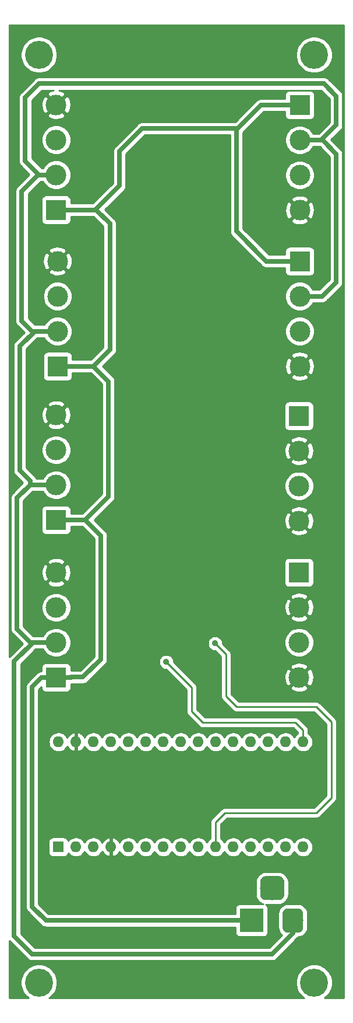
<source format=gbl>
G04 #@! TF.GenerationSoftware,KiCad,Pcbnew,(5.1.4)-1*
G04 #@! TF.CreationDate,2020-09-21T14:40:53+02:00*
G04 #@! TF.ProjectId,triggerbox,74726967-6765-4726-926f-782e6b696361,rev?*
G04 #@! TF.SameCoordinates,Original*
G04 #@! TF.FileFunction,Copper,L2,Bot*
G04 #@! TF.FilePolarity,Positive*
%FSLAX46Y46*%
G04 Gerber Fmt 4.6, Leading zero omitted, Abs format (unit mm)*
G04 Created by KiCad (PCBNEW (5.1.4)-1) date 2020-09-21 14:40:53*
%MOMM*%
%LPD*%
G04 APERTURE LIST*
%ADD10R,1.600000X1.600000*%
%ADD11O,1.600000X1.600000*%
%ADD12C,3.000000*%
%ADD13R,3.000000X3.000000*%
%ADD14C,4.064000*%
%ADD15R,3.500000X3.500000*%
%ADD16C,0.150000*%
%ADD17C,3.500000*%
%ADD18C,0.889000*%
%ADD19C,0.635000*%
%ADD20C,0.250000*%
%ADD21C,0.254000*%
G04 APERTURE END LIST*
D10*
X54820000Y-144340000D03*
D11*
X87840000Y-129100000D03*
X57360000Y-144340000D03*
X85300000Y-129100000D03*
X59900000Y-144340000D03*
X82760000Y-129100000D03*
X62440000Y-144340000D03*
X80220000Y-129100000D03*
X64980000Y-144340000D03*
X77680000Y-129100000D03*
X67520000Y-144340000D03*
X75140000Y-129100000D03*
X70060000Y-144340000D03*
X72600000Y-129100000D03*
X72600000Y-144340000D03*
X70060000Y-129100000D03*
X75140000Y-144340000D03*
X67520000Y-129100000D03*
X77680000Y-144340000D03*
X64980000Y-129100000D03*
X80220000Y-144340000D03*
X62440000Y-129100000D03*
X82760000Y-144340000D03*
X59900000Y-129100000D03*
X85300000Y-144340000D03*
X57360000Y-129100000D03*
X87840000Y-144340000D03*
X54820000Y-129100000D03*
X90380000Y-144340000D03*
X90380000Y-129100000D03*
D12*
X89800000Y-119740000D03*
D13*
X89800000Y-104500000D03*
D12*
X89800000Y-114660000D03*
X89800000Y-109580000D03*
X89800000Y-97040000D03*
D13*
X89800000Y-81800000D03*
D12*
X89800000Y-91960000D03*
X89800000Y-86880000D03*
X89900000Y-74600000D03*
D13*
X89900000Y-59360000D03*
D12*
X89900000Y-69520000D03*
X89900000Y-64440000D03*
X89900000Y-51940000D03*
D13*
X89900000Y-36700000D03*
D12*
X89900000Y-46860000D03*
X89900000Y-41780000D03*
X54500000Y-36660000D03*
D13*
X54500000Y-51900000D03*
D12*
X54500000Y-41740000D03*
X54500000Y-46820000D03*
X54700000Y-59360000D03*
D13*
X54700000Y-74600000D03*
D12*
X54700000Y-64440000D03*
X54700000Y-69520000D03*
X54500000Y-81660000D03*
D13*
X54500000Y-96900000D03*
D12*
X54500000Y-86740000D03*
X54500000Y-91820000D03*
X54500000Y-104520000D03*
D13*
X54500000Y-119760000D03*
D12*
X54500000Y-109600000D03*
X54500000Y-114680000D03*
D14*
X92000000Y-164000000D03*
X92000000Y-29400000D03*
X52000000Y-29400000D03*
X52000000Y-164000000D03*
D15*
X82900000Y-155000000D03*
D16*
G36*
X89723513Y-153253611D02*
G01*
X89796318Y-153264411D01*
X89867714Y-153282295D01*
X89937013Y-153307090D01*
X90003548Y-153338559D01*
X90066678Y-153376398D01*
X90125795Y-153420242D01*
X90180330Y-153469670D01*
X90229758Y-153524205D01*
X90273602Y-153583322D01*
X90311441Y-153646452D01*
X90342910Y-153712987D01*
X90367705Y-153782286D01*
X90385589Y-153853682D01*
X90396389Y-153926487D01*
X90400000Y-154000000D01*
X90400000Y-156000000D01*
X90396389Y-156073513D01*
X90385589Y-156146318D01*
X90367705Y-156217714D01*
X90342910Y-156287013D01*
X90311441Y-156353548D01*
X90273602Y-156416678D01*
X90229758Y-156475795D01*
X90180330Y-156530330D01*
X90125795Y-156579758D01*
X90066678Y-156623602D01*
X90003548Y-156661441D01*
X89937013Y-156692910D01*
X89867714Y-156717705D01*
X89796318Y-156735589D01*
X89723513Y-156746389D01*
X89650000Y-156750000D01*
X88150000Y-156750000D01*
X88076487Y-156746389D01*
X88003682Y-156735589D01*
X87932286Y-156717705D01*
X87862987Y-156692910D01*
X87796452Y-156661441D01*
X87733322Y-156623602D01*
X87674205Y-156579758D01*
X87619670Y-156530330D01*
X87570242Y-156475795D01*
X87526398Y-156416678D01*
X87488559Y-156353548D01*
X87457090Y-156287013D01*
X87432295Y-156217714D01*
X87414411Y-156146318D01*
X87403611Y-156073513D01*
X87400000Y-156000000D01*
X87400000Y-154000000D01*
X87403611Y-153926487D01*
X87414411Y-153853682D01*
X87432295Y-153782286D01*
X87457090Y-153712987D01*
X87488559Y-153646452D01*
X87526398Y-153583322D01*
X87570242Y-153524205D01*
X87619670Y-153469670D01*
X87674205Y-153420242D01*
X87733322Y-153376398D01*
X87796452Y-153338559D01*
X87862987Y-153307090D01*
X87932286Y-153282295D01*
X88003682Y-153264411D01*
X88076487Y-153253611D01*
X88150000Y-153250000D01*
X89650000Y-153250000D01*
X89723513Y-153253611D01*
X89723513Y-153253611D01*
G37*
D12*
X88900000Y-155000000D03*
D16*
G36*
X86860765Y-148554213D02*
G01*
X86945704Y-148566813D01*
X87028999Y-148587677D01*
X87109848Y-148616605D01*
X87187472Y-148653319D01*
X87261124Y-148697464D01*
X87330094Y-148748616D01*
X87393718Y-148806282D01*
X87451384Y-148869906D01*
X87502536Y-148938876D01*
X87546681Y-149012528D01*
X87583395Y-149090152D01*
X87612323Y-149171001D01*
X87633187Y-149254296D01*
X87645787Y-149339235D01*
X87650000Y-149425000D01*
X87650000Y-151175000D01*
X87645787Y-151260765D01*
X87633187Y-151345704D01*
X87612323Y-151428999D01*
X87583395Y-151509848D01*
X87546681Y-151587472D01*
X87502536Y-151661124D01*
X87451384Y-151730094D01*
X87393718Y-151793718D01*
X87330094Y-151851384D01*
X87261124Y-151902536D01*
X87187472Y-151946681D01*
X87109848Y-151983395D01*
X87028999Y-152012323D01*
X86945704Y-152033187D01*
X86860765Y-152045787D01*
X86775000Y-152050000D01*
X85025000Y-152050000D01*
X84939235Y-152045787D01*
X84854296Y-152033187D01*
X84771001Y-152012323D01*
X84690152Y-151983395D01*
X84612528Y-151946681D01*
X84538876Y-151902536D01*
X84469906Y-151851384D01*
X84406282Y-151793718D01*
X84348616Y-151730094D01*
X84297464Y-151661124D01*
X84253319Y-151587472D01*
X84216605Y-151509848D01*
X84187677Y-151428999D01*
X84166813Y-151345704D01*
X84154213Y-151260765D01*
X84150000Y-151175000D01*
X84150000Y-149425000D01*
X84154213Y-149339235D01*
X84166813Y-149254296D01*
X84187677Y-149171001D01*
X84216605Y-149090152D01*
X84253319Y-149012528D01*
X84297464Y-148938876D01*
X84348616Y-148869906D01*
X84406282Y-148806282D01*
X84469906Y-148748616D01*
X84538876Y-148697464D01*
X84612528Y-148653319D01*
X84690152Y-148616605D01*
X84771001Y-148587677D01*
X84854296Y-148566813D01*
X84939235Y-148554213D01*
X85025000Y-148550000D01*
X86775000Y-148550000D01*
X86860765Y-148554213D01*
X86860765Y-148554213D01*
G37*
D17*
X85900000Y-150300000D03*
D18*
X70500000Y-123500000D03*
X73500000Y-133000000D03*
X68000000Y-91500000D03*
X64000000Y-92000000D03*
X77600000Y-114800000D03*
X70500000Y-117500000D03*
D19*
X52365000Y-119760000D02*
X54500000Y-119760000D01*
X51000000Y-121125000D02*
X52365000Y-119760000D01*
X51000000Y-153000000D02*
X51000000Y-121125000D01*
X53000000Y-155000000D02*
X51000000Y-153000000D01*
X82900000Y-155000000D02*
X53000000Y-155000000D01*
X56635000Y-119760000D02*
X56695000Y-119700000D01*
X54500000Y-119760000D02*
X56635000Y-119760000D01*
X56695000Y-119700000D02*
X58400000Y-119700000D01*
X58400000Y-119700000D02*
X61000000Y-117100000D01*
X61000000Y-117100000D02*
X61000000Y-99200000D01*
X58700000Y-96900000D02*
X54500000Y-96900000D01*
X61000000Y-99200000D02*
X58700000Y-96900000D01*
X59900000Y-74600000D02*
X54700000Y-74600000D01*
X62100000Y-76800000D02*
X59900000Y-74600000D01*
X58700000Y-96900000D02*
X62100000Y-93500000D01*
X62100000Y-93500000D02*
X62100000Y-76800000D01*
X60300000Y-51900000D02*
X54500000Y-51900000D01*
X62300000Y-53900000D02*
X60300000Y-51900000D01*
X59900000Y-74600000D02*
X62300000Y-72200000D01*
X62300000Y-72200000D02*
X62300000Y-53900000D01*
X89900000Y-59360000D02*
X85060000Y-59360000D01*
X85060000Y-59360000D02*
X80700000Y-55000000D01*
X80900000Y-40100000D02*
X84300000Y-36700000D01*
X80700000Y-40100000D02*
X80900000Y-40100000D01*
X84300000Y-36700000D02*
X89900000Y-36700000D01*
X80700000Y-55000000D02*
X80700000Y-40100000D01*
X60300000Y-51900000D02*
X60300000Y-51800000D01*
X60300000Y-51800000D02*
X63700000Y-48400000D01*
X67000000Y-40100000D02*
X63700000Y-43400000D01*
X80700000Y-40100000D02*
X67000000Y-40100000D01*
X63700000Y-48400000D02*
X63700000Y-43400000D01*
X88900000Y-156850000D02*
X88900000Y-155000000D01*
X54500000Y-114680000D02*
X51120000Y-114680000D01*
X48400000Y-117400000D02*
X48400000Y-157300000D01*
X48400000Y-157300000D02*
X51000000Y-159900000D01*
X51120000Y-114680000D02*
X48400000Y-117400000D01*
X51000000Y-159900000D02*
X85850000Y-159900000D01*
X85850000Y-159900000D02*
X88900000Y-156850000D01*
X51120000Y-114680000D02*
X50780000Y-114680000D01*
X50780000Y-114680000D02*
X48800000Y-112700000D01*
X48800000Y-112700000D02*
X48800000Y-93700000D01*
X48800000Y-93700000D02*
X50700000Y-91800000D01*
X50720000Y-91820000D02*
X54500000Y-91820000D01*
X50700000Y-91800000D02*
X50720000Y-91820000D01*
X50700000Y-91200000D02*
X50700000Y-91800000D01*
X49200000Y-89700000D02*
X50700000Y-91200000D01*
X49200000Y-71700000D02*
X49200000Y-89700000D01*
X51380000Y-69520000D02*
X49200000Y-71700000D01*
X54700000Y-69520000D02*
X51380000Y-69520000D01*
X51020000Y-69520000D02*
X51380000Y-69520000D01*
X49500000Y-68000000D02*
X51020000Y-69520000D01*
X49500000Y-49200000D02*
X49500000Y-68000000D01*
X54500000Y-46820000D02*
X51880000Y-46820000D01*
X51880000Y-46820000D02*
X49500000Y-49200000D01*
X51880000Y-46820000D02*
X51880000Y-46680000D01*
X51880000Y-46680000D02*
X50000000Y-44800000D01*
X50000000Y-44800000D02*
X50000000Y-35600000D01*
X50000000Y-35600000D02*
X52000000Y-33600000D01*
X52000000Y-33600000D02*
X93400000Y-33600000D01*
X93400000Y-33600000D02*
X95200000Y-35400000D01*
X95200000Y-35400000D02*
X95200000Y-39600000D01*
X95200000Y-39600000D02*
X93000000Y-41800000D01*
X92980000Y-41780000D02*
X89900000Y-41780000D01*
X93000000Y-41800000D02*
X92980000Y-41780000D01*
X93200000Y-41800000D02*
X93000000Y-41800000D01*
X95200000Y-43800000D02*
X93200000Y-41800000D01*
X95200000Y-62400000D02*
X95200000Y-43800000D01*
X93160000Y-64440000D02*
X95200000Y-62400000D01*
X89900000Y-64440000D02*
X93160000Y-64440000D01*
D20*
X77600000Y-114800000D02*
X79200000Y-116400000D01*
X79200000Y-116400000D02*
X79200000Y-122500000D01*
X79200000Y-122500000D02*
X80700000Y-124000000D01*
X80700000Y-124000000D02*
X92300000Y-124000000D01*
X92300000Y-124000000D02*
X94500000Y-126200000D01*
X94500000Y-126200000D02*
X94500000Y-137200000D01*
X94500000Y-137200000D02*
X92300000Y-139400000D01*
X92300000Y-139400000D02*
X79000000Y-139400000D01*
X77680000Y-140720000D02*
X77680000Y-144340000D01*
X79000000Y-139400000D02*
X77680000Y-140720000D01*
X70500000Y-117500000D02*
X74200000Y-121200000D01*
X74200000Y-121200000D02*
X74200000Y-124700000D01*
X74200000Y-124700000D02*
X75800000Y-126300000D01*
X75800000Y-126300000D02*
X89300000Y-126300000D01*
X90380000Y-127380000D02*
X90380000Y-129100000D01*
X89300000Y-126300000D02*
X90380000Y-127380000D01*
D21*
G36*
X96315000Y-166215000D02*
G01*
X93485490Y-166215000D01*
X93700113Y-166071594D01*
X94071594Y-165700113D01*
X94363464Y-165263298D01*
X94564508Y-164777935D01*
X94667000Y-164262677D01*
X94667000Y-163737323D01*
X94564508Y-163222065D01*
X94363464Y-162736702D01*
X94071594Y-162299887D01*
X93700113Y-161928406D01*
X93263298Y-161636536D01*
X92777935Y-161435492D01*
X92262677Y-161333000D01*
X91737323Y-161333000D01*
X91222065Y-161435492D01*
X90736702Y-161636536D01*
X90299887Y-161928406D01*
X89928406Y-162299887D01*
X89636536Y-162736702D01*
X89435492Y-163222065D01*
X89333000Y-163737323D01*
X89333000Y-164262677D01*
X89435492Y-164777935D01*
X89636536Y-165263298D01*
X89928406Y-165700113D01*
X90299887Y-166071594D01*
X90514510Y-166215000D01*
X53485490Y-166215000D01*
X53700113Y-166071594D01*
X54071594Y-165700113D01*
X54363464Y-165263298D01*
X54564508Y-164777935D01*
X54667000Y-164262677D01*
X54667000Y-163737323D01*
X54564508Y-163222065D01*
X54363464Y-162736702D01*
X54071594Y-162299887D01*
X53700113Y-161928406D01*
X53263298Y-161636536D01*
X52777935Y-161435492D01*
X52262677Y-161333000D01*
X51737323Y-161333000D01*
X51222065Y-161435492D01*
X50736702Y-161636536D01*
X50299887Y-161928406D01*
X49928406Y-162299887D01*
X49636536Y-162736702D01*
X49435492Y-163222065D01*
X49333000Y-163737323D01*
X49333000Y-164262677D01*
X49435492Y-164777935D01*
X49636536Y-165263298D01*
X49928406Y-165700113D01*
X50299887Y-166071594D01*
X50514510Y-166215000D01*
X47685000Y-166215000D01*
X47685000Y-157930203D01*
X47723223Y-157976778D01*
X47759564Y-158006602D01*
X50293397Y-160540436D01*
X50323222Y-160576778D01*
X50468259Y-160695806D01*
X50633731Y-160784252D01*
X50813277Y-160838717D01*
X50999999Y-160857108D01*
X51046784Y-160852500D01*
X85803215Y-160852500D01*
X85850000Y-160857108D01*
X85896785Y-160852500D01*
X86036723Y-160838717D01*
X86216269Y-160784252D01*
X86381741Y-160695806D01*
X86526778Y-160576778D01*
X86556607Y-160540431D01*
X89540431Y-157556607D01*
X89576778Y-157526778D01*
X89694181Y-157383721D01*
X89920799Y-157361401D01*
X90181192Y-157282411D01*
X90421171Y-157154140D01*
X90631515Y-156981515D01*
X90804140Y-156771171D01*
X90932411Y-156531192D01*
X91011401Y-156270799D01*
X91038072Y-156000000D01*
X91038072Y-154000000D01*
X91011401Y-153729201D01*
X90932411Y-153468808D01*
X90804140Y-153228829D01*
X90631515Y-153018485D01*
X90421171Y-152845860D01*
X90181192Y-152717589D01*
X89920799Y-152638599D01*
X89650000Y-152611928D01*
X88150000Y-152611928D01*
X87879201Y-152638599D01*
X87618808Y-152717589D01*
X87378829Y-152845860D01*
X87168485Y-153018485D01*
X86995860Y-153228829D01*
X86867589Y-153468808D01*
X86788599Y-153729201D01*
X86761928Y-154000000D01*
X86761928Y-156000000D01*
X86788599Y-156270799D01*
X86867589Y-156531192D01*
X86995860Y-156771171D01*
X87168485Y-156981515D01*
X87307423Y-157095539D01*
X85455462Y-158947500D01*
X51394539Y-158947500D01*
X49352500Y-156905462D01*
X49352500Y-121125000D01*
X50042892Y-121125000D01*
X50047501Y-121171795D01*
X50047500Y-152953215D01*
X50042892Y-153000000D01*
X50047500Y-153046784D01*
X50061283Y-153186722D01*
X50115748Y-153366268D01*
X50204194Y-153531741D01*
X50323222Y-153676778D01*
X50359569Y-153706607D01*
X52293397Y-155640436D01*
X52323222Y-155676778D01*
X52468259Y-155795806D01*
X52633731Y-155884252D01*
X52813277Y-155938717D01*
X52999999Y-155957108D01*
X53046784Y-155952500D01*
X80511928Y-155952500D01*
X80511928Y-156750000D01*
X80524188Y-156874482D01*
X80560498Y-156994180D01*
X80619463Y-157104494D01*
X80698815Y-157201185D01*
X80795506Y-157280537D01*
X80905820Y-157339502D01*
X81025518Y-157375812D01*
X81150000Y-157388072D01*
X84650000Y-157388072D01*
X84774482Y-157375812D01*
X84894180Y-157339502D01*
X85004494Y-157280537D01*
X85101185Y-157201185D01*
X85180537Y-157104494D01*
X85239502Y-156994180D01*
X85275812Y-156874482D01*
X85288072Y-156750000D01*
X85288072Y-153250000D01*
X85275812Y-153125518D01*
X85239502Y-153005820D01*
X85180537Y-152895506D01*
X85101185Y-152798815D01*
X85004494Y-152719463D01*
X84927869Y-152678506D01*
X85025000Y-152688072D01*
X86775000Y-152688072D01*
X87070186Y-152658999D01*
X87354028Y-152572896D01*
X87615618Y-152433073D01*
X87844903Y-152244903D01*
X88033073Y-152015618D01*
X88172896Y-151754028D01*
X88258999Y-151470186D01*
X88288072Y-151175000D01*
X88288072Y-149425000D01*
X88258999Y-149129814D01*
X88172896Y-148845972D01*
X88033073Y-148584382D01*
X87844903Y-148355097D01*
X87615618Y-148166927D01*
X87354028Y-148027104D01*
X87070186Y-147941001D01*
X86775000Y-147911928D01*
X85025000Y-147911928D01*
X84729814Y-147941001D01*
X84445972Y-148027104D01*
X84184382Y-148166927D01*
X83955097Y-148355097D01*
X83766927Y-148584382D01*
X83627104Y-148845972D01*
X83541001Y-149129814D01*
X83511928Y-149425000D01*
X83511928Y-151175000D01*
X83541001Y-151470186D01*
X83627104Y-151754028D01*
X83766927Y-152015618D01*
X83955097Y-152244903D01*
X84184382Y-152433073D01*
X84445972Y-152572896D01*
X84574643Y-152611928D01*
X81150000Y-152611928D01*
X81025518Y-152624188D01*
X80905820Y-152660498D01*
X80795506Y-152719463D01*
X80698815Y-152798815D01*
X80619463Y-152895506D01*
X80560498Y-153005820D01*
X80524188Y-153125518D01*
X80511928Y-153250000D01*
X80511928Y-154047500D01*
X53394539Y-154047500D01*
X51952500Y-152605462D01*
X51952500Y-143540000D01*
X53381928Y-143540000D01*
X53381928Y-145140000D01*
X53394188Y-145264482D01*
X53430498Y-145384180D01*
X53489463Y-145494494D01*
X53568815Y-145591185D01*
X53665506Y-145670537D01*
X53775820Y-145729502D01*
X53895518Y-145765812D01*
X54020000Y-145778072D01*
X55620000Y-145778072D01*
X55744482Y-145765812D01*
X55864180Y-145729502D01*
X55974494Y-145670537D01*
X56071185Y-145591185D01*
X56150537Y-145494494D01*
X56209502Y-145384180D01*
X56245812Y-145264482D01*
X56247581Y-145246518D01*
X56340392Y-145359608D01*
X56558899Y-145538932D01*
X56808192Y-145672182D01*
X57078691Y-145754236D01*
X57289508Y-145775000D01*
X57430492Y-145775000D01*
X57641309Y-145754236D01*
X57911808Y-145672182D01*
X58161101Y-145538932D01*
X58379608Y-145359608D01*
X58558932Y-145141101D01*
X58630000Y-145008142D01*
X58701068Y-145141101D01*
X58880392Y-145359608D01*
X59098899Y-145538932D01*
X59348192Y-145672182D01*
X59618691Y-145754236D01*
X59829508Y-145775000D01*
X59970492Y-145775000D01*
X60181309Y-145754236D01*
X60451808Y-145672182D01*
X60701101Y-145538932D01*
X60919608Y-145359608D01*
X61098932Y-145141101D01*
X61172579Y-145003318D01*
X61287615Y-145195131D01*
X61476586Y-145403519D01*
X61702580Y-145571037D01*
X61956913Y-145691246D01*
X62090961Y-145731904D01*
X62313000Y-145609915D01*
X62313000Y-144467000D01*
X62293000Y-144467000D01*
X62293000Y-144213000D01*
X62313000Y-144213000D01*
X62313000Y-143070085D01*
X62567000Y-143070085D01*
X62567000Y-144213000D01*
X62587000Y-144213000D01*
X62587000Y-144467000D01*
X62567000Y-144467000D01*
X62567000Y-145609915D01*
X62789039Y-145731904D01*
X62923087Y-145691246D01*
X63177420Y-145571037D01*
X63403414Y-145403519D01*
X63592385Y-145195131D01*
X63707421Y-145003318D01*
X63781068Y-145141101D01*
X63960392Y-145359608D01*
X64178899Y-145538932D01*
X64428192Y-145672182D01*
X64698691Y-145754236D01*
X64909508Y-145775000D01*
X65050492Y-145775000D01*
X65261309Y-145754236D01*
X65531808Y-145672182D01*
X65781101Y-145538932D01*
X65999608Y-145359608D01*
X66178932Y-145141101D01*
X66250000Y-145008142D01*
X66321068Y-145141101D01*
X66500392Y-145359608D01*
X66718899Y-145538932D01*
X66968192Y-145672182D01*
X67238691Y-145754236D01*
X67449508Y-145775000D01*
X67590492Y-145775000D01*
X67801309Y-145754236D01*
X68071808Y-145672182D01*
X68321101Y-145538932D01*
X68539608Y-145359608D01*
X68718932Y-145141101D01*
X68790000Y-145008142D01*
X68861068Y-145141101D01*
X69040392Y-145359608D01*
X69258899Y-145538932D01*
X69508192Y-145672182D01*
X69778691Y-145754236D01*
X69989508Y-145775000D01*
X70130492Y-145775000D01*
X70341309Y-145754236D01*
X70611808Y-145672182D01*
X70861101Y-145538932D01*
X71079608Y-145359608D01*
X71258932Y-145141101D01*
X71330000Y-145008142D01*
X71401068Y-145141101D01*
X71580392Y-145359608D01*
X71798899Y-145538932D01*
X72048192Y-145672182D01*
X72318691Y-145754236D01*
X72529508Y-145775000D01*
X72670492Y-145775000D01*
X72881309Y-145754236D01*
X73151808Y-145672182D01*
X73401101Y-145538932D01*
X73619608Y-145359608D01*
X73798932Y-145141101D01*
X73870000Y-145008142D01*
X73941068Y-145141101D01*
X74120392Y-145359608D01*
X74338899Y-145538932D01*
X74588192Y-145672182D01*
X74858691Y-145754236D01*
X75069508Y-145775000D01*
X75210492Y-145775000D01*
X75421309Y-145754236D01*
X75691808Y-145672182D01*
X75941101Y-145538932D01*
X76159608Y-145359608D01*
X76338932Y-145141101D01*
X76410000Y-145008142D01*
X76481068Y-145141101D01*
X76660392Y-145359608D01*
X76878899Y-145538932D01*
X77128192Y-145672182D01*
X77398691Y-145754236D01*
X77609508Y-145775000D01*
X77750492Y-145775000D01*
X77961309Y-145754236D01*
X78231808Y-145672182D01*
X78481101Y-145538932D01*
X78699608Y-145359608D01*
X78878932Y-145141101D01*
X78950000Y-145008142D01*
X79021068Y-145141101D01*
X79200392Y-145359608D01*
X79418899Y-145538932D01*
X79668192Y-145672182D01*
X79938691Y-145754236D01*
X80149508Y-145775000D01*
X80290492Y-145775000D01*
X80501309Y-145754236D01*
X80771808Y-145672182D01*
X81021101Y-145538932D01*
X81239608Y-145359608D01*
X81418932Y-145141101D01*
X81490000Y-145008142D01*
X81561068Y-145141101D01*
X81740392Y-145359608D01*
X81958899Y-145538932D01*
X82208192Y-145672182D01*
X82478691Y-145754236D01*
X82689508Y-145775000D01*
X82830492Y-145775000D01*
X83041309Y-145754236D01*
X83311808Y-145672182D01*
X83561101Y-145538932D01*
X83779608Y-145359608D01*
X83958932Y-145141101D01*
X84030000Y-145008142D01*
X84101068Y-145141101D01*
X84280392Y-145359608D01*
X84498899Y-145538932D01*
X84748192Y-145672182D01*
X85018691Y-145754236D01*
X85229508Y-145775000D01*
X85370492Y-145775000D01*
X85581309Y-145754236D01*
X85851808Y-145672182D01*
X86101101Y-145538932D01*
X86319608Y-145359608D01*
X86498932Y-145141101D01*
X86570000Y-145008142D01*
X86641068Y-145141101D01*
X86820392Y-145359608D01*
X87038899Y-145538932D01*
X87288192Y-145672182D01*
X87558691Y-145754236D01*
X87769508Y-145775000D01*
X87910492Y-145775000D01*
X88121309Y-145754236D01*
X88391808Y-145672182D01*
X88641101Y-145538932D01*
X88859608Y-145359608D01*
X89038932Y-145141101D01*
X89110000Y-145008142D01*
X89181068Y-145141101D01*
X89360392Y-145359608D01*
X89578899Y-145538932D01*
X89828192Y-145672182D01*
X90098691Y-145754236D01*
X90309508Y-145775000D01*
X90450492Y-145775000D01*
X90661309Y-145754236D01*
X90931808Y-145672182D01*
X91181101Y-145538932D01*
X91399608Y-145359608D01*
X91578932Y-145141101D01*
X91712182Y-144891808D01*
X91794236Y-144621309D01*
X91821943Y-144340000D01*
X91794236Y-144058691D01*
X91712182Y-143788192D01*
X91578932Y-143538899D01*
X91399608Y-143320392D01*
X91181101Y-143141068D01*
X90931808Y-143007818D01*
X90661309Y-142925764D01*
X90450492Y-142905000D01*
X90309508Y-142905000D01*
X90098691Y-142925764D01*
X89828192Y-143007818D01*
X89578899Y-143141068D01*
X89360392Y-143320392D01*
X89181068Y-143538899D01*
X89110000Y-143671858D01*
X89038932Y-143538899D01*
X88859608Y-143320392D01*
X88641101Y-143141068D01*
X88391808Y-143007818D01*
X88121309Y-142925764D01*
X87910492Y-142905000D01*
X87769508Y-142905000D01*
X87558691Y-142925764D01*
X87288192Y-143007818D01*
X87038899Y-143141068D01*
X86820392Y-143320392D01*
X86641068Y-143538899D01*
X86570000Y-143671858D01*
X86498932Y-143538899D01*
X86319608Y-143320392D01*
X86101101Y-143141068D01*
X85851808Y-143007818D01*
X85581309Y-142925764D01*
X85370492Y-142905000D01*
X85229508Y-142905000D01*
X85018691Y-142925764D01*
X84748192Y-143007818D01*
X84498899Y-143141068D01*
X84280392Y-143320392D01*
X84101068Y-143538899D01*
X84030000Y-143671858D01*
X83958932Y-143538899D01*
X83779608Y-143320392D01*
X83561101Y-143141068D01*
X83311808Y-143007818D01*
X83041309Y-142925764D01*
X82830492Y-142905000D01*
X82689508Y-142905000D01*
X82478691Y-142925764D01*
X82208192Y-143007818D01*
X81958899Y-143141068D01*
X81740392Y-143320392D01*
X81561068Y-143538899D01*
X81490000Y-143671858D01*
X81418932Y-143538899D01*
X81239608Y-143320392D01*
X81021101Y-143141068D01*
X80771808Y-143007818D01*
X80501309Y-142925764D01*
X80290492Y-142905000D01*
X80149508Y-142905000D01*
X79938691Y-142925764D01*
X79668192Y-143007818D01*
X79418899Y-143141068D01*
X79200392Y-143320392D01*
X79021068Y-143538899D01*
X78950000Y-143671858D01*
X78878932Y-143538899D01*
X78699608Y-143320392D01*
X78481101Y-143141068D01*
X78440000Y-143119099D01*
X78440000Y-141034801D01*
X79314802Y-140160000D01*
X92262678Y-140160000D01*
X92300000Y-140163676D01*
X92337322Y-140160000D01*
X92337333Y-140160000D01*
X92448986Y-140149003D01*
X92592247Y-140105546D01*
X92724276Y-140034974D01*
X92840001Y-139940001D01*
X92863804Y-139910997D01*
X95011003Y-137763799D01*
X95040001Y-137740001D01*
X95134974Y-137624276D01*
X95205546Y-137492247D01*
X95249003Y-137348986D01*
X95260000Y-137237333D01*
X95260000Y-137237323D01*
X95263676Y-137200000D01*
X95260000Y-137162677D01*
X95260000Y-126237323D01*
X95263676Y-126200000D01*
X95260000Y-126162677D01*
X95260000Y-126162667D01*
X95249003Y-126051014D01*
X95205546Y-125907753D01*
X95134974Y-125775724D01*
X95040001Y-125659999D01*
X95011004Y-125636202D01*
X92863804Y-123489003D01*
X92840001Y-123459999D01*
X92724276Y-123365026D01*
X92592247Y-123294454D01*
X92448986Y-123250997D01*
X92337333Y-123240000D01*
X92337322Y-123240000D01*
X92300000Y-123236324D01*
X92262678Y-123240000D01*
X81014802Y-123240000D01*
X79960000Y-122185199D01*
X79960000Y-121231653D01*
X88487952Y-121231653D01*
X88643962Y-121547214D01*
X89018745Y-121738020D01*
X89423551Y-121852044D01*
X89842824Y-121884902D01*
X90260451Y-121835334D01*
X90660383Y-121705243D01*
X90956038Y-121547214D01*
X91112048Y-121231653D01*
X89800000Y-119919605D01*
X88487952Y-121231653D01*
X79960000Y-121231653D01*
X79960000Y-119782824D01*
X87655098Y-119782824D01*
X87704666Y-120200451D01*
X87834757Y-120600383D01*
X87992786Y-120896038D01*
X88308347Y-121052048D01*
X89620395Y-119740000D01*
X89979605Y-119740000D01*
X91291653Y-121052048D01*
X91607214Y-120896038D01*
X91798020Y-120521255D01*
X91912044Y-120116449D01*
X91944902Y-119697176D01*
X91895334Y-119279549D01*
X91765243Y-118879617D01*
X91607214Y-118583962D01*
X91291653Y-118427952D01*
X89979605Y-119740000D01*
X89620395Y-119740000D01*
X88308347Y-118427952D01*
X87992786Y-118583962D01*
X87801980Y-118958745D01*
X87687956Y-119363551D01*
X87655098Y-119782824D01*
X79960000Y-119782824D01*
X79960000Y-118248347D01*
X88487952Y-118248347D01*
X89800000Y-119560395D01*
X91112048Y-118248347D01*
X90956038Y-117932786D01*
X90581255Y-117741980D01*
X90176449Y-117627956D01*
X89757176Y-117595098D01*
X89339549Y-117644666D01*
X88939617Y-117774757D01*
X88643962Y-117932786D01*
X88487952Y-118248347D01*
X79960000Y-118248347D01*
X79960000Y-116437325D01*
X79963676Y-116400000D01*
X79960000Y-116362675D01*
X79960000Y-116362667D01*
X79949003Y-116251014D01*
X79905546Y-116107753D01*
X79834974Y-115975724D01*
X79740001Y-115859999D01*
X79711004Y-115836202D01*
X78679500Y-114804699D01*
X78679500Y-114693679D01*
X78638015Y-114485122D01*
X78623352Y-114449721D01*
X87665000Y-114449721D01*
X87665000Y-114870279D01*
X87747047Y-115282756D01*
X87907988Y-115671302D01*
X88141637Y-116020983D01*
X88439017Y-116318363D01*
X88788698Y-116552012D01*
X89177244Y-116712953D01*
X89589721Y-116795000D01*
X90010279Y-116795000D01*
X90422756Y-116712953D01*
X90811302Y-116552012D01*
X91160983Y-116318363D01*
X91458363Y-116020983D01*
X91692012Y-115671302D01*
X91852953Y-115282756D01*
X91935000Y-114870279D01*
X91935000Y-114449721D01*
X91852953Y-114037244D01*
X91692012Y-113648698D01*
X91458363Y-113299017D01*
X91160983Y-113001637D01*
X90811302Y-112767988D01*
X90422756Y-112607047D01*
X90010279Y-112525000D01*
X89589721Y-112525000D01*
X89177244Y-112607047D01*
X88788698Y-112767988D01*
X88439017Y-113001637D01*
X88141637Y-113299017D01*
X87907988Y-113648698D01*
X87747047Y-114037244D01*
X87665000Y-114449721D01*
X78623352Y-114449721D01*
X78556640Y-114288665D01*
X78438502Y-114111859D01*
X78288141Y-113961498D01*
X78111335Y-113843360D01*
X77914878Y-113761985D01*
X77706321Y-113720500D01*
X77493679Y-113720500D01*
X77285122Y-113761985D01*
X77088665Y-113843360D01*
X76911859Y-113961498D01*
X76761498Y-114111859D01*
X76643360Y-114288665D01*
X76561985Y-114485122D01*
X76520500Y-114693679D01*
X76520500Y-114906321D01*
X76561985Y-115114878D01*
X76643360Y-115311335D01*
X76761498Y-115488141D01*
X76911859Y-115638502D01*
X77088665Y-115756640D01*
X77285122Y-115838015D01*
X77493679Y-115879500D01*
X77604699Y-115879500D01*
X78440000Y-116714802D01*
X78440001Y-122462668D01*
X78436324Y-122500000D01*
X78450998Y-122648985D01*
X78494454Y-122792246D01*
X78565026Y-122924276D01*
X78636201Y-123011002D01*
X78660000Y-123040001D01*
X78688998Y-123063799D01*
X80136200Y-124511002D01*
X80159999Y-124540001D01*
X80275724Y-124634974D01*
X80407753Y-124705546D01*
X80551014Y-124749003D01*
X80662667Y-124760000D01*
X80662676Y-124760000D01*
X80699999Y-124763676D01*
X80737322Y-124760000D01*
X91985199Y-124760000D01*
X93740000Y-126514802D01*
X93740001Y-136885197D01*
X91985199Y-138640000D01*
X79037323Y-138640000D01*
X79000000Y-138636324D01*
X78962677Y-138640000D01*
X78962667Y-138640000D01*
X78851014Y-138650997D01*
X78707753Y-138694454D01*
X78575723Y-138765026D01*
X78492083Y-138833668D01*
X78459999Y-138859999D01*
X78436201Y-138888997D01*
X77169003Y-140156196D01*
X77139999Y-140179999D01*
X77084871Y-140247174D01*
X77045026Y-140295724D01*
X76974455Y-140427753D01*
X76974454Y-140427754D01*
X76930997Y-140571015D01*
X76920000Y-140682668D01*
X76920000Y-140682678D01*
X76916324Y-140720000D01*
X76920000Y-140757323D01*
X76920001Y-143119099D01*
X76878899Y-143141068D01*
X76660392Y-143320392D01*
X76481068Y-143538899D01*
X76410000Y-143671858D01*
X76338932Y-143538899D01*
X76159608Y-143320392D01*
X75941101Y-143141068D01*
X75691808Y-143007818D01*
X75421309Y-142925764D01*
X75210492Y-142905000D01*
X75069508Y-142905000D01*
X74858691Y-142925764D01*
X74588192Y-143007818D01*
X74338899Y-143141068D01*
X74120392Y-143320392D01*
X73941068Y-143538899D01*
X73870000Y-143671858D01*
X73798932Y-143538899D01*
X73619608Y-143320392D01*
X73401101Y-143141068D01*
X73151808Y-143007818D01*
X72881309Y-142925764D01*
X72670492Y-142905000D01*
X72529508Y-142905000D01*
X72318691Y-142925764D01*
X72048192Y-143007818D01*
X71798899Y-143141068D01*
X71580392Y-143320392D01*
X71401068Y-143538899D01*
X71330000Y-143671858D01*
X71258932Y-143538899D01*
X71079608Y-143320392D01*
X70861101Y-143141068D01*
X70611808Y-143007818D01*
X70341309Y-142925764D01*
X70130492Y-142905000D01*
X69989508Y-142905000D01*
X69778691Y-142925764D01*
X69508192Y-143007818D01*
X69258899Y-143141068D01*
X69040392Y-143320392D01*
X68861068Y-143538899D01*
X68790000Y-143671858D01*
X68718932Y-143538899D01*
X68539608Y-143320392D01*
X68321101Y-143141068D01*
X68071808Y-143007818D01*
X67801309Y-142925764D01*
X67590492Y-142905000D01*
X67449508Y-142905000D01*
X67238691Y-142925764D01*
X66968192Y-143007818D01*
X66718899Y-143141068D01*
X66500392Y-143320392D01*
X66321068Y-143538899D01*
X66250000Y-143671858D01*
X66178932Y-143538899D01*
X65999608Y-143320392D01*
X65781101Y-143141068D01*
X65531808Y-143007818D01*
X65261309Y-142925764D01*
X65050492Y-142905000D01*
X64909508Y-142905000D01*
X64698691Y-142925764D01*
X64428192Y-143007818D01*
X64178899Y-143141068D01*
X63960392Y-143320392D01*
X63781068Y-143538899D01*
X63707421Y-143676682D01*
X63592385Y-143484869D01*
X63403414Y-143276481D01*
X63177420Y-143108963D01*
X62923087Y-142988754D01*
X62789039Y-142948096D01*
X62567000Y-143070085D01*
X62313000Y-143070085D01*
X62090961Y-142948096D01*
X61956913Y-142988754D01*
X61702580Y-143108963D01*
X61476586Y-143276481D01*
X61287615Y-143484869D01*
X61172579Y-143676682D01*
X61098932Y-143538899D01*
X60919608Y-143320392D01*
X60701101Y-143141068D01*
X60451808Y-143007818D01*
X60181309Y-142925764D01*
X59970492Y-142905000D01*
X59829508Y-142905000D01*
X59618691Y-142925764D01*
X59348192Y-143007818D01*
X59098899Y-143141068D01*
X58880392Y-143320392D01*
X58701068Y-143538899D01*
X58630000Y-143671858D01*
X58558932Y-143538899D01*
X58379608Y-143320392D01*
X58161101Y-143141068D01*
X57911808Y-143007818D01*
X57641309Y-142925764D01*
X57430492Y-142905000D01*
X57289508Y-142905000D01*
X57078691Y-142925764D01*
X56808192Y-143007818D01*
X56558899Y-143141068D01*
X56340392Y-143320392D01*
X56247581Y-143433482D01*
X56245812Y-143415518D01*
X56209502Y-143295820D01*
X56150537Y-143185506D01*
X56071185Y-143088815D01*
X55974494Y-143009463D01*
X55864180Y-142950498D01*
X55744482Y-142914188D01*
X55620000Y-142901928D01*
X54020000Y-142901928D01*
X53895518Y-142914188D01*
X53775820Y-142950498D01*
X53665506Y-143009463D01*
X53568815Y-143088815D01*
X53489463Y-143185506D01*
X53430498Y-143295820D01*
X53394188Y-143415518D01*
X53381928Y-143540000D01*
X51952500Y-143540000D01*
X51952500Y-129100000D01*
X53378057Y-129100000D01*
X53405764Y-129381309D01*
X53487818Y-129651808D01*
X53621068Y-129901101D01*
X53800392Y-130119608D01*
X54018899Y-130298932D01*
X54268192Y-130432182D01*
X54538691Y-130514236D01*
X54749508Y-130535000D01*
X54890492Y-130535000D01*
X55101309Y-130514236D01*
X55371808Y-130432182D01*
X55621101Y-130298932D01*
X55839608Y-130119608D01*
X56018932Y-129901101D01*
X56092579Y-129763318D01*
X56207615Y-129955131D01*
X56396586Y-130163519D01*
X56622580Y-130331037D01*
X56876913Y-130451246D01*
X57010961Y-130491904D01*
X57233000Y-130369915D01*
X57233000Y-129227000D01*
X57213000Y-129227000D01*
X57213000Y-128973000D01*
X57233000Y-128973000D01*
X57233000Y-127830085D01*
X57487000Y-127830085D01*
X57487000Y-128973000D01*
X57507000Y-128973000D01*
X57507000Y-129227000D01*
X57487000Y-129227000D01*
X57487000Y-130369915D01*
X57709039Y-130491904D01*
X57843087Y-130451246D01*
X58097420Y-130331037D01*
X58323414Y-130163519D01*
X58512385Y-129955131D01*
X58627421Y-129763318D01*
X58701068Y-129901101D01*
X58880392Y-130119608D01*
X59098899Y-130298932D01*
X59348192Y-130432182D01*
X59618691Y-130514236D01*
X59829508Y-130535000D01*
X59970492Y-130535000D01*
X60181309Y-130514236D01*
X60451808Y-130432182D01*
X60701101Y-130298932D01*
X60919608Y-130119608D01*
X61098932Y-129901101D01*
X61170000Y-129768142D01*
X61241068Y-129901101D01*
X61420392Y-130119608D01*
X61638899Y-130298932D01*
X61888192Y-130432182D01*
X62158691Y-130514236D01*
X62369508Y-130535000D01*
X62510492Y-130535000D01*
X62721309Y-130514236D01*
X62991808Y-130432182D01*
X63241101Y-130298932D01*
X63459608Y-130119608D01*
X63638932Y-129901101D01*
X63710000Y-129768142D01*
X63781068Y-129901101D01*
X63960392Y-130119608D01*
X64178899Y-130298932D01*
X64428192Y-130432182D01*
X64698691Y-130514236D01*
X64909508Y-130535000D01*
X65050492Y-130535000D01*
X65261309Y-130514236D01*
X65531808Y-130432182D01*
X65781101Y-130298932D01*
X65999608Y-130119608D01*
X66178932Y-129901101D01*
X66250000Y-129768142D01*
X66321068Y-129901101D01*
X66500392Y-130119608D01*
X66718899Y-130298932D01*
X66968192Y-130432182D01*
X67238691Y-130514236D01*
X67449508Y-130535000D01*
X67590492Y-130535000D01*
X67801309Y-130514236D01*
X68071808Y-130432182D01*
X68321101Y-130298932D01*
X68539608Y-130119608D01*
X68718932Y-129901101D01*
X68790000Y-129768142D01*
X68861068Y-129901101D01*
X69040392Y-130119608D01*
X69258899Y-130298932D01*
X69508192Y-130432182D01*
X69778691Y-130514236D01*
X69989508Y-130535000D01*
X70130492Y-130535000D01*
X70341309Y-130514236D01*
X70611808Y-130432182D01*
X70861101Y-130298932D01*
X71079608Y-130119608D01*
X71258932Y-129901101D01*
X71330000Y-129768142D01*
X71401068Y-129901101D01*
X71580392Y-130119608D01*
X71798899Y-130298932D01*
X72048192Y-130432182D01*
X72318691Y-130514236D01*
X72529508Y-130535000D01*
X72670492Y-130535000D01*
X72881309Y-130514236D01*
X73151808Y-130432182D01*
X73401101Y-130298932D01*
X73619608Y-130119608D01*
X73798932Y-129901101D01*
X73870000Y-129768142D01*
X73941068Y-129901101D01*
X74120392Y-130119608D01*
X74338899Y-130298932D01*
X74588192Y-130432182D01*
X74858691Y-130514236D01*
X75069508Y-130535000D01*
X75210492Y-130535000D01*
X75421309Y-130514236D01*
X75691808Y-130432182D01*
X75941101Y-130298932D01*
X76159608Y-130119608D01*
X76338932Y-129901101D01*
X76410000Y-129768142D01*
X76481068Y-129901101D01*
X76660392Y-130119608D01*
X76878899Y-130298932D01*
X77128192Y-130432182D01*
X77398691Y-130514236D01*
X77609508Y-130535000D01*
X77750492Y-130535000D01*
X77961309Y-130514236D01*
X78231808Y-130432182D01*
X78481101Y-130298932D01*
X78699608Y-130119608D01*
X78878932Y-129901101D01*
X78950000Y-129768142D01*
X79021068Y-129901101D01*
X79200392Y-130119608D01*
X79418899Y-130298932D01*
X79668192Y-130432182D01*
X79938691Y-130514236D01*
X80149508Y-130535000D01*
X80290492Y-130535000D01*
X80501309Y-130514236D01*
X80771808Y-130432182D01*
X81021101Y-130298932D01*
X81239608Y-130119608D01*
X81418932Y-129901101D01*
X81490000Y-129768142D01*
X81561068Y-129901101D01*
X81740392Y-130119608D01*
X81958899Y-130298932D01*
X82208192Y-130432182D01*
X82478691Y-130514236D01*
X82689508Y-130535000D01*
X82830492Y-130535000D01*
X83041309Y-130514236D01*
X83311808Y-130432182D01*
X83561101Y-130298932D01*
X83779608Y-130119608D01*
X83958932Y-129901101D01*
X84030000Y-129768142D01*
X84101068Y-129901101D01*
X84280392Y-130119608D01*
X84498899Y-130298932D01*
X84748192Y-130432182D01*
X85018691Y-130514236D01*
X85229508Y-130535000D01*
X85370492Y-130535000D01*
X85581309Y-130514236D01*
X85851808Y-130432182D01*
X86101101Y-130298932D01*
X86319608Y-130119608D01*
X86498932Y-129901101D01*
X86570000Y-129768142D01*
X86641068Y-129901101D01*
X86820392Y-130119608D01*
X87038899Y-130298932D01*
X87288192Y-130432182D01*
X87558691Y-130514236D01*
X87769508Y-130535000D01*
X87910492Y-130535000D01*
X88121309Y-130514236D01*
X88391808Y-130432182D01*
X88641101Y-130298932D01*
X88859608Y-130119608D01*
X89038932Y-129901101D01*
X89110000Y-129768142D01*
X89181068Y-129901101D01*
X89360392Y-130119608D01*
X89578899Y-130298932D01*
X89828192Y-130432182D01*
X90098691Y-130514236D01*
X90309508Y-130535000D01*
X90450492Y-130535000D01*
X90661309Y-130514236D01*
X90931808Y-130432182D01*
X91181101Y-130298932D01*
X91399608Y-130119608D01*
X91578932Y-129901101D01*
X91712182Y-129651808D01*
X91794236Y-129381309D01*
X91821943Y-129100000D01*
X91794236Y-128818691D01*
X91712182Y-128548192D01*
X91578932Y-128298899D01*
X91399608Y-128080392D01*
X91181101Y-127901068D01*
X91140000Y-127879099D01*
X91140000Y-127417325D01*
X91143676Y-127380000D01*
X91140000Y-127342675D01*
X91140000Y-127342667D01*
X91129003Y-127231014D01*
X91085546Y-127087753D01*
X91014974Y-126955724D01*
X90920001Y-126839999D01*
X90891004Y-126816202D01*
X89863804Y-125789002D01*
X89840001Y-125759999D01*
X89724276Y-125665026D01*
X89592247Y-125594454D01*
X89448986Y-125550997D01*
X89337333Y-125540000D01*
X89337322Y-125540000D01*
X89300000Y-125536324D01*
X89262678Y-125540000D01*
X76114802Y-125540000D01*
X74960000Y-124385199D01*
X74960000Y-121237322D01*
X74963676Y-121199999D01*
X74960000Y-121162676D01*
X74960000Y-121162667D01*
X74949003Y-121051014D01*
X74905546Y-120907753D01*
X74834974Y-120775724D01*
X74740001Y-120659999D01*
X74711004Y-120636202D01*
X71579500Y-117504699D01*
X71579500Y-117393679D01*
X71538015Y-117185122D01*
X71456640Y-116988665D01*
X71338502Y-116811859D01*
X71188141Y-116661498D01*
X71011335Y-116543360D01*
X70814878Y-116461985D01*
X70606321Y-116420500D01*
X70393679Y-116420500D01*
X70185122Y-116461985D01*
X69988665Y-116543360D01*
X69811859Y-116661498D01*
X69661498Y-116811859D01*
X69543360Y-116988665D01*
X69461985Y-117185122D01*
X69420500Y-117393679D01*
X69420500Y-117606321D01*
X69461985Y-117814878D01*
X69543360Y-118011335D01*
X69661498Y-118188141D01*
X69811859Y-118338502D01*
X69988665Y-118456640D01*
X70185122Y-118538015D01*
X70393679Y-118579500D01*
X70504699Y-118579500D01*
X73440000Y-121514802D01*
X73440001Y-124662668D01*
X73436324Y-124700000D01*
X73450998Y-124848985D01*
X73494454Y-124992246D01*
X73565026Y-125124276D01*
X73636201Y-125211002D01*
X73660000Y-125240001D01*
X73688998Y-125263799D01*
X75236200Y-126811002D01*
X75259999Y-126840001D01*
X75375724Y-126934974D01*
X75507753Y-127005546D01*
X75651014Y-127049003D01*
X75762667Y-127060000D01*
X75762675Y-127060000D01*
X75800000Y-127063676D01*
X75837325Y-127060000D01*
X88985199Y-127060000D01*
X89620000Y-127694802D01*
X89620000Y-127879099D01*
X89578899Y-127901068D01*
X89360392Y-128080392D01*
X89181068Y-128298899D01*
X89110000Y-128431858D01*
X89038932Y-128298899D01*
X88859608Y-128080392D01*
X88641101Y-127901068D01*
X88391808Y-127767818D01*
X88121309Y-127685764D01*
X87910492Y-127665000D01*
X87769508Y-127665000D01*
X87558691Y-127685764D01*
X87288192Y-127767818D01*
X87038899Y-127901068D01*
X86820392Y-128080392D01*
X86641068Y-128298899D01*
X86570000Y-128431858D01*
X86498932Y-128298899D01*
X86319608Y-128080392D01*
X86101101Y-127901068D01*
X85851808Y-127767818D01*
X85581309Y-127685764D01*
X85370492Y-127665000D01*
X85229508Y-127665000D01*
X85018691Y-127685764D01*
X84748192Y-127767818D01*
X84498899Y-127901068D01*
X84280392Y-128080392D01*
X84101068Y-128298899D01*
X84030000Y-128431858D01*
X83958932Y-128298899D01*
X83779608Y-128080392D01*
X83561101Y-127901068D01*
X83311808Y-127767818D01*
X83041309Y-127685764D01*
X82830492Y-127665000D01*
X82689508Y-127665000D01*
X82478691Y-127685764D01*
X82208192Y-127767818D01*
X81958899Y-127901068D01*
X81740392Y-128080392D01*
X81561068Y-128298899D01*
X81490000Y-128431858D01*
X81418932Y-128298899D01*
X81239608Y-128080392D01*
X81021101Y-127901068D01*
X80771808Y-127767818D01*
X80501309Y-127685764D01*
X80290492Y-127665000D01*
X80149508Y-127665000D01*
X79938691Y-127685764D01*
X79668192Y-127767818D01*
X79418899Y-127901068D01*
X79200392Y-128080392D01*
X79021068Y-128298899D01*
X78950000Y-128431858D01*
X78878932Y-128298899D01*
X78699608Y-128080392D01*
X78481101Y-127901068D01*
X78231808Y-127767818D01*
X77961309Y-127685764D01*
X77750492Y-127665000D01*
X77609508Y-127665000D01*
X77398691Y-127685764D01*
X77128192Y-127767818D01*
X76878899Y-127901068D01*
X76660392Y-128080392D01*
X76481068Y-128298899D01*
X76410000Y-128431858D01*
X76338932Y-128298899D01*
X76159608Y-128080392D01*
X75941101Y-127901068D01*
X75691808Y-127767818D01*
X75421309Y-127685764D01*
X75210492Y-127665000D01*
X75069508Y-127665000D01*
X74858691Y-127685764D01*
X74588192Y-127767818D01*
X74338899Y-127901068D01*
X74120392Y-128080392D01*
X73941068Y-128298899D01*
X73870000Y-128431858D01*
X73798932Y-128298899D01*
X73619608Y-128080392D01*
X73401101Y-127901068D01*
X73151808Y-127767818D01*
X72881309Y-127685764D01*
X72670492Y-127665000D01*
X72529508Y-127665000D01*
X72318691Y-127685764D01*
X72048192Y-127767818D01*
X71798899Y-127901068D01*
X71580392Y-128080392D01*
X71401068Y-128298899D01*
X71330000Y-128431858D01*
X71258932Y-128298899D01*
X71079608Y-128080392D01*
X70861101Y-127901068D01*
X70611808Y-127767818D01*
X70341309Y-127685764D01*
X70130492Y-127665000D01*
X69989508Y-127665000D01*
X69778691Y-127685764D01*
X69508192Y-127767818D01*
X69258899Y-127901068D01*
X69040392Y-128080392D01*
X68861068Y-128298899D01*
X68790000Y-128431858D01*
X68718932Y-128298899D01*
X68539608Y-128080392D01*
X68321101Y-127901068D01*
X68071808Y-127767818D01*
X67801309Y-127685764D01*
X67590492Y-127665000D01*
X67449508Y-127665000D01*
X67238691Y-127685764D01*
X66968192Y-127767818D01*
X66718899Y-127901068D01*
X66500392Y-128080392D01*
X66321068Y-128298899D01*
X66250000Y-128431858D01*
X66178932Y-128298899D01*
X65999608Y-128080392D01*
X65781101Y-127901068D01*
X65531808Y-127767818D01*
X65261309Y-127685764D01*
X65050492Y-127665000D01*
X64909508Y-127665000D01*
X64698691Y-127685764D01*
X64428192Y-127767818D01*
X64178899Y-127901068D01*
X63960392Y-128080392D01*
X63781068Y-128298899D01*
X63710000Y-128431858D01*
X63638932Y-128298899D01*
X63459608Y-128080392D01*
X63241101Y-127901068D01*
X62991808Y-127767818D01*
X62721309Y-127685764D01*
X62510492Y-127665000D01*
X62369508Y-127665000D01*
X62158691Y-127685764D01*
X61888192Y-127767818D01*
X61638899Y-127901068D01*
X61420392Y-128080392D01*
X61241068Y-128298899D01*
X61170000Y-128431858D01*
X61098932Y-128298899D01*
X60919608Y-128080392D01*
X60701101Y-127901068D01*
X60451808Y-127767818D01*
X60181309Y-127685764D01*
X59970492Y-127665000D01*
X59829508Y-127665000D01*
X59618691Y-127685764D01*
X59348192Y-127767818D01*
X59098899Y-127901068D01*
X58880392Y-128080392D01*
X58701068Y-128298899D01*
X58627421Y-128436682D01*
X58512385Y-128244869D01*
X58323414Y-128036481D01*
X58097420Y-127868963D01*
X57843087Y-127748754D01*
X57709039Y-127708096D01*
X57487000Y-127830085D01*
X57233000Y-127830085D01*
X57010961Y-127708096D01*
X56876913Y-127748754D01*
X56622580Y-127868963D01*
X56396586Y-128036481D01*
X56207615Y-128244869D01*
X56092579Y-128436682D01*
X56018932Y-128298899D01*
X55839608Y-128080392D01*
X55621101Y-127901068D01*
X55371808Y-127767818D01*
X55101309Y-127685764D01*
X54890492Y-127665000D01*
X54749508Y-127665000D01*
X54538691Y-127685764D01*
X54268192Y-127767818D01*
X54018899Y-127901068D01*
X53800392Y-128080392D01*
X53621068Y-128298899D01*
X53487818Y-128548192D01*
X53405764Y-128818691D01*
X53378057Y-129100000D01*
X51952500Y-129100000D01*
X51952500Y-121519538D01*
X52361928Y-121110110D01*
X52361928Y-121260000D01*
X52374188Y-121384482D01*
X52410498Y-121504180D01*
X52469463Y-121614494D01*
X52548815Y-121711185D01*
X52645506Y-121790537D01*
X52755820Y-121849502D01*
X52875518Y-121885812D01*
X53000000Y-121898072D01*
X56000000Y-121898072D01*
X56124482Y-121885812D01*
X56244180Y-121849502D01*
X56354494Y-121790537D01*
X56451185Y-121711185D01*
X56530537Y-121614494D01*
X56589502Y-121504180D01*
X56625812Y-121384482D01*
X56638072Y-121260000D01*
X56638072Y-120716805D01*
X56681785Y-120712500D01*
X56821723Y-120698717D01*
X56974079Y-120652500D01*
X58353215Y-120652500D01*
X58400000Y-120657108D01*
X58446785Y-120652500D01*
X58586723Y-120638717D01*
X58766269Y-120584252D01*
X58931741Y-120495806D01*
X59076778Y-120376778D01*
X59106607Y-120340431D01*
X61640436Y-117806603D01*
X61676778Y-117776778D01*
X61795806Y-117631741D01*
X61884252Y-117466269D01*
X61938717Y-117286723D01*
X61952500Y-117146785D01*
X61952500Y-117146784D01*
X61957108Y-117100001D01*
X61952500Y-117053216D01*
X61952500Y-111071653D01*
X88487952Y-111071653D01*
X88643962Y-111387214D01*
X89018745Y-111578020D01*
X89423551Y-111692044D01*
X89842824Y-111724902D01*
X90260451Y-111675334D01*
X90660383Y-111545243D01*
X90956038Y-111387214D01*
X91112048Y-111071653D01*
X89800000Y-109759605D01*
X88487952Y-111071653D01*
X61952500Y-111071653D01*
X61952500Y-109622824D01*
X87655098Y-109622824D01*
X87704666Y-110040451D01*
X87834757Y-110440383D01*
X87992786Y-110736038D01*
X88308347Y-110892048D01*
X89620395Y-109580000D01*
X89979605Y-109580000D01*
X91291653Y-110892048D01*
X91607214Y-110736038D01*
X91798020Y-110361255D01*
X91912044Y-109956449D01*
X91944902Y-109537176D01*
X91895334Y-109119549D01*
X91765243Y-108719617D01*
X91607214Y-108423962D01*
X91291653Y-108267952D01*
X89979605Y-109580000D01*
X89620395Y-109580000D01*
X88308347Y-108267952D01*
X87992786Y-108423962D01*
X87801980Y-108798745D01*
X87687956Y-109203551D01*
X87655098Y-109622824D01*
X61952500Y-109622824D01*
X61952500Y-108088347D01*
X88487952Y-108088347D01*
X89800000Y-109400395D01*
X91112048Y-108088347D01*
X90956038Y-107772786D01*
X90581255Y-107581980D01*
X90176449Y-107467956D01*
X89757176Y-107435098D01*
X89339549Y-107484666D01*
X88939617Y-107614757D01*
X88643962Y-107772786D01*
X88487952Y-108088347D01*
X61952500Y-108088347D01*
X61952500Y-103000000D01*
X87661928Y-103000000D01*
X87661928Y-106000000D01*
X87674188Y-106124482D01*
X87710498Y-106244180D01*
X87769463Y-106354494D01*
X87848815Y-106451185D01*
X87945506Y-106530537D01*
X88055820Y-106589502D01*
X88175518Y-106625812D01*
X88300000Y-106638072D01*
X91300000Y-106638072D01*
X91424482Y-106625812D01*
X91544180Y-106589502D01*
X91654494Y-106530537D01*
X91751185Y-106451185D01*
X91830537Y-106354494D01*
X91889502Y-106244180D01*
X91925812Y-106124482D01*
X91938072Y-106000000D01*
X91938072Y-103000000D01*
X91925812Y-102875518D01*
X91889502Y-102755820D01*
X91830537Y-102645506D01*
X91751185Y-102548815D01*
X91654494Y-102469463D01*
X91544180Y-102410498D01*
X91424482Y-102374188D01*
X91300000Y-102361928D01*
X88300000Y-102361928D01*
X88175518Y-102374188D01*
X88055820Y-102410498D01*
X87945506Y-102469463D01*
X87848815Y-102548815D01*
X87769463Y-102645506D01*
X87710498Y-102755820D01*
X87674188Y-102875518D01*
X87661928Y-103000000D01*
X61952500Y-103000000D01*
X61952500Y-99246784D01*
X61957108Y-99199999D01*
X61938717Y-99013277D01*
X61913618Y-98930537D01*
X61884252Y-98833731D01*
X61795806Y-98668259D01*
X61683698Y-98531653D01*
X88487952Y-98531653D01*
X88643962Y-98847214D01*
X89018745Y-99038020D01*
X89423551Y-99152044D01*
X89842824Y-99184902D01*
X90260451Y-99135334D01*
X90660383Y-99005243D01*
X90956038Y-98847214D01*
X91112048Y-98531653D01*
X89800000Y-97219605D01*
X88487952Y-98531653D01*
X61683698Y-98531653D01*
X61676778Y-98523222D01*
X61640436Y-98493397D01*
X60229863Y-97082824D01*
X87655098Y-97082824D01*
X87704666Y-97500451D01*
X87834757Y-97900383D01*
X87992786Y-98196038D01*
X88308347Y-98352048D01*
X89620395Y-97040000D01*
X89979605Y-97040000D01*
X91291653Y-98352048D01*
X91607214Y-98196038D01*
X91798020Y-97821255D01*
X91912044Y-97416449D01*
X91944902Y-96997176D01*
X91895334Y-96579549D01*
X91765243Y-96179617D01*
X91607214Y-95883962D01*
X91291653Y-95727952D01*
X89979605Y-97040000D01*
X89620395Y-97040000D01*
X88308347Y-95727952D01*
X87992786Y-95883962D01*
X87801980Y-96258745D01*
X87687956Y-96663551D01*
X87655098Y-97082824D01*
X60229863Y-97082824D01*
X60047038Y-96900000D01*
X61398691Y-95548347D01*
X88487952Y-95548347D01*
X89800000Y-96860395D01*
X91112048Y-95548347D01*
X90956038Y-95232786D01*
X90581255Y-95041980D01*
X90176449Y-94927956D01*
X89757176Y-94895098D01*
X89339549Y-94944666D01*
X88939617Y-95074757D01*
X88643962Y-95232786D01*
X88487952Y-95548347D01*
X61398691Y-95548347D01*
X62740436Y-94206603D01*
X62776778Y-94176778D01*
X62895806Y-94031741D01*
X62984252Y-93866269D01*
X63038717Y-93686723D01*
X63052500Y-93546785D01*
X63052500Y-93546784D01*
X63057108Y-93500001D01*
X63052500Y-93453216D01*
X63052500Y-91749721D01*
X87665000Y-91749721D01*
X87665000Y-92170279D01*
X87747047Y-92582756D01*
X87907988Y-92971302D01*
X88141637Y-93320983D01*
X88439017Y-93618363D01*
X88788698Y-93852012D01*
X89177244Y-94012953D01*
X89589721Y-94095000D01*
X90010279Y-94095000D01*
X90422756Y-94012953D01*
X90811302Y-93852012D01*
X91160983Y-93618363D01*
X91458363Y-93320983D01*
X91692012Y-92971302D01*
X91852953Y-92582756D01*
X91935000Y-92170279D01*
X91935000Y-91749721D01*
X91852953Y-91337244D01*
X91692012Y-90948698D01*
X91458363Y-90599017D01*
X91160983Y-90301637D01*
X90811302Y-90067988D01*
X90422756Y-89907047D01*
X90010279Y-89825000D01*
X89589721Y-89825000D01*
X89177244Y-89907047D01*
X88788698Y-90067988D01*
X88439017Y-90301637D01*
X88141637Y-90599017D01*
X87907988Y-90948698D01*
X87747047Y-91337244D01*
X87665000Y-91749721D01*
X63052500Y-91749721D01*
X63052500Y-88371653D01*
X88487952Y-88371653D01*
X88643962Y-88687214D01*
X89018745Y-88878020D01*
X89423551Y-88992044D01*
X89842824Y-89024902D01*
X90260451Y-88975334D01*
X90660383Y-88845243D01*
X90956038Y-88687214D01*
X91112048Y-88371653D01*
X89800000Y-87059605D01*
X88487952Y-88371653D01*
X63052500Y-88371653D01*
X63052500Y-86922824D01*
X87655098Y-86922824D01*
X87704666Y-87340451D01*
X87834757Y-87740383D01*
X87992786Y-88036038D01*
X88308347Y-88192048D01*
X89620395Y-86880000D01*
X89979605Y-86880000D01*
X91291653Y-88192048D01*
X91607214Y-88036038D01*
X91798020Y-87661255D01*
X91912044Y-87256449D01*
X91944902Y-86837176D01*
X91895334Y-86419549D01*
X91765243Y-86019617D01*
X91607214Y-85723962D01*
X91291653Y-85567952D01*
X89979605Y-86880000D01*
X89620395Y-86880000D01*
X88308347Y-85567952D01*
X87992786Y-85723962D01*
X87801980Y-86098745D01*
X87687956Y-86503551D01*
X87655098Y-86922824D01*
X63052500Y-86922824D01*
X63052500Y-85388347D01*
X88487952Y-85388347D01*
X89800000Y-86700395D01*
X91112048Y-85388347D01*
X90956038Y-85072786D01*
X90581255Y-84881980D01*
X90176449Y-84767956D01*
X89757176Y-84735098D01*
X89339549Y-84784666D01*
X88939617Y-84914757D01*
X88643962Y-85072786D01*
X88487952Y-85388347D01*
X63052500Y-85388347D01*
X63052500Y-80300000D01*
X87661928Y-80300000D01*
X87661928Y-83300000D01*
X87674188Y-83424482D01*
X87710498Y-83544180D01*
X87769463Y-83654494D01*
X87848815Y-83751185D01*
X87945506Y-83830537D01*
X88055820Y-83889502D01*
X88175518Y-83925812D01*
X88300000Y-83938072D01*
X91300000Y-83938072D01*
X91424482Y-83925812D01*
X91544180Y-83889502D01*
X91654494Y-83830537D01*
X91751185Y-83751185D01*
X91830537Y-83654494D01*
X91889502Y-83544180D01*
X91925812Y-83424482D01*
X91938072Y-83300000D01*
X91938072Y-80300000D01*
X91925812Y-80175518D01*
X91889502Y-80055820D01*
X91830537Y-79945506D01*
X91751185Y-79848815D01*
X91654494Y-79769463D01*
X91544180Y-79710498D01*
X91424482Y-79674188D01*
X91300000Y-79661928D01*
X88300000Y-79661928D01*
X88175518Y-79674188D01*
X88055820Y-79710498D01*
X87945506Y-79769463D01*
X87848815Y-79848815D01*
X87769463Y-79945506D01*
X87710498Y-80055820D01*
X87674188Y-80175518D01*
X87661928Y-80300000D01*
X63052500Y-80300000D01*
X63052500Y-76846785D01*
X63057108Y-76800000D01*
X63051009Y-76738072D01*
X63038717Y-76613277D01*
X62984252Y-76433731D01*
X62895806Y-76268259D01*
X62776778Y-76123222D01*
X62740436Y-76093397D01*
X62738692Y-76091653D01*
X88587952Y-76091653D01*
X88743962Y-76407214D01*
X89118745Y-76598020D01*
X89523551Y-76712044D01*
X89942824Y-76744902D01*
X90360451Y-76695334D01*
X90760383Y-76565243D01*
X91056038Y-76407214D01*
X91212048Y-76091653D01*
X89900000Y-74779605D01*
X88587952Y-76091653D01*
X62738692Y-76091653D01*
X61289863Y-74642824D01*
X87755098Y-74642824D01*
X87804666Y-75060451D01*
X87934757Y-75460383D01*
X88092786Y-75756038D01*
X88408347Y-75912048D01*
X89720395Y-74600000D01*
X90079605Y-74600000D01*
X91391653Y-75912048D01*
X91707214Y-75756038D01*
X91898020Y-75381255D01*
X92012044Y-74976449D01*
X92044902Y-74557176D01*
X91995334Y-74139549D01*
X91865243Y-73739617D01*
X91707214Y-73443962D01*
X91391653Y-73287952D01*
X90079605Y-74600000D01*
X89720395Y-74600000D01*
X88408347Y-73287952D01*
X88092786Y-73443962D01*
X87901980Y-73818745D01*
X87787956Y-74223551D01*
X87755098Y-74642824D01*
X61289863Y-74642824D01*
X61247038Y-74600000D01*
X62738691Y-73108347D01*
X88587952Y-73108347D01*
X89900000Y-74420395D01*
X91212048Y-73108347D01*
X91056038Y-72792786D01*
X90681255Y-72601980D01*
X90276449Y-72487956D01*
X89857176Y-72455098D01*
X89439549Y-72504666D01*
X89039617Y-72634757D01*
X88743962Y-72792786D01*
X88587952Y-73108347D01*
X62738691Y-73108347D01*
X62940431Y-72906607D01*
X62976778Y-72876778D01*
X63095806Y-72731741D01*
X63184252Y-72566269D01*
X63238717Y-72386723D01*
X63252500Y-72246785D01*
X63252500Y-72246784D01*
X63257108Y-72200000D01*
X63252500Y-72153215D01*
X63252500Y-69309721D01*
X87765000Y-69309721D01*
X87765000Y-69730279D01*
X87847047Y-70142756D01*
X88007988Y-70531302D01*
X88241637Y-70880983D01*
X88539017Y-71178363D01*
X88888698Y-71412012D01*
X89277244Y-71572953D01*
X89689721Y-71655000D01*
X90110279Y-71655000D01*
X90522756Y-71572953D01*
X90911302Y-71412012D01*
X91260983Y-71178363D01*
X91558363Y-70880983D01*
X91792012Y-70531302D01*
X91952953Y-70142756D01*
X92035000Y-69730279D01*
X92035000Y-69309721D01*
X91952953Y-68897244D01*
X91792012Y-68508698D01*
X91558363Y-68159017D01*
X91260983Y-67861637D01*
X90911302Y-67627988D01*
X90522756Y-67467047D01*
X90110279Y-67385000D01*
X89689721Y-67385000D01*
X89277244Y-67467047D01*
X88888698Y-67627988D01*
X88539017Y-67861637D01*
X88241637Y-68159017D01*
X88007988Y-68508698D01*
X87847047Y-68897244D01*
X87765000Y-69309721D01*
X63252500Y-69309721D01*
X63252500Y-53946784D01*
X63257108Y-53899999D01*
X63238717Y-53713277D01*
X63184252Y-53533731D01*
X63095806Y-53368259D01*
X62976778Y-53223222D01*
X62940436Y-53193397D01*
X61597038Y-51850000D01*
X64340436Y-49106603D01*
X64376778Y-49076778D01*
X64495806Y-48931741D01*
X64584252Y-48766269D01*
X64638717Y-48586723D01*
X64652500Y-48446785D01*
X64652500Y-48446784D01*
X64657108Y-48400001D01*
X64652500Y-48353216D01*
X64652500Y-43794538D01*
X67394539Y-41052500D01*
X79747501Y-41052500D01*
X79747500Y-54953215D01*
X79742892Y-55000000D01*
X79747500Y-55046784D01*
X79761283Y-55186722D01*
X79815748Y-55366268D01*
X79904194Y-55531741D01*
X80023222Y-55676778D01*
X80059569Y-55706607D01*
X84353397Y-60000436D01*
X84383222Y-60036778D01*
X84528259Y-60155806D01*
X84693731Y-60244252D01*
X84873277Y-60298717D01*
X85059999Y-60317108D01*
X85106784Y-60312500D01*
X87761928Y-60312500D01*
X87761928Y-60860000D01*
X87774188Y-60984482D01*
X87810498Y-61104180D01*
X87869463Y-61214494D01*
X87948815Y-61311185D01*
X88045506Y-61390537D01*
X88155820Y-61449502D01*
X88275518Y-61485812D01*
X88400000Y-61498072D01*
X91400000Y-61498072D01*
X91524482Y-61485812D01*
X91644180Y-61449502D01*
X91754494Y-61390537D01*
X91851185Y-61311185D01*
X91930537Y-61214494D01*
X91989502Y-61104180D01*
X92025812Y-60984482D01*
X92038072Y-60860000D01*
X92038072Y-57860000D01*
X92025812Y-57735518D01*
X91989502Y-57615820D01*
X91930537Y-57505506D01*
X91851185Y-57408815D01*
X91754494Y-57329463D01*
X91644180Y-57270498D01*
X91524482Y-57234188D01*
X91400000Y-57221928D01*
X88400000Y-57221928D01*
X88275518Y-57234188D01*
X88155820Y-57270498D01*
X88045506Y-57329463D01*
X87948815Y-57408815D01*
X87869463Y-57505506D01*
X87810498Y-57615820D01*
X87774188Y-57735518D01*
X87761928Y-57860000D01*
X87761928Y-58407500D01*
X85454539Y-58407500D01*
X81652500Y-54605462D01*
X81652500Y-53431653D01*
X88587952Y-53431653D01*
X88743962Y-53747214D01*
X89118745Y-53938020D01*
X89523551Y-54052044D01*
X89942824Y-54084902D01*
X90360451Y-54035334D01*
X90760383Y-53905243D01*
X91056038Y-53747214D01*
X91212048Y-53431653D01*
X89900000Y-52119605D01*
X88587952Y-53431653D01*
X81652500Y-53431653D01*
X81652500Y-51982824D01*
X87755098Y-51982824D01*
X87804666Y-52400451D01*
X87934757Y-52800383D01*
X88092786Y-53096038D01*
X88408347Y-53252048D01*
X89720395Y-51940000D01*
X90079605Y-51940000D01*
X91391653Y-53252048D01*
X91707214Y-53096038D01*
X91898020Y-52721255D01*
X92012044Y-52316449D01*
X92044902Y-51897176D01*
X91995334Y-51479549D01*
X91865243Y-51079617D01*
X91707214Y-50783962D01*
X91391653Y-50627952D01*
X90079605Y-51940000D01*
X89720395Y-51940000D01*
X88408347Y-50627952D01*
X88092786Y-50783962D01*
X87901980Y-51158745D01*
X87787956Y-51563551D01*
X87755098Y-51982824D01*
X81652500Y-51982824D01*
X81652500Y-50448347D01*
X88587952Y-50448347D01*
X89900000Y-51760395D01*
X91212048Y-50448347D01*
X91056038Y-50132786D01*
X90681255Y-49941980D01*
X90276449Y-49827956D01*
X89857176Y-49795098D01*
X89439549Y-49844666D01*
X89039617Y-49974757D01*
X88743962Y-50132786D01*
X88587952Y-50448347D01*
X81652500Y-50448347D01*
X81652500Y-46649721D01*
X87765000Y-46649721D01*
X87765000Y-47070279D01*
X87847047Y-47482756D01*
X88007988Y-47871302D01*
X88241637Y-48220983D01*
X88539017Y-48518363D01*
X88888698Y-48752012D01*
X89277244Y-48912953D01*
X89689721Y-48995000D01*
X90110279Y-48995000D01*
X90522756Y-48912953D01*
X90911302Y-48752012D01*
X91260983Y-48518363D01*
X91558363Y-48220983D01*
X91792012Y-47871302D01*
X91952953Y-47482756D01*
X92035000Y-47070279D01*
X92035000Y-46649721D01*
X91952953Y-46237244D01*
X91792012Y-45848698D01*
X91558363Y-45499017D01*
X91260983Y-45201637D01*
X90911302Y-44967988D01*
X90522756Y-44807047D01*
X90110279Y-44725000D01*
X89689721Y-44725000D01*
X89277244Y-44807047D01*
X88888698Y-44967988D01*
X88539017Y-45201637D01*
X88241637Y-45499017D01*
X88007988Y-45848698D01*
X87847047Y-46237244D01*
X87765000Y-46649721D01*
X81652500Y-46649721D01*
X81652500Y-40694538D01*
X84694539Y-37652500D01*
X87761928Y-37652500D01*
X87761928Y-38200000D01*
X87774188Y-38324482D01*
X87810498Y-38444180D01*
X87869463Y-38554494D01*
X87948815Y-38651185D01*
X88045506Y-38730537D01*
X88155820Y-38789502D01*
X88275518Y-38825812D01*
X88400000Y-38838072D01*
X91400000Y-38838072D01*
X91524482Y-38825812D01*
X91644180Y-38789502D01*
X91754494Y-38730537D01*
X91851185Y-38651185D01*
X91930537Y-38554494D01*
X91989502Y-38444180D01*
X92025812Y-38324482D01*
X92038072Y-38200000D01*
X92038072Y-35200000D01*
X92025812Y-35075518D01*
X91989502Y-34955820D01*
X91930537Y-34845506D01*
X91851185Y-34748815D01*
X91754494Y-34669463D01*
X91644180Y-34610498D01*
X91524482Y-34574188D01*
X91400000Y-34561928D01*
X88400000Y-34561928D01*
X88275518Y-34574188D01*
X88155820Y-34610498D01*
X88045506Y-34669463D01*
X87948815Y-34748815D01*
X87869463Y-34845506D01*
X87810498Y-34955820D01*
X87774188Y-35075518D01*
X87761928Y-35200000D01*
X87761928Y-35747500D01*
X84346784Y-35747500D01*
X84299999Y-35742892D01*
X84113277Y-35761283D01*
X83933731Y-35815748D01*
X83768259Y-35904194D01*
X83623222Y-36023222D01*
X83593397Y-36059564D01*
X80505462Y-39147500D01*
X67046785Y-39147500D01*
X67000000Y-39142892D01*
X66953215Y-39147500D01*
X66813277Y-39161283D01*
X66723504Y-39188516D01*
X66633730Y-39215748D01*
X66550995Y-39259971D01*
X66468259Y-39304194D01*
X66323222Y-39423222D01*
X66293398Y-39459563D01*
X63059564Y-42693398D01*
X63023223Y-42723222D01*
X62993399Y-42759563D01*
X62904194Y-42868260D01*
X62815749Y-43033731D01*
X62761283Y-43213278D01*
X62742892Y-43400000D01*
X62747501Y-43446795D01*
X62747500Y-48005461D01*
X59805462Y-50947500D01*
X56638072Y-50947500D01*
X56638072Y-50400000D01*
X56625812Y-50275518D01*
X56589502Y-50155820D01*
X56530537Y-50045506D01*
X56451185Y-49948815D01*
X56354494Y-49869463D01*
X56244180Y-49810498D01*
X56124482Y-49774188D01*
X56000000Y-49761928D01*
X53000000Y-49761928D01*
X52875518Y-49774188D01*
X52755820Y-49810498D01*
X52645506Y-49869463D01*
X52548815Y-49948815D01*
X52469463Y-50045506D01*
X52410498Y-50155820D01*
X52374188Y-50275518D01*
X52361928Y-50400000D01*
X52361928Y-53400000D01*
X52374188Y-53524482D01*
X52410498Y-53644180D01*
X52469463Y-53754494D01*
X52548815Y-53851185D01*
X52645506Y-53930537D01*
X52755820Y-53989502D01*
X52875518Y-54025812D01*
X53000000Y-54038072D01*
X56000000Y-54038072D01*
X56124482Y-54025812D01*
X56244180Y-53989502D01*
X56354494Y-53930537D01*
X56451185Y-53851185D01*
X56530537Y-53754494D01*
X56589502Y-53644180D01*
X56625812Y-53524482D01*
X56638072Y-53400000D01*
X56638072Y-52852500D01*
X59905462Y-52852500D01*
X61347501Y-54294540D01*
X61347500Y-71805462D01*
X59505462Y-73647500D01*
X56838072Y-73647500D01*
X56838072Y-73100000D01*
X56825812Y-72975518D01*
X56789502Y-72855820D01*
X56730537Y-72745506D01*
X56651185Y-72648815D01*
X56554494Y-72569463D01*
X56444180Y-72510498D01*
X56324482Y-72474188D01*
X56200000Y-72461928D01*
X53200000Y-72461928D01*
X53075518Y-72474188D01*
X52955820Y-72510498D01*
X52845506Y-72569463D01*
X52748815Y-72648815D01*
X52669463Y-72745506D01*
X52610498Y-72855820D01*
X52574188Y-72975518D01*
X52561928Y-73100000D01*
X52561928Y-76100000D01*
X52574188Y-76224482D01*
X52610498Y-76344180D01*
X52669463Y-76454494D01*
X52748815Y-76551185D01*
X52845506Y-76630537D01*
X52955820Y-76689502D01*
X53075518Y-76725812D01*
X53200000Y-76738072D01*
X56200000Y-76738072D01*
X56324482Y-76725812D01*
X56444180Y-76689502D01*
X56554494Y-76630537D01*
X56651185Y-76551185D01*
X56730537Y-76454494D01*
X56789502Y-76344180D01*
X56825812Y-76224482D01*
X56838072Y-76100000D01*
X56838072Y-75552500D01*
X59505462Y-75552500D01*
X61147501Y-77194540D01*
X61147500Y-93105461D01*
X58305462Y-95947500D01*
X56638072Y-95947500D01*
X56638072Y-95400000D01*
X56625812Y-95275518D01*
X56589502Y-95155820D01*
X56530537Y-95045506D01*
X56451185Y-94948815D01*
X56354494Y-94869463D01*
X56244180Y-94810498D01*
X56124482Y-94774188D01*
X56000000Y-94761928D01*
X53000000Y-94761928D01*
X52875518Y-94774188D01*
X52755820Y-94810498D01*
X52645506Y-94869463D01*
X52548815Y-94948815D01*
X52469463Y-95045506D01*
X52410498Y-95155820D01*
X52374188Y-95275518D01*
X52361928Y-95400000D01*
X52361928Y-98400000D01*
X52374188Y-98524482D01*
X52410498Y-98644180D01*
X52469463Y-98754494D01*
X52548815Y-98851185D01*
X52645506Y-98930537D01*
X52755820Y-98989502D01*
X52875518Y-99025812D01*
X53000000Y-99038072D01*
X56000000Y-99038072D01*
X56124482Y-99025812D01*
X56244180Y-98989502D01*
X56354494Y-98930537D01*
X56451185Y-98851185D01*
X56530537Y-98754494D01*
X56589502Y-98644180D01*
X56625812Y-98524482D01*
X56638072Y-98400000D01*
X56638072Y-97852500D01*
X58305462Y-97852500D01*
X60047501Y-99594540D01*
X60047500Y-116705461D01*
X58005462Y-118747500D01*
X56741785Y-118747500D01*
X56695000Y-118742892D01*
X56648215Y-118747500D01*
X56638072Y-118748499D01*
X56638072Y-118260000D01*
X56625812Y-118135518D01*
X56589502Y-118015820D01*
X56530537Y-117905506D01*
X56451185Y-117808815D01*
X56354494Y-117729463D01*
X56244180Y-117670498D01*
X56124482Y-117634188D01*
X56000000Y-117621928D01*
X53000000Y-117621928D01*
X52875518Y-117634188D01*
X52755820Y-117670498D01*
X52645506Y-117729463D01*
X52548815Y-117808815D01*
X52469463Y-117905506D01*
X52410498Y-118015820D01*
X52374188Y-118135518D01*
X52361928Y-118260000D01*
X52361928Y-118803195D01*
X52318215Y-118807500D01*
X52178277Y-118821283D01*
X51998731Y-118875748D01*
X51833259Y-118964194D01*
X51688222Y-119083222D01*
X51658393Y-119119569D01*
X50359565Y-120418397D01*
X50323223Y-120448222D01*
X50293399Y-120484563D01*
X50204194Y-120593260D01*
X50115749Y-120758731D01*
X50061283Y-120938278D01*
X50042892Y-121125000D01*
X49352500Y-121125000D01*
X49352500Y-117794538D01*
X51514539Y-115632500D01*
X52583631Y-115632500D01*
X52607988Y-115691302D01*
X52841637Y-116040983D01*
X53139017Y-116338363D01*
X53488698Y-116572012D01*
X53877244Y-116732953D01*
X54289721Y-116815000D01*
X54710279Y-116815000D01*
X55122756Y-116732953D01*
X55511302Y-116572012D01*
X55860983Y-116338363D01*
X56158363Y-116040983D01*
X56392012Y-115691302D01*
X56552953Y-115302756D01*
X56635000Y-114890279D01*
X56635000Y-114469721D01*
X56552953Y-114057244D01*
X56392012Y-113668698D01*
X56158363Y-113319017D01*
X55860983Y-113021637D01*
X55511302Y-112787988D01*
X55122756Y-112627047D01*
X54710279Y-112545000D01*
X54289721Y-112545000D01*
X53877244Y-112627047D01*
X53488698Y-112787988D01*
X53139017Y-113021637D01*
X52841637Y-113319017D01*
X52607988Y-113668698D01*
X52583631Y-113727500D01*
X51174539Y-113727500D01*
X49752500Y-112305462D01*
X49752500Y-109389721D01*
X52365000Y-109389721D01*
X52365000Y-109810279D01*
X52447047Y-110222756D01*
X52607988Y-110611302D01*
X52841637Y-110960983D01*
X53139017Y-111258363D01*
X53488698Y-111492012D01*
X53877244Y-111652953D01*
X54289721Y-111735000D01*
X54710279Y-111735000D01*
X55122756Y-111652953D01*
X55511302Y-111492012D01*
X55860983Y-111258363D01*
X56158363Y-110960983D01*
X56392012Y-110611302D01*
X56552953Y-110222756D01*
X56635000Y-109810279D01*
X56635000Y-109389721D01*
X56552953Y-108977244D01*
X56392012Y-108588698D01*
X56158363Y-108239017D01*
X55860983Y-107941637D01*
X55511302Y-107707988D01*
X55122756Y-107547047D01*
X54710279Y-107465000D01*
X54289721Y-107465000D01*
X53877244Y-107547047D01*
X53488698Y-107707988D01*
X53139017Y-107941637D01*
X52841637Y-108239017D01*
X52607988Y-108588698D01*
X52447047Y-108977244D01*
X52365000Y-109389721D01*
X49752500Y-109389721D01*
X49752500Y-106011653D01*
X53187952Y-106011653D01*
X53343962Y-106327214D01*
X53718745Y-106518020D01*
X54123551Y-106632044D01*
X54542824Y-106664902D01*
X54960451Y-106615334D01*
X55360383Y-106485243D01*
X55656038Y-106327214D01*
X55812048Y-106011653D01*
X54500000Y-104699605D01*
X53187952Y-106011653D01*
X49752500Y-106011653D01*
X49752500Y-104562824D01*
X52355098Y-104562824D01*
X52404666Y-104980451D01*
X52534757Y-105380383D01*
X52692786Y-105676038D01*
X53008347Y-105832048D01*
X54320395Y-104520000D01*
X54679605Y-104520000D01*
X55991653Y-105832048D01*
X56307214Y-105676038D01*
X56498020Y-105301255D01*
X56612044Y-104896449D01*
X56644902Y-104477176D01*
X56595334Y-104059549D01*
X56465243Y-103659617D01*
X56307214Y-103363962D01*
X55991653Y-103207952D01*
X54679605Y-104520000D01*
X54320395Y-104520000D01*
X53008347Y-103207952D01*
X52692786Y-103363962D01*
X52501980Y-103738745D01*
X52387956Y-104143551D01*
X52355098Y-104562824D01*
X49752500Y-104562824D01*
X49752500Y-103028347D01*
X53187952Y-103028347D01*
X54500000Y-104340395D01*
X55812048Y-103028347D01*
X55656038Y-102712786D01*
X55281255Y-102521980D01*
X54876449Y-102407956D01*
X54457176Y-102375098D01*
X54039549Y-102424666D01*
X53639617Y-102554757D01*
X53343962Y-102712786D01*
X53187952Y-103028347D01*
X49752500Y-103028347D01*
X49752500Y-94094538D01*
X51074539Y-92772500D01*
X52583631Y-92772500D01*
X52607988Y-92831302D01*
X52841637Y-93180983D01*
X53139017Y-93478363D01*
X53488698Y-93712012D01*
X53877244Y-93872953D01*
X54289721Y-93955000D01*
X54710279Y-93955000D01*
X55122756Y-93872953D01*
X55511302Y-93712012D01*
X55860983Y-93478363D01*
X56158363Y-93180983D01*
X56392012Y-92831302D01*
X56552953Y-92442756D01*
X56635000Y-92030279D01*
X56635000Y-91609721D01*
X56552953Y-91197244D01*
X56392012Y-90808698D01*
X56158363Y-90459017D01*
X55860983Y-90161637D01*
X55511302Y-89927988D01*
X55122756Y-89767047D01*
X54710279Y-89685000D01*
X54289721Y-89685000D01*
X53877244Y-89767047D01*
X53488698Y-89927988D01*
X53139017Y-90161637D01*
X52841637Y-90459017D01*
X52607988Y-90808698D01*
X52583631Y-90867500D01*
X51594496Y-90867500D01*
X51584252Y-90833731D01*
X51495806Y-90668259D01*
X51376778Y-90523222D01*
X51340431Y-90493393D01*
X50152500Y-89305462D01*
X50152500Y-86529721D01*
X52365000Y-86529721D01*
X52365000Y-86950279D01*
X52447047Y-87362756D01*
X52607988Y-87751302D01*
X52841637Y-88100983D01*
X53139017Y-88398363D01*
X53488698Y-88632012D01*
X53877244Y-88792953D01*
X54289721Y-88875000D01*
X54710279Y-88875000D01*
X55122756Y-88792953D01*
X55511302Y-88632012D01*
X55860983Y-88398363D01*
X56158363Y-88100983D01*
X56392012Y-87751302D01*
X56552953Y-87362756D01*
X56635000Y-86950279D01*
X56635000Y-86529721D01*
X56552953Y-86117244D01*
X56392012Y-85728698D01*
X56158363Y-85379017D01*
X55860983Y-85081637D01*
X55511302Y-84847988D01*
X55122756Y-84687047D01*
X54710279Y-84605000D01*
X54289721Y-84605000D01*
X53877244Y-84687047D01*
X53488698Y-84847988D01*
X53139017Y-85081637D01*
X52841637Y-85379017D01*
X52607988Y-85728698D01*
X52447047Y-86117244D01*
X52365000Y-86529721D01*
X50152500Y-86529721D01*
X50152500Y-83151653D01*
X53187952Y-83151653D01*
X53343962Y-83467214D01*
X53718745Y-83658020D01*
X54123551Y-83772044D01*
X54542824Y-83804902D01*
X54960451Y-83755334D01*
X55360383Y-83625243D01*
X55656038Y-83467214D01*
X55812048Y-83151653D01*
X54500000Y-81839605D01*
X53187952Y-83151653D01*
X50152500Y-83151653D01*
X50152500Y-81702824D01*
X52355098Y-81702824D01*
X52404666Y-82120451D01*
X52534757Y-82520383D01*
X52692786Y-82816038D01*
X53008347Y-82972048D01*
X54320395Y-81660000D01*
X54679605Y-81660000D01*
X55991653Y-82972048D01*
X56307214Y-82816038D01*
X56498020Y-82441255D01*
X56612044Y-82036449D01*
X56644902Y-81617176D01*
X56595334Y-81199549D01*
X56465243Y-80799617D01*
X56307214Y-80503962D01*
X55991653Y-80347952D01*
X54679605Y-81660000D01*
X54320395Y-81660000D01*
X53008347Y-80347952D01*
X52692786Y-80503962D01*
X52501980Y-80878745D01*
X52387956Y-81283551D01*
X52355098Y-81702824D01*
X50152500Y-81702824D01*
X50152500Y-80168347D01*
X53187952Y-80168347D01*
X54500000Y-81480395D01*
X55812048Y-80168347D01*
X55656038Y-79852786D01*
X55281255Y-79661980D01*
X54876449Y-79547956D01*
X54457176Y-79515098D01*
X54039549Y-79564666D01*
X53639617Y-79694757D01*
X53343962Y-79852786D01*
X53187952Y-80168347D01*
X50152500Y-80168347D01*
X50152500Y-72094538D01*
X51774538Y-70472500D01*
X52783631Y-70472500D01*
X52807988Y-70531302D01*
X53041637Y-70880983D01*
X53339017Y-71178363D01*
X53688698Y-71412012D01*
X54077244Y-71572953D01*
X54489721Y-71655000D01*
X54910279Y-71655000D01*
X55322756Y-71572953D01*
X55711302Y-71412012D01*
X56060983Y-71178363D01*
X56358363Y-70880983D01*
X56592012Y-70531302D01*
X56752953Y-70142756D01*
X56835000Y-69730279D01*
X56835000Y-69309721D01*
X56752953Y-68897244D01*
X56592012Y-68508698D01*
X56358363Y-68159017D01*
X56060983Y-67861637D01*
X55711302Y-67627988D01*
X55322756Y-67467047D01*
X54910279Y-67385000D01*
X54489721Y-67385000D01*
X54077244Y-67467047D01*
X53688698Y-67627988D01*
X53339017Y-67861637D01*
X53041637Y-68159017D01*
X52807988Y-68508698D01*
X52783631Y-68567500D01*
X51426785Y-68567500D01*
X51413200Y-68566162D01*
X50452500Y-67605462D01*
X50452500Y-64229721D01*
X52565000Y-64229721D01*
X52565000Y-64650279D01*
X52647047Y-65062756D01*
X52807988Y-65451302D01*
X53041637Y-65800983D01*
X53339017Y-66098363D01*
X53688698Y-66332012D01*
X54077244Y-66492953D01*
X54489721Y-66575000D01*
X54910279Y-66575000D01*
X55322756Y-66492953D01*
X55711302Y-66332012D01*
X56060983Y-66098363D01*
X56358363Y-65800983D01*
X56592012Y-65451302D01*
X56752953Y-65062756D01*
X56835000Y-64650279D01*
X56835000Y-64229721D01*
X56752953Y-63817244D01*
X56592012Y-63428698D01*
X56358363Y-63079017D01*
X56060983Y-62781637D01*
X55711302Y-62547988D01*
X55322756Y-62387047D01*
X54910279Y-62305000D01*
X54489721Y-62305000D01*
X54077244Y-62387047D01*
X53688698Y-62547988D01*
X53339017Y-62781637D01*
X53041637Y-63079017D01*
X52807988Y-63428698D01*
X52647047Y-63817244D01*
X52565000Y-64229721D01*
X50452500Y-64229721D01*
X50452500Y-60851653D01*
X53387952Y-60851653D01*
X53543962Y-61167214D01*
X53918745Y-61358020D01*
X54323551Y-61472044D01*
X54742824Y-61504902D01*
X55160451Y-61455334D01*
X55560383Y-61325243D01*
X55856038Y-61167214D01*
X56012048Y-60851653D01*
X54700000Y-59539605D01*
X53387952Y-60851653D01*
X50452500Y-60851653D01*
X50452500Y-59402824D01*
X52555098Y-59402824D01*
X52604666Y-59820451D01*
X52734757Y-60220383D01*
X52892786Y-60516038D01*
X53208347Y-60672048D01*
X54520395Y-59360000D01*
X54879605Y-59360000D01*
X56191653Y-60672048D01*
X56507214Y-60516038D01*
X56698020Y-60141255D01*
X56812044Y-59736449D01*
X56844902Y-59317176D01*
X56795334Y-58899549D01*
X56665243Y-58499617D01*
X56507214Y-58203962D01*
X56191653Y-58047952D01*
X54879605Y-59360000D01*
X54520395Y-59360000D01*
X53208347Y-58047952D01*
X52892786Y-58203962D01*
X52701980Y-58578745D01*
X52587956Y-58983551D01*
X52555098Y-59402824D01*
X50452500Y-59402824D01*
X50452500Y-57868347D01*
X53387952Y-57868347D01*
X54700000Y-59180395D01*
X56012048Y-57868347D01*
X55856038Y-57552786D01*
X55481255Y-57361980D01*
X55076449Y-57247956D01*
X54657176Y-57215098D01*
X54239549Y-57264666D01*
X53839617Y-57394757D01*
X53543962Y-57552786D01*
X53387952Y-57868347D01*
X50452500Y-57868347D01*
X50452500Y-49594538D01*
X52274539Y-47772500D01*
X52583631Y-47772500D01*
X52607988Y-47831302D01*
X52841637Y-48180983D01*
X53139017Y-48478363D01*
X53488698Y-48712012D01*
X53877244Y-48872953D01*
X54289721Y-48955000D01*
X54710279Y-48955000D01*
X55122756Y-48872953D01*
X55511302Y-48712012D01*
X55860983Y-48478363D01*
X56158363Y-48180983D01*
X56392012Y-47831302D01*
X56552953Y-47442756D01*
X56635000Y-47030279D01*
X56635000Y-46609721D01*
X56552953Y-46197244D01*
X56392012Y-45808698D01*
X56158363Y-45459017D01*
X55860983Y-45161637D01*
X55511302Y-44927988D01*
X55122756Y-44767047D01*
X54710279Y-44685000D01*
X54289721Y-44685000D01*
X53877244Y-44767047D01*
X53488698Y-44927988D01*
X53139017Y-45161637D01*
X52841637Y-45459017D01*
X52607988Y-45808698D01*
X52583631Y-45867500D01*
X52414538Y-45867500D01*
X50952500Y-44405462D01*
X50952500Y-41529721D01*
X52365000Y-41529721D01*
X52365000Y-41950279D01*
X52447047Y-42362756D01*
X52607988Y-42751302D01*
X52841637Y-43100983D01*
X53139017Y-43398363D01*
X53488698Y-43632012D01*
X53877244Y-43792953D01*
X54289721Y-43875000D01*
X54710279Y-43875000D01*
X55122756Y-43792953D01*
X55511302Y-43632012D01*
X55860983Y-43398363D01*
X56158363Y-43100983D01*
X56392012Y-42751302D01*
X56552953Y-42362756D01*
X56635000Y-41950279D01*
X56635000Y-41529721D01*
X56552953Y-41117244D01*
X56392012Y-40728698D01*
X56158363Y-40379017D01*
X55860983Y-40081637D01*
X55511302Y-39847988D01*
X55122756Y-39687047D01*
X54710279Y-39605000D01*
X54289721Y-39605000D01*
X53877244Y-39687047D01*
X53488698Y-39847988D01*
X53139017Y-40081637D01*
X52841637Y-40379017D01*
X52607988Y-40728698D01*
X52447047Y-41117244D01*
X52365000Y-41529721D01*
X50952500Y-41529721D01*
X50952500Y-38151653D01*
X53187952Y-38151653D01*
X53343962Y-38467214D01*
X53718745Y-38658020D01*
X54123551Y-38772044D01*
X54542824Y-38804902D01*
X54960451Y-38755334D01*
X55360383Y-38625243D01*
X55656038Y-38467214D01*
X55812048Y-38151653D01*
X54500000Y-36839605D01*
X53187952Y-38151653D01*
X50952500Y-38151653D01*
X50952500Y-36702824D01*
X52355098Y-36702824D01*
X52404666Y-37120451D01*
X52534757Y-37520383D01*
X52692786Y-37816038D01*
X53008347Y-37972048D01*
X54320395Y-36660000D01*
X54679605Y-36660000D01*
X55991653Y-37972048D01*
X56307214Y-37816038D01*
X56498020Y-37441255D01*
X56612044Y-37036449D01*
X56644902Y-36617176D01*
X56595334Y-36199549D01*
X56465243Y-35799617D01*
X56307214Y-35503962D01*
X55991653Y-35347952D01*
X54679605Y-36660000D01*
X54320395Y-36660000D01*
X53008347Y-35347952D01*
X52692786Y-35503962D01*
X52501980Y-35878745D01*
X52387956Y-36283551D01*
X52355098Y-36702824D01*
X50952500Y-36702824D01*
X50952500Y-35994538D01*
X52394539Y-34552500D01*
X54142052Y-34552500D01*
X54039549Y-34564666D01*
X53639617Y-34694757D01*
X53343962Y-34852786D01*
X53187952Y-35168347D01*
X54500000Y-36480395D01*
X55812048Y-35168347D01*
X55656038Y-34852786D01*
X55281255Y-34661980D01*
X54892581Y-34552500D01*
X93005462Y-34552500D01*
X94247500Y-35794538D01*
X94247501Y-39205460D01*
X92625462Y-40827500D01*
X91816369Y-40827500D01*
X91792012Y-40768698D01*
X91558363Y-40419017D01*
X91260983Y-40121637D01*
X90911302Y-39887988D01*
X90522756Y-39727047D01*
X90110279Y-39645000D01*
X89689721Y-39645000D01*
X89277244Y-39727047D01*
X88888698Y-39887988D01*
X88539017Y-40121637D01*
X88241637Y-40419017D01*
X88007988Y-40768698D01*
X87847047Y-41157244D01*
X87765000Y-41569721D01*
X87765000Y-41990279D01*
X87847047Y-42402756D01*
X88007988Y-42791302D01*
X88241637Y-43140983D01*
X88539017Y-43438363D01*
X88888698Y-43672012D01*
X89277244Y-43832953D01*
X89689721Y-43915000D01*
X90110279Y-43915000D01*
X90522756Y-43832953D01*
X90911302Y-43672012D01*
X91260983Y-43438363D01*
X91558363Y-43140983D01*
X91792012Y-42791302D01*
X91816369Y-42732500D01*
X92785462Y-42732500D01*
X94247501Y-44194540D01*
X94247500Y-62005462D01*
X92765462Y-63487500D01*
X91816369Y-63487500D01*
X91792012Y-63428698D01*
X91558363Y-63079017D01*
X91260983Y-62781637D01*
X90911302Y-62547988D01*
X90522756Y-62387047D01*
X90110279Y-62305000D01*
X89689721Y-62305000D01*
X89277244Y-62387047D01*
X88888698Y-62547988D01*
X88539017Y-62781637D01*
X88241637Y-63079017D01*
X88007988Y-63428698D01*
X87847047Y-63817244D01*
X87765000Y-64229721D01*
X87765000Y-64650279D01*
X87847047Y-65062756D01*
X88007988Y-65451302D01*
X88241637Y-65800983D01*
X88539017Y-66098363D01*
X88888698Y-66332012D01*
X89277244Y-66492953D01*
X89689721Y-66575000D01*
X90110279Y-66575000D01*
X90522756Y-66492953D01*
X90911302Y-66332012D01*
X91260983Y-66098363D01*
X91558363Y-65800983D01*
X91792012Y-65451302D01*
X91816369Y-65392500D01*
X93113215Y-65392500D01*
X93160000Y-65397108D01*
X93206785Y-65392500D01*
X93346723Y-65378717D01*
X93526269Y-65324252D01*
X93691741Y-65235806D01*
X93836778Y-65116778D01*
X93866607Y-65080431D01*
X95840431Y-63106607D01*
X95876778Y-63076778D01*
X95995806Y-62931741D01*
X96076038Y-62781637D01*
X96084252Y-62766270D01*
X96138717Y-62586722D01*
X96157108Y-62400000D01*
X96152500Y-62353215D01*
X96152500Y-43846784D01*
X96157108Y-43799999D01*
X96138717Y-43613277D01*
X96084252Y-43433731D01*
X95995806Y-43268259D01*
X95876778Y-43123222D01*
X95840436Y-43093397D01*
X94447038Y-41700000D01*
X95840436Y-40306603D01*
X95876778Y-40276778D01*
X95995806Y-40131741D01*
X96084252Y-39966269D01*
X96138717Y-39786723D01*
X96152500Y-39646785D01*
X96157108Y-39600000D01*
X96152500Y-39553215D01*
X96152500Y-35446784D01*
X96157108Y-35399999D01*
X96138717Y-35213277D01*
X96134689Y-35200000D01*
X96084252Y-35033731D01*
X95995806Y-34868259D01*
X95876778Y-34723222D01*
X95840431Y-34693393D01*
X94106607Y-32959569D01*
X94076778Y-32923222D01*
X93931741Y-32804194D01*
X93766269Y-32715748D01*
X93586723Y-32661283D01*
X93446785Y-32647500D01*
X93400000Y-32642892D01*
X93353215Y-32647500D01*
X52046784Y-32647500D01*
X51999999Y-32642892D01*
X51813277Y-32661283D01*
X51633731Y-32715748D01*
X51468259Y-32804194D01*
X51323222Y-32923222D01*
X51293397Y-32959564D01*
X49359564Y-34893398D01*
X49323223Y-34923222D01*
X49293399Y-34959563D01*
X49204194Y-35068260D01*
X49115749Y-35233731D01*
X49061283Y-35413278D01*
X49042892Y-35600000D01*
X49047501Y-35646795D01*
X49047500Y-44753215D01*
X49042892Y-44800000D01*
X49047500Y-44846784D01*
X49061283Y-44986722D01*
X49115748Y-45166268D01*
X49204194Y-45331741D01*
X49323222Y-45476778D01*
X49359569Y-45506607D01*
X50602962Y-46750000D01*
X48859569Y-48493393D01*
X48823222Y-48523222D01*
X48704194Y-48668259D01*
X48615748Y-48833732D01*
X48586017Y-48931741D01*
X48561283Y-49013278D01*
X48542892Y-49200000D01*
X48547500Y-49246785D01*
X48547501Y-67953205D01*
X48542892Y-68000000D01*
X48561283Y-68186722D01*
X48615749Y-68366269D01*
X48704195Y-68531741D01*
X48823223Y-68676778D01*
X48859565Y-68706603D01*
X49852962Y-69700000D01*
X48559569Y-70993393D01*
X48523222Y-71023222D01*
X48404194Y-71168259D01*
X48315748Y-71333732D01*
X48292002Y-71412012D01*
X48261283Y-71513278D01*
X48242892Y-71700000D01*
X48247500Y-71746785D01*
X48247501Y-89653205D01*
X48242892Y-89700000D01*
X48261283Y-89886722D01*
X48315749Y-90066269D01*
X48404195Y-90231741D01*
X48523223Y-90376778D01*
X48559565Y-90406603D01*
X49652962Y-91500000D01*
X48159564Y-92993398D01*
X48123223Y-93023222D01*
X48093399Y-93059563D01*
X48004194Y-93168260D01*
X47915749Y-93333731D01*
X47861283Y-93513278D01*
X47842892Y-93700000D01*
X47847501Y-93746795D01*
X47847500Y-112653215D01*
X47842892Y-112700000D01*
X47847500Y-112746784D01*
X47861283Y-112886722D01*
X47915748Y-113066268D01*
X48004194Y-113231741D01*
X48123222Y-113376778D01*
X48159569Y-113406607D01*
X49602961Y-114850000D01*
X47759569Y-116693393D01*
X47723222Y-116723222D01*
X47685000Y-116769796D01*
X47685000Y-29137323D01*
X49333000Y-29137323D01*
X49333000Y-29662677D01*
X49435492Y-30177935D01*
X49636536Y-30663298D01*
X49928406Y-31100113D01*
X50299887Y-31471594D01*
X50736702Y-31763464D01*
X51222065Y-31964508D01*
X51737323Y-32067000D01*
X52262677Y-32067000D01*
X52777935Y-31964508D01*
X53263298Y-31763464D01*
X53700113Y-31471594D01*
X54071594Y-31100113D01*
X54363464Y-30663298D01*
X54564508Y-30177935D01*
X54667000Y-29662677D01*
X54667000Y-29137323D01*
X89333000Y-29137323D01*
X89333000Y-29662677D01*
X89435492Y-30177935D01*
X89636536Y-30663298D01*
X89928406Y-31100113D01*
X90299887Y-31471594D01*
X90736702Y-31763464D01*
X91222065Y-31964508D01*
X91737323Y-32067000D01*
X92262677Y-32067000D01*
X92777935Y-31964508D01*
X93263298Y-31763464D01*
X93700113Y-31471594D01*
X94071594Y-31100113D01*
X94363464Y-30663298D01*
X94564508Y-30177935D01*
X94667000Y-29662677D01*
X94667000Y-29137323D01*
X94564508Y-28622065D01*
X94363464Y-28136702D01*
X94071594Y-27699887D01*
X93700113Y-27328406D01*
X93263298Y-27036536D01*
X92777935Y-26835492D01*
X92262677Y-26733000D01*
X91737323Y-26733000D01*
X91222065Y-26835492D01*
X90736702Y-27036536D01*
X90299887Y-27328406D01*
X89928406Y-27699887D01*
X89636536Y-28136702D01*
X89435492Y-28622065D01*
X89333000Y-29137323D01*
X54667000Y-29137323D01*
X54564508Y-28622065D01*
X54363464Y-28136702D01*
X54071594Y-27699887D01*
X53700113Y-27328406D01*
X53263298Y-27036536D01*
X52777935Y-26835492D01*
X52262677Y-26733000D01*
X51737323Y-26733000D01*
X51222065Y-26835492D01*
X50736702Y-27036536D01*
X50299887Y-27328406D01*
X49928406Y-27699887D01*
X49636536Y-28136702D01*
X49435492Y-28622065D01*
X49333000Y-29137323D01*
X47685000Y-29137323D01*
X47685000Y-25085000D01*
X96315001Y-25085000D01*
X96315000Y-166215000D01*
X96315000Y-166215000D01*
G37*
X96315000Y-166215000D02*
X93485490Y-166215000D01*
X93700113Y-166071594D01*
X94071594Y-165700113D01*
X94363464Y-165263298D01*
X94564508Y-164777935D01*
X94667000Y-164262677D01*
X94667000Y-163737323D01*
X94564508Y-163222065D01*
X94363464Y-162736702D01*
X94071594Y-162299887D01*
X93700113Y-161928406D01*
X93263298Y-161636536D01*
X92777935Y-161435492D01*
X92262677Y-161333000D01*
X91737323Y-161333000D01*
X91222065Y-161435492D01*
X90736702Y-161636536D01*
X90299887Y-161928406D01*
X89928406Y-162299887D01*
X89636536Y-162736702D01*
X89435492Y-163222065D01*
X89333000Y-163737323D01*
X89333000Y-164262677D01*
X89435492Y-164777935D01*
X89636536Y-165263298D01*
X89928406Y-165700113D01*
X90299887Y-166071594D01*
X90514510Y-166215000D01*
X53485490Y-166215000D01*
X53700113Y-166071594D01*
X54071594Y-165700113D01*
X54363464Y-165263298D01*
X54564508Y-164777935D01*
X54667000Y-164262677D01*
X54667000Y-163737323D01*
X54564508Y-163222065D01*
X54363464Y-162736702D01*
X54071594Y-162299887D01*
X53700113Y-161928406D01*
X53263298Y-161636536D01*
X52777935Y-161435492D01*
X52262677Y-161333000D01*
X51737323Y-161333000D01*
X51222065Y-161435492D01*
X50736702Y-161636536D01*
X50299887Y-161928406D01*
X49928406Y-162299887D01*
X49636536Y-162736702D01*
X49435492Y-163222065D01*
X49333000Y-163737323D01*
X49333000Y-164262677D01*
X49435492Y-164777935D01*
X49636536Y-165263298D01*
X49928406Y-165700113D01*
X50299887Y-166071594D01*
X50514510Y-166215000D01*
X47685000Y-166215000D01*
X47685000Y-157930203D01*
X47723223Y-157976778D01*
X47759564Y-158006602D01*
X50293397Y-160540436D01*
X50323222Y-160576778D01*
X50468259Y-160695806D01*
X50633731Y-160784252D01*
X50813277Y-160838717D01*
X50999999Y-160857108D01*
X51046784Y-160852500D01*
X85803215Y-160852500D01*
X85850000Y-160857108D01*
X85896785Y-160852500D01*
X86036723Y-160838717D01*
X86216269Y-160784252D01*
X86381741Y-160695806D01*
X86526778Y-160576778D01*
X86556607Y-160540431D01*
X89540431Y-157556607D01*
X89576778Y-157526778D01*
X89694181Y-157383721D01*
X89920799Y-157361401D01*
X90181192Y-157282411D01*
X90421171Y-157154140D01*
X90631515Y-156981515D01*
X90804140Y-156771171D01*
X90932411Y-156531192D01*
X91011401Y-156270799D01*
X91038072Y-156000000D01*
X91038072Y-154000000D01*
X91011401Y-153729201D01*
X90932411Y-153468808D01*
X90804140Y-153228829D01*
X90631515Y-153018485D01*
X90421171Y-152845860D01*
X90181192Y-152717589D01*
X89920799Y-152638599D01*
X89650000Y-152611928D01*
X88150000Y-152611928D01*
X87879201Y-152638599D01*
X87618808Y-152717589D01*
X87378829Y-152845860D01*
X87168485Y-153018485D01*
X86995860Y-153228829D01*
X86867589Y-153468808D01*
X86788599Y-153729201D01*
X86761928Y-154000000D01*
X86761928Y-156000000D01*
X86788599Y-156270799D01*
X86867589Y-156531192D01*
X86995860Y-156771171D01*
X87168485Y-156981515D01*
X87307423Y-157095539D01*
X85455462Y-158947500D01*
X51394539Y-158947500D01*
X49352500Y-156905462D01*
X49352500Y-121125000D01*
X50042892Y-121125000D01*
X50047501Y-121171795D01*
X50047500Y-152953215D01*
X50042892Y-153000000D01*
X50047500Y-153046784D01*
X50061283Y-153186722D01*
X50115748Y-153366268D01*
X50204194Y-153531741D01*
X50323222Y-153676778D01*
X50359569Y-153706607D01*
X52293397Y-155640436D01*
X52323222Y-155676778D01*
X52468259Y-155795806D01*
X52633731Y-155884252D01*
X52813277Y-155938717D01*
X52999999Y-155957108D01*
X53046784Y-155952500D01*
X80511928Y-155952500D01*
X80511928Y-156750000D01*
X80524188Y-156874482D01*
X80560498Y-156994180D01*
X80619463Y-157104494D01*
X80698815Y-157201185D01*
X80795506Y-157280537D01*
X80905820Y-157339502D01*
X81025518Y-157375812D01*
X81150000Y-157388072D01*
X84650000Y-157388072D01*
X84774482Y-157375812D01*
X84894180Y-157339502D01*
X85004494Y-157280537D01*
X85101185Y-157201185D01*
X85180537Y-157104494D01*
X85239502Y-156994180D01*
X85275812Y-156874482D01*
X85288072Y-156750000D01*
X85288072Y-153250000D01*
X85275812Y-153125518D01*
X85239502Y-153005820D01*
X85180537Y-152895506D01*
X85101185Y-152798815D01*
X85004494Y-152719463D01*
X84927869Y-152678506D01*
X85025000Y-152688072D01*
X86775000Y-152688072D01*
X87070186Y-152658999D01*
X87354028Y-152572896D01*
X87615618Y-152433073D01*
X87844903Y-152244903D01*
X88033073Y-152015618D01*
X88172896Y-151754028D01*
X88258999Y-151470186D01*
X88288072Y-151175000D01*
X88288072Y-149425000D01*
X88258999Y-149129814D01*
X88172896Y-148845972D01*
X88033073Y-148584382D01*
X87844903Y-148355097D01*
X87615618Y-148166927D01*
X87354028Y-148027104D01*
X87070186Y-147941001D01*
X86775000Y-147911928D01*
X85025000Y-147911928D01*
X84729814Y-147941001D01*
X84445972Y-148027104D01*
X84184382Y-148166927D01*
X83955097Y-148355097D01*
X83766927Y-148584382D01*
X83627104Y-148845972D01*
X83541001Y-149129814D01*
X83511928Y-149425000D01*
X83511928Y-151175000D01*
X83541001Y-151470186D01*
X83627104Y-151754028D01*
X83766927Y-152015618D01*
X83955097Y-152244903D01*
X84184382Y-152433073D01*
X84445972Y-152572896D01*
X84574643Y-152611928D01*
X81150000Y-152611928D01*
X81025518Y-152624188D01*
X80905820Y-152660498D01*
X80795506Y-152719463D01*
X80698815Y-152798815D01*
X80619463Y-152895506D01*
X80560498Y-153005820D01*
X80524188Y-153125518D01*
X80511928Y-153250000D01*
X80511928Y-154047500D01*
X53394539Y-154047500D01*
X51952500Y-152605462D01*
X51952500Y-143540000D01*
X53381928Y-143540000D01*
X53381928Y-145140000D01*
X53394188Y-145264482D01*
X53430498Y-145384180D01*
X53489463Y-145494494D01*
X53568815Y-145591185D01*
X53665506Y-145670537D01*
X53775820Y-145729502D01*
X53895518Y-145765812D01*
X54020000Y-145778072D01*
X55620000Y-145778072D01*
X55744482Y-145765812D01*
X55864180Y-145729502D01*
X55974494Y-145670537D01*
X56071185Y-145591185D01*
X56150537Y-145494494D01*
X56209502Y-145384180D01*
X56245812Y-145264482D01*
X56247581Y-145246518D01*
X56340392Y-145359608D01*
X56558899Y-145538932D01*
X56808192Y-145672182D01*
X57078691Y-145754236D01*
X57289508Y-145775000D01*
X57430492Y-145775000D01*
X57641309Y-145754236D01*
X57911808Y-145672182D01*
X58161101Y-145538932D01*
X58379608Y-145359608D01*
X58558932Y-145141101D01*
X58630000Y-145008142D01*
X58701068Y-145141101D01*
X58880392Y-145359608D01*
X59098899Y-145538932D01*
X59348192Y-145672182D01*
X59618691Y-145754236D01*
X59829508Y-145775000D01*
X59970492Y-145775000D01*
X60181309Y-145754236D01*
X60451808Y-145672182D01*
X60701101Y-145538932D01*
X60919608Y-145359608D01*
X61098932Y-145141101D01*
X61172579Y-145003318D01*
X61287615Y-145195131D01*
X61476586Y-145403519D01*
X61702580Y-145571037D01*
X61956913Y-145691246D01*
X62090961Y-145731904D01*
X62313000Y-145609915D01*
X62313000Y-144467000D01*
X62293000Y-144467000D01*
X62293000Y-144213000D01*
X62313000Y-144213000D01*
X62313000Y-143070085D01*
X62567000Y-143070085D01*
X62567000Y-144213000D01*
X62587000Y-144213000D01*
X62587000Y-144467000D01*
X62567000Y-144467000D01*
X62567000Y-145609915D01*
X62789039Y-145731904D01*
X62923087Y-145691246D01*
X63177420Y-145571037D01*
X63403414Y-145403519D01*
X63592385Y-145195131D01*
X63707421Y-145003318D01*
X63781068Y-145141101D01*
X63960392Y-145359608D01*
X64178899Y-145538932D01*
X64428192Y-145672182D01*
X64698691Y-145754236D01*
X64909508Y-145775000D01*
X65050492Y-145775000D01*
X65261309Y-145754236D01*
X65531808Y-145672182D01*
X65781101Y-145538932D01*
X65999608Y-145359608D01*
X66178932Y-145141101D01*
X66250000Y-145008142D01*
X66321068Y-145141101D01*
X66500392Y-145359608D01*
X66718899Y-145538932D01*
X66968192Y-145672182D01*
X67238691Y-145754236D01*
X67449508Y-145775000D01*
X67590492Y-145775000D01*
X67801309Y-145754236D01*
X68071808Y-145672182D01*
X68321101Y-145538932D01*
X68539608Y-145359608D01*
X68718932Y-145141101D01*
X68790000Y-145008142D01*
X68861068Y-145141101D01*
X69040392Y-145359608D01*
X69258899Y-145538932D01*
X69508192Y-145672182D01*
X69778691Y-145754236D01*
X69989508Y-145775000D01*
X70130492Y-145775000D01*
X70341309Y-145754236D01*
X70611808Y-145672182D01*
X70861101Y-145538932D01*
X71079608Y-145359608D01*
X71258932Y-145141101D01*
X71330000Y-145008142D01*
X71401068Y-145141101D01*
X71580392Y-145359608D01*
X71798899Y-145538932D01*
X72048192Y-145672182D01*
X72318691Y-145754236D01*
X72529508Y-145775000D01*
X72670492Y-145775000D01*
X72881309Y-145754236D01*
X73151808Y-145672182D01*
X73401101Y-145538932D01*
X73619608Y-145359608D01*
X73798932Y-145141101D01*
X73870000Y-145008142D01*
X73941068Y-145141101D01*
X74120392Y-145359608D01*
X74338899Y-145538932D01*
X74588192Y-145672182D01*
X74858691Y-145754236D01*
X75069508Y-145775000D01*
X75210492Y-145775000D01*
X75421309Y-145754236D01*
X75691808Y-145672182D01*
X75941101Y-145538932D01*
X76159608Y-145359608D01*
X76338932Y-145141101D01*
X76410000Y-145008142D01*
X76481068Y-145141101D01*
X76660392Y-145359608D01*
X76878899Y-145538932D01*
X77128192Y-145672182D01*
X77398691Y-145754236D01*
X77609508Y-145775000D01*
X77750492Y-145775000D01*
X77961309Y-145754236D01*
X78231808Y-145672182D01*
X78481101Y-145538932D01*
X78699608Y-145359608D01*
X78878932Y-145141101D01*
X78950000Y-145008142D01*
X79021068Y-145141101D01*
X79200392Y-145359608D01*
X79418899Y-145538932D01*
X79668192Y-145672182D01*
X79938691Y-145754236D01*
X80149508Y-145775000D01*
X80290492Y-145775000D01*
X80501309Y-145754236D01*
X80771808Y-145672182D01*
X81021101Y-145538932D01*
X81239608Y-145359608D01*
X81418932Y-145141101D01*
X81490000Y-145008142D01*
X81561068Y-145141101D01*
X81740392Y-145359608D01*
X81958899Y-145538932D01*
X82208192Y-145672182D01*
X82478691Y-145754236D01*
X82689508Y-145775000D01*
X82830492Y-145775000D01*
X83041309Y-145754236D01*
X83311808Y-145672182D01*
X83561101Y-145538932D01*
X83779608Y-145359608D01*
X83958932Y-145141101D01*
X84030000Y-145008142D01*
X84101068Y-145141101D01*
X84280392Y-145359608D01*
X84498899Y-145538932D01*
X84748192Y-145672182D01*
X85018691Y-145754236D01*
X85229508Y-145775000D01*
X85370492Y-145775000D01*
X85581309Y-145754236D01*
X85851808Y-145672182D01*
X86101101Y-145538932D01*
X86319608Y-145359608D01*
X86498932Y-145141101D01*
X86570000Y-145008142D01*
X86641068Y-145141101D01*
X86820392Y-145359608D01*
X87038899Y-145538932D01*
X87288192Y-145672182D01*
X87558691Y-145754236D01*
X87769508Y-145775000D01*
X87910492Y-145775000D01*
X88121309Y-145754236D01*
X88391808Y-145672182D01*
X88641101Y-145538932D01*
X88859608Y-145359608D01*
X89038932Y-145141101D01*
X89110000Y-145008142D01*
X89181068Y-145141101D01*
X89360392Y-145359608D01*
X89578899Y-145538932D01*
X89828192Y-145672182D01*
X90098691Y-145754236D01*
X90309508Y-145775000D01*
X90450492Y-145775000D01*
X90661309Y-145754236D01*
X90931808Y-145672182D01*
X91181101Y-145538932D01*
X91399608Y-145359608D01*
X91578932Y-145141101D01*
X91712182Y-144891808D01*
X91794236Y-144621309D01*
X91821943Y-144340000D01*
X91794236Y-144058691D01*
X91712182Y-143788192D01*
X91578932Y-143538899D01*
X91399608Y-143320392D01*
X91181101Y-143141068D01*
X90931808Y-143007818D01*
X90661309Y-142925764D01*
X90450492Y-142905000D01*
X90309508Y-142905000D01*
X90098691Y-142925764D01*
X89828192Y-143007818D01*
X89578899Y-143141068D01*
X89360392Y-143320392D01*
X89181068Y-143538899D01*
X89110000Y-143671858D01*
X89038932Y-143538899D01*
X88859608Y-143320392D01*
X88641101Y-143141068D01*
X88391808Y-143007818D01*
X88121309Y-142925764D01*
X87910492Y-142905000D01*
X87769508Y-142905000D01*
X87558691Y-142925764D01*
X87288192Y-143007818D01*
X87038899Y-143141068D01*
X86820392Y-143320392D01*
X86641068Y-143538899D01*
X86570000Y-143671858D01*
X86498932Y-143538899D01*
X86319608Y-143320392D01*
X86101101Y-143141068D01*
X85851808Y-143007818D01*
X85581309Y-142925764D01*
X85370492Y-142905000D01*
X85229508Y-142905000D01*
X85018691Y-142925764D01*
X84748192Y-143007818D01*
X84498899Y-143141068D01*
X84280392Y-143320392D01*
X84101068Y-143538899D01*
X84030000Y-143671858D01*
X83958932Y-143538899D01*
X83779608Y-143320392D01*
X83561101Y-143141068D01*
X83311808Y-143007818D01*
X83041309Y-142925764D01*
X82830492Y-142905000D01*
X82689508Y-142905000D01*
X82478691Y-142925764D01*
X82208192Y-143007818D01*
X81958899Y-143141068D01*
X81740392Y-143320392D01*
X81561068Y-143538899D01*
X81490000Y-143671858D01*
X81418932Y-143538899D01*
X81239608Y-143320392D01*
X81021101Y-143141068D01*
X80771808Y-143007818D01*
X80501309Y-142925764D01*
X80290492Y-142905000D01*
X80149508Y-142905000D01*
X79938691Y-142925764D01*
X79668192Y-143007818D01*
X79418899Y-143141068D01*
X79200392Y-143320392D01*
X79021068Y-143538899D01*
X78950000Y-143671858D01*
X78878932Y-143538899D01*
X78699608Y-143320392D01*
X78481101Y-143141068D01*
X78440000Y-143119099D01*
X78440000Y-141034801D01*
X79314802Y-140160000D01*
X92262678Y-140160000D01*
X92300000Y-140163676D01*
X92337322Y-140160000D01*
X92337333Y-140160000D01*
X92448986Y-140149003D01*
X92592247Y-140105546D01*
X92724276Y-140034974D01*
X92840001Y-139940001D01*
X92863804Y-139910997D01*
X95011003Y-137763799D01*
X95040001Y-137740001D01*
X95134974Y-137624276D01*
X95205546Y-137492247D01*
X95249003Y-137348986D01*
X95260000Y-137237333D01*
X95260000Y-137237323D01*
X95263676Y-137200000D01*
X95260000Y-137162677D01*
X95260000Y-126237323D01*
X95263676Y-126200000D01*
X95260000Y-126162677D01*
X95260000Y-126162667D01*
X95249003Y-126051014D01*
X95205546Y-125907753D01*
X95134974Y-125775724D01*
X95040001Y-125659999D01*
X95011004Y-125636202D01*
X92863804Y-123489003D01*
X92840001Y-123459999D01*
X92724276Y-123365026D01*
X92592247Y-123294454D01*
X92448986Y-123250997D01*
X92337333Y-123240000D01*
X92337322Y-123240000D01*
X92300000Y-123236324D01*
X92262678Y-123240000D01*
X81014802Y-123240000D01*
X79960000Y-122185199D01*
X79960000Y-121231653D01*
X88487952Y-121231653D01*
X88643962Y-121547214D01*
X89018745Y-121738020D01*
X89423551Y-121852044D01*
X89842824Y-121884902D01*
X90260451Y-121835334D01*
X90660383Y-121705243D01*
X90956038Y-121547214D01*
X91112048Y-121231653D01*
X89800000Y-119919605D01*
X88487952Y-121231653D01*
X79960000Y-121231653D01*
X79960000Y-119782824D01*
X87655098Y-119782824D01*
X87704666Y-120200451D01*
X87834757Y-120600383D01*
X87992786Y-120896038D01*
X88308347Y-121052048D01*
X89620395Y-119740000D01*
X89979605Y-119740000D01*
X91291653Y-121052048D01*
X91607214Y-120896038D01*
X91798020Y-120521255D01*
X91912044Y-120116449D01*
X91944902Y-119697176D01*
X91895334Y-119279549D01*
X91765243Y-118879617D01*
X91607214Y-118583962D01*
X91291653Y-118427952D01*
X89979605Y-119740000D01*
X89620395Y-119740000D01*
X88308347Y-118427952D01*
X87992786Y-118583962D01*
X87801980Y-118958745D01*
X87687956Y-119363551D01*
X87655098Y-119782824D01*
X79960000Y-119782824D01*
X79960000Y-118248347D01*
X88487952Y-118248347D01*
X89800000Y-119560395D01*
X91112048Y-118248347D01*
X90956038Y-117932786D01*
X90581255Y-117741980D01*
X90176449Y-117627956D01*
X89757176Y-117595098D01*
X89339549Y-117644666D01*
X88939617Y-117774757D01*
X88643962Y-117932786D01*
X88487952Y-118248347D01*
X79960000Y-118248347D01*
X79960000Y-116437325D01*
X79963676Y-116400000D01*
X79960000Y-116362675D01*
X79960000Y-116362667D01*
X79949003Y-116251014D01*
X79905546Y-116107753D01*
X79834974Y-115975724D01*
X79740001Y-115859999D01*
X79711004Y-115836202D01*
X78679500Y-114804699D01*
X78679500Y-114693679D01*
X78638015Y-114485122D01*
X78623352Y-114449721D01*
X87665000Y-114449721D01*
X87665000Y-114870279D01*
X87747047Y-115282756D01*
X87907988Y-115671302D01*
X88141637Y-116020983D01*
X88439017Y-116318363D01*
X88788698Y-116552012D01*
X89177244Y-116712953D01*
X89589721Y-116795000D01*
X90010279Y-116795000D01*
X90422756Y-116712953D01*
X90811302Y-116552012D01*
X91160983Y-116318363D01*
X91458363Y-116020983D01*
X91692012Y-115671302D01*
X91852953Y-115282756D01*
X91935000Y-114870279D01*
X91935000Y-114449721D01*
X91852953Y-114037244D01*
X91692012Y-113648698D01*
X91458363Y-113299017D01*
X91160983Y-113001637D01*
X90811302Y-112767988D01*
X90422756Y-112607047D01*
X90010279Y-112525000D01*
X89589721Y-112525000D01*
X89177244Y-112607047D01*
X88788698Y-112767988D01*
X88439017Y-113001637D01*
X88141637Y-113299017D01*
X87907988Y-113648698D01*
X87747047Y-114037244D01*
X87665000Y-114449721D01*
X78623352Y-114449721D01*
X78556640Y-114288665D01*
X78438502Y-114111859D01*
X78288141Y-113961498D01*
X78111335Y-113843360D01*
X77914878Y-113761985D01*
X77706321Y-113720500D01*
X77493679Y-113720500D01*
X77285122Y-113761985D01*
X77088665Y-113843360D01*
X76911859Y-113961498D01*
X76761498Y-114111859D01*
X76643360Y-114288665D01*
X76561985Y-114485122D01*
X76520500Y-114693679D01*
X76520500Y-114906321D01*
X76561985Y-115114878D01*
X76643360Y-115311335D01*
X76761498Y-115488141D01*
X76911859Y-115638502D01*
X77088665Y-115756640D01*
X77285122Y-115838015D01*
X77493679Y-115879500D01*
X77604699Y-115879500D01*
X78440000Y-116714802D01*
X78440001Y-122462668D01*
X78436324Y-122500000D01*
X78450998Y-122648985D01*
X78494454Y-122792246D01*
X78565026Y-122924276D01*
X78636201Y-123011002D01*
X78660000Y-123040001D01*
X78688998Y-123063799D01*
X80136200Y-124511002D01*
X80159999Y-124540001D01*
X80275724Y-124634974D01*
X80407753Y-124705546D01*
X80551014Y-124749003D01*
X80662667Y-124760000D01*
X80662676Y-124760000D01*
X80699999Y-124763676D01*
X80737322Y-124760000D01*
X91985199Y-124760000D01*
X93740000Y-126514802D01*
X93740001Y-136885197D01*
X91985199Y-138640000D01*
X79037323Y-138640000D01*
X79000000Y-138636324D01*
X78962677Y-138640000D01*
X78962667Y-138640000D01*
X78851014Y-138650997D01*
X78707753Y-138694454D01*
X78575723Y-138765026D01*
X78492083Y-138833668D01*
X78459999Y-138859999D01*
X78436201Y-138888997D01*
X77169003Y-140156196D01*
X77139999Y-140179999D01*
X77084871Y-140247174D01*
X77045026Y-140295724D01*
X76974455Y-140427753D01*
X76974454Y-140427754D01*
X76930997Y-140571015D01*
X76920000Y-140682668D01*
X76920000Y-140682678D01*
X76916324Y-140720000D01*
X76920000Y-140757323D01*
X76920001Y-143119099D01*
X76878899Y-143141068D01*
X76660392Y-143320392D01*
X76481068Y-143538899D01*
X76410000Y-143671858D01*
X76338932Y-143538899D01*
X76159608Y-143320392D01*
X75941101Y-143141068D01*
X75691808Y-143007818D01*
X75421309Y-142925764D01*
X75210492Y-142905000D01*
X75069508Y-142905000D01*
X74858691Y-142925764D01*
X74588192Y-143007818D01*
X74338899Y-143141068D01*
X74120392Y-143320392D01*
X73941068Y-143538899D01*
X73870000Y-143671858D01*
X73798932Y-143538899D01*
X73619608Y-143320392D01*
X73401101Y-143141068D01*
X73151808Y-143007818D01*
X72881309Y-142925764D01*
X72670492Y-142905000D01*
X72529508Y-142905000D01*
X72318691Y-142925764D01*
X72048192Y-143007818D01*
X71798899Y-143141068D01*
X71580392Y-143320392D01*
X71401068Y-143538899D01*
X71330000Y-143671858D01*
X71258932Y-143538899D01*
X71079608Y-143320392D01*
X70861101Y-143141068D01*
X70611808Y-143007818D01*
X70341309Y-142925764D01*
X70130492Y-142905000D01*
X69989508Y-142905000D01*
X69778691Y-142925764D01*
X69508192Y-143007818D01*
X69258899Y-143141068D01*
X69040392Y-143320392D01*
X68861068Y-143538899D01*
X68790000Y-143671858D01*
X68718932Y-143538899D01*
X68539608Y-143320392D01*
X68321101Y-143141068D01*
X68071808Y-143007818D01*
X67801309Y-142925764D01*
X67590492Y-142905000D01*
X67449508Y-142905000D01*
X67238691Y-142925764D01*
X66968192Y-143007818D01*
X66718899Y-143141068D01*
X66500392Y-143320392D01*
X66321068Y-143538899D01*
X66250000Y-143671858D01*
X66178932Y-143538899D01*
X65999608Y-143320392D01*
X65781101Y-143141068D01*
X65531808Y-143007818D01*
X65261309Y-142925764D01*
X65050492Y-142905000D01*
X64909508Y-142905000D01*
X64698691Y-142925764D01*
X64428192Y-143007818D01*
X64178899Y-143141068D01*
X63960392Y-143320392D01*
X63781068Y-143538899D01*
X63707421Y-143676682D01*
X63592385Y-143484869D01*
X63403414Y-143276481D01*
X63177420Y-143108963D01*
X62923087Y-142988754D01*
X62789039Y-142948096D01*
X62567000Y-143070085D01*
X62313000Y-143070085D01*
X62090961Y-142948096D01*
X61956913Y-142988754D01*
X61702580Y-143108963D01*
X61476586Y-143276481D01*
X61287615Y-143484869D01*
X61172579Y-143676682D01*
X61098932Y-143538899D01*
X60919608Y-143320392D01*
X60701101Y-143141068D01*
X60451808Y-143007818D01*
X60181309Y-142925764D01*
X59970492Y-142905000D01*
X59829508Y-142905000D01*
X59618691Y-142925764D01*
X59348192Y-143007818D01*
X59098899Y-143141068D01*
X58880392Y-143320392D01*
X58701068Y-143538899D01*
X58630000Y-143671858D01*
X58558932Y-143538899D01*
X58379608Y-143320392D01*
X58161101Y-143141068D01*
X57911808Y-143007818D01*
X57641309Y-142925764D01*
X57430492Y-142905000D01*
X57289508Y-142905000D01*
X57078691Y-142925764D01*
X56808192Y-143007818D01*
X56558899Y-143141068D01*
X56340392Y-143320392D01*
X56247581Y-143433482D01*
X56245812Y-143415518D01*
X56209502Y-143295820D01*
X56150537Y-143185506D01*
X56071185Y-143088815D01*
X55974494Y-143009463D01*
X55864180Y-142950498D01*
X55744482Y-142914188D01*
X55620000Y-142901928D01*
X54020000Y-142901928D01*
X53895518Y-142914188D01*
X53775820Y-142950498D01*
X53665506Y-143009463D01*
X53568815Y-143088815D01*
X53489463Y-143185506D01*
X53430498Y-143295820D01*
X53394188Y-143415518D01*
X53381928Y-143540000D01*
X51952500Y-143540000D01*
X51952500Y-129100000D01*
X53378057Y-129100000D01*
X53405764Y-129381309D01*
X53487818Y-129651808D01*
X53621068Y-129901101D01*
X53800392Y-130119608D01*
X54018899Y-130298932D01*
X54268192Y-130432182D01*
X54538691Y-130514236D01*
X54749508Y-130535000D01*
X54890492Y-130535000D01*
X55101309Y-130514236D01*
X55371808Y-130432182D01*
X55621101Y-130298932D01*
X55839608Y-130119608D01*
X56018932Y-129901101D01*
X56092579Y-129763318D01*
X56207615Y-129955131D01*
X56396586Y-130163519D01*
X56622580Y-130331037D01*
X56876913Y-130451246D01*
X57010961Y-130491904D01*
X57233000Y-130369915D01*
X57233000Y-129227000D01*
X57213000Y-129227000D01*
X57213000Y-128973000D01*
X57233000Y-128973000D01*
X57233000Y-127830085D01*
X57487000Y-127830085D01*
X57487000Y-128973000D01*
X57507000Y-128973000D01*
X57507000Y-129227000D01*
X57487000Y-129227000D01*
X57487000Y-130369915D01*
X57709039Y-130491904D01*
X57843087Y-130451246D01*
X58097420Y-130331037D01*
X58323414Y-130163519D01*
X58512385Y-129955131D01*
X58627421Y-129763318D01*
X58701068Y-129901101D01*
X58880392Y-130119608D01*
X59098899Y-130298932D01*
X59348192Y-130432182D01*
X59618691Y-130514236D01*
X59829508Y-130535000D01*
X59970492Y-130535000D01*
X60181309Y-130514236D01*
X60451808Y-130432182D01*
X60701101Y-130298932D01*
X60919608Y-130119608D01*
X61098932Y-129901101D01*
X61170000Y-129768142D01*
X61241068Y-129901101D01*
X61420392Y-130119608D01*
X61638899Y-130298932D01*
X61888192Y-130432182D01*
X62158691Y-130514236D01*
X62369508Y-130535000D01*
X62510492Y-130535000D01*
X62721309Y-130514236D01*
X62991808Y-130432182D01*
X63241101Y-130298932D01*
X63459608Y-130119608D01*
X63638932Y-129901101D01*
X63710000Y-129768142D01*
X63781068Y-129901101D01*
X63960392Y-130119608D01*
X64178899Y-130298932D01*
X64428192Y-130432182D01*
X64698691Y-130514236D01*
X64909508Y-130535000D01*
X65050492Y-130535000D01*
X65261309Y-130514236D01*
X65531808Y-130432182D01*
X65781101Y-130298932D01*
X65999608Y-130119608D01*
X66178932Y-129901101D01*
X66250000Y-129768142D01*
X66321068Y-129901101D01*
X66500392Y-130119608D01*
X66718899Y-130298932D01*
X66968192Y-130432182D01*
X67238691Y-130514236D01*
X67449508Y-130535000D01*
X67590492Y-130535000D01*
X67801309Y-130514236D01*
X68071808Y-130432182D01*
X68321101Y-130298932D01*
X68539608Y-130119608D01*
X68718932Y-129901101D01*
X68790000Y-129768142D01*
X68861068Y-129901101D01*
X69040392Y-130119608D01*
X69258899Y-130298932D01*
X69508192Y-130432182D01*
X69778691Y-130514236D01*
X69989508Y-130535000D01*
X70130492Y-130535000D01*
X70341309Y-130514236D01*
X70611808Y-130432182D01*
X70861101Y-130298932D01*
X71079608Y-130119608D01*
X71258932Y-129901101D01*
X71330000Y-129768142D01*
X71401068Y-129901101D01*
X71580392Y-130119608D01*
X71798899Y-130298932D01*
X72048192Y-130432182D01*
X72318691Y-130514236D01*
X72529508Y-130535000D01*
X72670492Y-130535000D01*
X72881309Y-130514236D01*
X73151808Y-130432182D01*
X73401101Y-130298932D01*
X73619608Y-130119608D01*
X73798932Y-129901101D01*
X73870000Y-129768142D01*
X73941068Y-129901101D01*
X74120392Y-130119608D01*
X74338899Y-130298932D01*
X74588192Y-130432182D01*
X74858691Y-130514236D01*
X75069508Y-130535000D01*
X75210492Y-130535000D01*
X75421309Y-130514236D01*
X75691808Y-130432182D01*
X75941101Y-130298932D01*
X76159608Y-130119608D01*
X76338932Y-129901101D01*
X76410000Y-129768142D01*
X76481068Y-129901101D01*
X76660392Y-130119608D01*
X76878899Y-130298932D01*
X77128192Y-130432182D01*
X77398691Y-130514236D01*
X77609508Y-130535000D01*
X77750492Y-130535000D01*
X77961309Y-130514236D01*
X78231808Y-130432182D01*
X78481101Y-130298932D01*
X78699608Y-130119608D01*
X78878932Y-129901101D01*
X78950000Y-129768142D01*
X79021068Y-129901101D01*
X79200392Y-130119608D01*
X79418899Y-130298932D01*
X79668192Y-130432182D01*
X79938691Y-130514236D01*
X80149508Y-130535000D01*
X80290492Y-130535000D01*
X80501309Y-130514236D01*
X80771808Y-130432182D01*
X81021101Y-130298932D01*
X81239608Y-130119608D01*
X81418932Y-129901101D01*
X81490000Y-129768142D01*
X81561068Y-129901101D01*
X81740392Y-130119608D01*
X81958899Y-130298932D01*
X82208192Y-130432182D01*
X82478691Y-130514236D01*
X82689508Y-130535000D01*
X82830492Y-130535000D01*
X83041309Y-130514236D01*
X83311808Y-130432182D01*
X83561101Y-130298932D01*
X83779608Y-130119608D01*
X83958932Y-129901101D01*
X84030000Y-129768142D01*
X84101068Y-129901101D01*
X84280392Y-130119608D01*
X84498899Y-130298932D01*
X84748192Y-130432182D01*
X85018691Y-130514236D01*
X85229508Y-130535000D01*
X85370492Y-130535000D01*
X85581309Y-130514236D01*
X85851808Y-130432182D01*
X86101101Y-130298932D01*
X86319608Y-130119608D01*
X86498932Y-129901101D01*
X86570000Y-129768142D01*
X86641068Y-129901101D01*
X86820392Y-130119608D01*
X87038899Y-130298932D01*
X87288192Y-130432182D01*
X87558691Y-130514236D01*
X87769508Y-130535000D01*
X87910492Y-130535000D01*
X88121309Y-130514236D01*
X88391808Y-130432182D01*
X88641101Y-130298932D01*
X88859608Y-130119608D01*
X89038932Y-129901101D01*
X89110000Y-129768142D01*
X89181068Y-129901101D01*
X89360392Y-130119608D01*
X89578899Y-130298932D01*
X89828192Y-130432182D01*
X90098691Y-130514236D01*
X90309508Y-130535000D01*
X90450492Y-130535000D01*
X90661309Y-130514236D01*
X90931808Y-130432182D01*
X91181101Y-130298932D01*
X91399608Y-130119608D01*
X91578932Y-129901101D01*
X91712182Y-129651808D01*
X91794236Y-129381309D01*
X91821943Y-129100000D01*
X91794236Y-128818691D01*
X91712182Y-128548192D01*
X91578932Y-128298899D01*
X91399608Y-128080392D01*
X91181101Y-127901068D01*
X91140000Y-127879099D01*
X91140000Y-127417325D01*
X91143676Y-127380000D01*
X91140000Y-127342675D01*
X91140000Y-127342667D01*
X91129003Y-127231014D01*
X91085546Y-127087753D01*
X91014974Y-126955724D01*
X90920001Y-126839999D01*
X90891004Y-126816202D01*
X89863804Y-125789002D01*
X89840001Y-125759999D01*
X89724276Y-125665026D01*
X89592247Y-125594454D01*
X89448986Y-125550997D01*
X89337333Y-125540000D01*
X89337322Y-125540000D01*
X89300000Y-125536324D01*
X89262678Y-125540000D01*
X76114802Y-125540000D01*
X74960000Y-124385199D01*
X74960000Y-121237322D01*
X74963676Y-121199999D01*
X74960000Y-121162676D01*
X74960000Y-121162667D01*
X74949003Y-121051014D01*
X74905546Y-120907753D01*
X74834974Y-120775724D01*
X74740001Y-120659999D01*
X74711004Y-120636202D01*
X71579500Y-117504699D01*
X71579500Y-117393679D01*
X71538015Y-117185122D01*
X71456640Y-116988665D01*
X71338502Y-116811859D01*
X71188141Y-116661498D01*
X71011335Y-116543360D01*
X70814878Y-116461985D01*
X70606321Y-116420500D01*
X70393679Y-116420500D01*
X70185122Y-116461985D01*
X69988665Y-116543360D01*
X69811859Y-116661498D01*
X69661498Y-116811859D01*
X69543360Y-116988665D01*
X69461985Y-117185122D01*
X69420500Y-117393679D01*
X69420500Y-117606321D01*
X69461985Y-117814878D01*
X69543360Y-118011335D01*
X69661498Y-118188141D01*
X69811859Y-118338502D01*
X69988665Y-118456640D01*
X70185122Y-118538015D01*
X70393679Y-118579500D01*
X70504699Y-118579500D01*
X73440000Y-121514802D01*
X73440001Y-124662668D01*
X73436324Y-124700000D01*
X73450998Y-124848985D01*
X73494454Y-124992246D01*
X73565026Y-125124276D01*
X73636201Y-125211002D01*
X73660000Y-125240001D01*
X73688998Y-125263799D01*
X75236200Y-126811002D01*
X75259999Y-126840001D01*
X75375724Y-126934974D01*
X75507753Y-127005546D01*
X75651014Y-127049003D01*
X75762667Y-127060000D01*
X75762675Y-127060000D01*
X75800000Y-127063676D01*
X75837325Y-127060000D01*
X88985199Y-127060000D01*
X89620000Y-127694802D01*
X89620000Y-127879099D01*
X89578899Y-127901068D01*
X89360392Y-128080392D01*
X89181068Y-128298899D01*
X89110000Y-128431858D01*
X89038932Y-128298899D01*
X88859608Y-128080392D01*
X88641101Y-127901068D01*
X88391808Y-127767818D01*
X88121309Y-127685764D01*
X87910492Y-127665000D01*
X87769508Y-127665000D01*
X87558691Y-127685764D01*
X87288192Y-127767818D01*
X87038899Y-127901068D01*
X86820392Y-128080392D01*
X86641068Y-128298899D01*
X86570000Y-128431858D01*
X86498932Y-128298899D01*
X86319608Y-128080392D01*
X86101101Y-127901068D01*
X85851808Y-127767818D01*
X85581309Y-127685764D01*
X85370492Y-127665000D01*
X85229508Y-127665000D01*
X85018691Y-127685764D01*
X84748192Y-127767818D01*
X84498899Y-127901068D01*
X84280392Y-128080392D01*
X84101068Y-128298899D01*
X84030000Y-128431858D01*
X83958932Y-128298899D01*
X83779608Y-128080392D01*
X83561101Y-127901068D01*
X83311808Y-127767818D01*
X83041309Y-127685764D01*
X82830492Y-127665000D01*
X82689508Y-127665000D01*
X82478691Y-127685764D01*
X82208192Y-127767818D01*
X81958899Y-127901068D01*
X81740392Y-128080392D01*
X81561068Y-128298899D01*
X81490000Y-128431858D01*
X81418932Y-128298899D01*
X81239608Y-128080392D01*
X81021101Y-127901068D01*
X80771808Y-127767818D01*
X80501309Y-127685764D01*
X80290492Y-127665000D01*
X80149508Y-127665000D01*
X79938691Y-127685764D01*
X79668192Y-127767818D01*
X79418899Y-127901068D01*
X79200392Y-128080392D01*
X79021068Y-128298899D01*
X78950000Y-128431858D01*
X78878932Y-128298899D01*
X78699608Y-128080392D01*
X78481101Y-127901068D01*
X78231808Y-127767818D01*
X77961309Y-127685764D01*
X77750492Y-127665000D01*
X77609508Y-127665000D01*
X77398691Y-127685764D01*
X77128192Y-127767818D01*
X76878899Y-127901068D01*
X76660392Y-128080392D01*
X76481068Y-128298899D01*
X76410000Y-128431858D01*
X76338932Y-128298899D01*
X76159608Y-128080392D01*
X75941101Y-127901068D01*
X75691808Y-127767818D01*
X75421309Y-127685764D01*
X75210492Y-127665000D01*
X75069508Y-127665000D01*
X74858691Y-127685764D01*
X74588192Y-127767818D01*
X74338899Y-127901068D01*
X74120392Y-128080392D01*
X73941068Y-128298899D01*
X73870000Y-128431858D01*
X73798932Y-128298899D01*
X73619608Y-128080392D01*
X73401101Y-127901068D01*
X73151808Y-127767818D01*
X72881309Y-127685764D01*
X72670492Y-127665000D01*
X72529508Y-127665000D01*
X72318691Y-127685764D01*
X72048192Y-127767818D01*
X71798899Y-127901068D01*
X71580392Y-128080392D01*
X71401068Y-128298899D01*
X71330000Y-128431858D01*
X71258932Y-128298899D01*
X71079608Y-128080392D01*
X70861101Y-127901068D01*
X70611808Y-127767818D01*
X70341309Y-127685764D01*
X70130492Y-127665000D01*
X69989508Y-127665000D01*
X69778691Y-127685764D01*
X69508192Y-127767818D01*
X69258899Y-127901068D01*
X69040392Y-128080392D01*
X68861068Y-128298899D01*
X68790000Y-128431858D01*
X68718932Y-128298899D01*
X68539608Y-128080392D01*
X68321101Y-127901068D01*
X68071808Y-127767818D01*
X67801309Y-127685764D01*
X67590492Y-127665000D01*
X67449508Y-127665000D01*
X67238691Y-127685764D01*
X66968192Y-127767818D01*
X66718899Y-127901068D01*
X66500392Y-128080392D01*
X66321068Y-128298899D01*
X66250000Y-128431858D01*
X66178932Y-128298899D01*
X65999608Y-128080392D01*
X65781101Y-127901068D01*
X65531808Y-127767818D01*
X65261309Y-127685764D01*
X65050492Y-127665000D01*
X64909508Y-127665000D01*
X64698691Y-127685764D01*
X64428192Y-127767818D01*
X64178899Y-127901068D01*
X63960392Y-128080392D01*
X63781068Y-128298899D01*
X63710000Y-128431858D01*
X63638932Y-128298899D01*
X63459608Y-128080392D01*
X63241101Y-127901068D01*
X62991808Y-127767818D01*
X62721309Y-127685764D01*
X62510492Y-127665000D01*
X62369508Y-127665000D01*
X62158691Y-127685764D01*
X61888192Y-127767818D01*
X61638899Y-127901068D01*
X61420392Y-128080392D01*
X61241068Y-128298899D01*
X61170000Y-128431858D01*
X61098932Y-128298899D01*
X60919608Y-128080392D01*
X60701101Y-127901068D01*
X60451808Y-127767818D01*
X60181309Y-127685764D01*
X59970492Y-127665000D01*
X59829508Y-127665000D01*
X59618691Y-127685764D01*
X59348192Y-127767818D01*
X59098899Y-127901068D01*
X58880392Y-128080392D01*
X58701068Y-128298899D01*
X58627421Y-128436682D01*
X58512385Y-128244869D01*
X58323414Y-128036481D01*
X58097420Y-127868963D01*
X57843087Y-127748754D01*
X57709039Y-127708096D01*
X57487000Y-127830085D01*
X57233000Y-127830085D01*
X57010961Y-127708096D01*
X56876913Y-127748754D01*
X56622580Y-127868963D01*
X56396586Y-128036481D01*
X56207615Y-128244869D01*
X56092579Y-128436682D01*
X56018932Y-128298899D01*
X55839608Y-128080392D01*
X55621101Y-127901068D01*
X55371808Y-127767818D01*
X55101309Y-127685764D01*
X54890492Y-127665000D01*
X54749508Y-127665000D01*
X54538691Y-127685764D01*
X54268192Y-127767818D01*
X54018899Y-127901068D01*
X53800392Y-128080392D01*
X53621068Y-128298899D01*
X53487818Y-128548192D01*
X53405764Y-128818691D01*
X53378057Y-129100000D01*
X51952500Y-129100000D01*
X51952500Y-121519538D01*
X52361928Y-121110110D01*
X52361928Y-121260000D01*
X52374188Y-121384482D01*
X52410498Y-121504180D01*
X52469463Y-121614494D01*
X52548815Y-121711185D01*
X52645506Y-121790537D01*
X52755820Y-121849502D01*
X52875518Y-121885812D01*
X53000000Y-121898072D01*
X56000000Y-121898072D01*
X56124482Y-121885812D01*
X56244180Y-121849502D01*
X56354494Y-121790537D01*
X56451185Y-121711185D01*
X56530537Y-121614494D01*
X56589502Y-121504180D01*
X56625812Y-121384482D01*
X56638072Y-121260000D01*
X56638072Y-120716805D01*
X56681785Y-120712500D01*
X56821723Y-120698717D01*
X56974079Y-120652500D01*
X58353215Y-120652500D01*
X58400000Y-120657108D01*
X58446785Y-120652500D01*
X58586723Y-120638717D01*
X58766269Y-120584252D01*
X58931741Y-120495806D01*
X59076778Y-120376778D01*
X59106607Y-120340431D01*
X61640436Y-117806603D01*
X61676778Y-117776778D01*
X61795806Y-117631741D01*
X61884252Y-117466269D01*
X61938717Y-117286723D01*
X61952500Y-117146785D01*
X61952500Y-117146784D01*
X61957108Y-117100001D01*
X61952500Y-117053216D01*
X61952500Y-111071653D01*
X88487952Y-111071653D01*
X88643962Y-111387214D01*
X89018745Y-111578020D01*
X89423551Y-111692044D01*
X89842824Y-111724902D01*
X90260451Y-111675334D01*
X90660383Y-111545243D01*
X90956038Y-111387214D01*
X91112048Y-111071653D01*
X89800000Y-109759605D01*
X88487952Y-111071653D01*
X61952500Y-111071653D01*
X61952500Y-109622824D01*
X87655098Y-109622824D01*
X87704666Y-110040451D01*
X87834757Y-110440383D01*
X87992786Y-110736038D01*
X88308347Y-110892048D01*
X89620395Y-109580000D01*
X89979605Y-109580000D01*
X91291653Y-110892048D01*
X91607214Y-110736038D01*
X91798020Y-110361255D01*
X91912044Y-109956449D01*
X91944902Y-109537176D01*
X91895334Y-109119549D01*
X91765243Y-108719617D01*
X91607214Y-108423962D01*
X91291653Y-108267952D01*
X89979605Y-109580000D01*
X89620395Y-109580000D01*
X88308347Y-108267952D01*
X87992786Y-108423962D01*
X87801980Y-108798745D01*
X87687956Y-109203551D01*
X87655098Y-109622824D01*
X61952500Y-109622824D01*
X61952500Y-108088347D01*
X88487952Y-108088347D01*
X89800000Y-109400395D01*
X91112048Y-108088347D01*
X90956038Y-107772786D01*
X90581255Y-107581980D01*
X90176449Y-107467956D01*
X89757176Y-107435098D01*
X89339549Y-107484666D01*
X88939617Y-107614757D01*
X88643962Y-107772786D01*
X88487952Y-108088347D01*
X61952500Y-108088347D01*
X61952500Y-103000000D01*
X87661928Y-103000000D01*
X87661928Y-106000000D01*
X87674188Y-106124482D01*
X87710498Y-106244180D01*
X87769463Y-106354494D01*
X87848815Y-106451185D01*
X87945506Y-106530537D01*
X88055820Y-106589502D01*
X88175518Y-106625812D01*
X88300000Y-106638072D01*
X91300000Y-106638072D01*
X91424482Y-106625812D01*
X91544180Y-106589502D01*
X91654494Y-106530537D01*
X91751185Y-106451185D01*
X91830537Y-106354494D01*
X91889502Y-106244180D01*
X91925812Y-106124482D01*
X91938072Y-106000000D01*
X91938072Y-103000000D01*
X91925812Y-102875518D01*
X91889502Y-102755820D01*
X91830537Y-102645506D01*
X91751185Y-102548815D01*
X91654494Y-102469463D01*
X91544180Y-102410498D01*
X91424482Y-102374188D01*
X91300000Y-102361928D01*
X88300000Y-102361928D01*
X88175518Y-102374188D01*
X88055820Y-102410498D01*
X87945506Y-102469463D01*
X87848815Y-102548815D01*
X87769463Y-102645506D01*
X87710498Y-102755820D01*
X87674188Y-102875518D01*
X87661928Y-103000000D01*
X61952500Y-103000000D01*
X61952500Y-99246784D01*
X61957108Y-99199999D01*
X61938717Y-99013277D01*
X61913618Y-98930537D01*
X61884252Y-98833731D01*
X61795806Y-98668259D01*
X61683698Y-98531653D01*
X88487952Y-98531653D01*
X88643962Y-98847214D01*
X89018745Y-99038020D01*
X89423551Y-99152044D01*
X89842824Y-99184902D01*
X90260451Y-99135334D01*
X90660383Y-99005243D01*
X90956038Y-98847214D01*
X91112048Y-98531653D01*
X89800000Y-97219605D01*
X88487952Y-98531653D01*
X61683698Y-98531653D01*
X61676778Y-98523222D01*
X61640436Y-98493397D01*
X60229863Y-97082824D01*
X87655098Y-97082824D01*
X87704666Y-97500451D01*
X87834757Y-97900383D01*
X87992786Y-98196038D01*
X88308347Y-98352048D01*
X89620395Y-97040000D01*
X89979605Y-97040000D01*
X91291653Y-98352048D01*
X91607214Y-98196038D01*
X91798020Y-97821255D01*
X91912044Y-97416449D01*
X91944902Y-96997176D01*
X91895334Y-96579549D01*
X91765243Y-96179617D01*
X91607214Y-95883962D01*
X91291653Y-95727952D01*
X89979605Y-97040000D01*
X89620395Y-97040000D01*
X88308347Y-95727952D01*
X87992786Y-95883962D01*
X87801980Y-96258745D01*
X87687956Y-96663551D01*
X87655098Y-97082824D01*
X60229863Y-97082824D01*
X60047038Y-96900000D01*
X61398691Y-95548347D01*
X88487952Y-95548347D01*
X89800000Y-96860395D01*
X91112048Y-95548347D01*
X90956038Y-95232786D01*
X90581255Y-95041980D01*
X90176449Y-94927956D01*
X89757176Y-94895098D01*
X89339549Y-94944666D01*
X88939617Y-95074757D01*
X88643962Y-95232786D01*
X88487952Y-95548347D01*
X61398691Y-95548347D01*
X62740436Y-94206603D01*
X62776778Y-94176778D01*
X62895806Y-94031741D01*
X62984252Y-93866269D01*
X63038717Y-93686723D01*
X63052500Y-93546785D01*
X63052500Y-93546784D01*
X63057108Y-93500001D01*
X63052500Y-93453216D01*
X63052500Y-91749721D01*
X87665000Y-91749721D01*
X87665000Y-92170279D01*
X87747047Y-92582756D01*
X87907988Y-92971302D01*
X88141637Y-93320983D01*
X88439017Y-93618363D01*
X88788698Y-93852012D01*
X89177244Y-94012953D01*
X89589721Y-94095000D01*
X90010279Y-94095000D01*
X90422756Y-94012953D01*
X90811302Y-93852012D01*
X91160983Y-93618363D01*
X91458363Y-93320983D01*
X91692012Y-92971302D01*
X91852953Y-92582756D01*
X91935000Y-92170279D01*
X91935000Y-91749721D01*
X91852953Y-91337244D01*
X91692012Y-90948698D01*
X91458363Y-90599017D01*
X91160983Y-90301637D01*
X90811302Y-90067988D01*
X90422756Y-89907047D01*
X90010279Y-89825000D01*
X89589721Y-89825000D01*
X89177244Y-89907047D01*
X88788698Y-90067988D01*
X88439017Y-90301637D01*
X88141637Y-90599017D01*
X87907988Y-90948698D01*
X87747047Y-91337244D01*
X87665000Y-91749721D01*
X63052500Y-91749721D01*
X63052500Y-88371653D01*
X88487952Y-88371653D01*
X88643962Y-88687214D01*
X89018745Y-88878020D01*
X89423551Y-88992044D01*
X89842824Y-89024902D01*
X90260451Y-88975334D01*
X90660383Y-88845243D01*
X90956038Y-88687214D01*
X91112048Y-88371653D01*
X89800000Y-87059605D01*
X88487952Y-88371653D01*
X63052500Y-88371653D01*
X63052500Y-86922824D01*
X87655098Y-86922824D01*
X87704666Y-87340451D01*
X87834757Y-87740383D01*
X87992786Y-88036038D01*
X88308347Y-88192048D01*
X89620395Y-86880000D01*
X89979605Y-86880000D01*
X91291653Y-88192048D01*
X91607214Y-88036038D01*
X91798020Y-87661255D01*
X91912044Y-87256449D01*
X91944902Y-86837176D01*
X91895334Y-86419549D01*
X91765243Y-86019617D01*
X91607214Y-85723962D01*
X91291653Y-85567952D01*
X89979605Y-86880000D01*
X89620395Y-86880000D01*
X88308347Y-85567952D01*
X87992786Y-85723962D01*
X87801980Y-86098745D01*
X87687956Y-86503551D01*
X87655098Y-86922824D01*
X63052500Y-86922824D01*
X63052500Y-85388347D01*
X88487952Y-85388347D01*
X89800000Y-86700395D01*
X91112048Y-85388347D01*
X90956038Y-85072786D01*
X90581255Y-84881980D01*
X90176449Y-84767956D01*
X89757176Y-84735098D01*
X89339549Y-84784666D01*
X88939617Y-84914757D01*
X88643962Y-85072786D01*
X88487952Y-85388347D01*
X63052500Y-85388347D01*
X63052500Y-80300000D01*
X87661928Y-80300000D01*
X87661928Y-83300000D01*
X87674188Y-83424482D01*
X87710498Y-83544180D01*
X87769463Y-83654494D01*
X87848815Y-83751185D01*
X87945506Y-83830537D01*
X88055820Y-83889502D01*
X88175518Y-83925812D01*
X88300000Y-83938072D01*
X91300000Y-83938072D01*
X91424482Y-83925812D01*
X91544180Y-83889502D01*
X91654494Y-83830537D01*
X91751185Y-83751185D01*
X91830537Y-83654494D01*
X91889502Y-83544180D01*
X91925812Y-83424482D01*
X91938072Y-83300000D01*
X91938072Y-80300000D01*
X91925812Y-80175518D01*
X91889502Y-80055820D01*
X91830537Y-79945506D01*
X91751185Y-79848815D01*
X91654494Y-79769463D01*
X91544180Y-79710498D01*
X91424482Y-79674188D01*
X91300000Y-79661928D01*
X88300000Y-79661928D01*
X88175518Y-79674188D01*
X88055820Y-79710498D01*
X87945506Y-79769463D01*
X87848815Y-79848815D01*
X87769463Y-79945506D01*
X87710498Y-80055820D01*
X87674188Y-80175518D01*
X87661928Y-80300000D01*
X63052500Y-80300000D01*
X63052500Y-76846785D01*
X63057108Y-76800000D01*
X63051009Y-76738072D01*
X63038717Y-76613277D01*
X62984252Y-76433731D01*
X62895806Y-76268259D01*
X62776778Y-76123222D01*
X62740436Y-76093397D01*
X62738692Y-76091653D01*
X88587952Y-76091653D01*
X88743962Y-76407214D01*
X89118745Y-76598020D01*
X89523551Y-76712044D01*
X89942824Y-76744902D01*
X90360451Y-76695334D01*
X90760383Y-76565243D01*
X91056038Y-76407214D01*
X91212048Y-76091653D01*
X89900000Y-74779605D01*
X88587952Y-76091653D01*
X62738692Y-76091653D01*
X61289863Y-74642824D01*
X87755098Y-74642824D01*
X87804666Y-75060451D01*
X87934757Y-75460383D01*
X88092786Y-75756038D01*
X88408347Y-75912048D01*
X89720395Y-74600000D01*
X90079605Y-74600000D01*
X91391653Y-75912048D01*
X91707214Y-75756038D01*
X91898020Y-75381255D01*
X92012044Y-74976449D01*
X92044902Y-74557176D01*
X91995334Y-74139549D01*
X91865243Y-73739617D01*
X91707214Y-73443962D01*
X91391653Y-73287952D01*
X90079605Y-74600000D01*
X89720395Y-74600000D01*
X88408347Y-73287952D01*
X88092786Y-73443962D01*
X87901980Y-73818745D01*
X87787956Y-74223551D01*
X87755098Y-74642824D01*
X61289863Y-74642824D01*
X61247038Y-74600000D01*
X62738691Y-73108347D01*
X88587952Y-73108347D01*
X89900000Y-74420395D01*
X91212048Y-73108347D01*
X91056038Y-72792786D01*
X90681255Y-72601980D01*
X90276449Y-72487956D01*
X89857176Y-72455098D01*
X89439549Y-72504666D01*
X89039617Y-72634757D01*
X88743962Y-72792786D01*
X88587952Y-73108347D01*
X62738691Y-73108347D01*
X62940431Y-72906607D01*
X62976778Y-72876778D01*
X63095806Y-72731741D01*
X63184252Y-72566269D01*
X63238717Y-72386723D01*
X63252500Y-72246785D01*
X63252500Y-72246784D01*
X63257108Y-72200000D01*
X63252500Y-72153215D01*
X63252500Y-69309721D01*
X87765000Y-69309721D01*
X87765000Y-69730279D01*
X87847047Y-70142756D01*
X88007988Y-70531302D01*
X88241637Y-70880983D01*
X88539017Y-71178363D01*
X88888698Y-71412012D01*
X89277244Y-71572953D01*
X89689721Y-71655000D01*
X90110279Y-71655000D01*
X90522756Y-71572953D01*
X90911302Y-71412012D01*
X91260983Y-71178363D01*
X91558363Y-70880983D01*
X91792012Y-70531302D01*
X91952953Y-70142756D01*
X92035000Y-69730279D01*
X92035000Y-69309721D01*
X91952953Y-68897244D01*
X91792012Y-68508698D01*
X91558363Y-68159017D01*
X91260983Y-67861637D01*
X90911302Y-67627988D01*
X90522756Y-67467047D01*
X90110279Y-67385000D01*
X89689721Y-67385000D01*
X89277244Y-67467047D01*
X88888698Y-67627988D01*
X88539017Y-67861637D01*
X88241637Y-68159017D01*
X88007988Y-68508698D01*
X87847047Y-68897244D01*
X87765000Y-69309721D01*
X63252500Y-69309721D01*
X63252500Y-53946784D01*
X63257108Y-53899999D01*
X63238717Y-53713277D01*
X63184252Y-53533731D01*
X63095806Y-53368259D01*
X62976778Y-53223222D01*
X62940436Y-53193397D01*
X61597038Y-51850000D01*
X64340436Y-49106603D01*
X64376778Y-49076778D01*
X64495806Y-48931741D01*
X64584252Y-48766269D01*
X64638717Y-48586723D01*
X64652500Y-48446785D01*
X64652500Y-48446784D01*
X64657108Y-48400001D01*
X64652500Y-48353216D01*
X64652500Y-43794538D01*
X67394539Y-41052500D01*
X79747501Y-41052500D01*
X79747500Y-54953215D01*
X79742892Y-55000000D01*
X79747500Y-55046784D01*
X79761283Y-55186722D01*
X79815748Y-55366268D01*
X79904194Y-55531741D01*
X80023222Y-55676778D01*
X80059569Y-55706607D01*
X84353397Y-60000436D01*
X84383222Y-60036778D01*
X84528259Y-60155806D01*
X84693731Y-60244252D01*
X84873277Y-60298717D01*
X85059999Y-60317108D01*
X85106784Y-60312500D01*
X87761928Y-60312500D01*
X87761928Y-60860000D01*
X87774188Y-60984482D01*
X87810498Y-61104180D01*
X87869463Y-61214494D01*
X87948815Y-61311185D01*
X88045506Y-61390537D01*
X88155820Y-61449502D01*
X88275518Y-61485812D01*
X88400000Y-61498072D01*
X91400000Y-61498072D01*
X91524482Y-61485812D01*
X91644180Y-61449502D01*
X91754494Y-61390537D01*
X91851185Y-61311185D01*
X91930537Y-61214494D01*
X91989502Y-61104180D01*
X92025812Y-60984482D01*
X92038072Y-60860000D01*
X92038072Y-57860000D01*
X92025812Y-57735518D01*
X91989502Y-57615820D01*
X91930537Y-57505506D01*
X91851185Y-57408815D01*
X91754494Y-57329463D01*
X91644180Y-57270498D01*
X91524482Y-57234188D01*
X91400000Y-57221928D01*
X88400000Y-57221928D01*
X88275518Y-57234188D01*
X88155820Y-57270498D01*
X88045506Y-57329463D01*
X87948815Y-57408815D01*
X87869463Y-57505506D01*
X87810498Y-57615820D01*
X87774188Y-57735518D01*
X87761928Y-57860000D01*
X87761928Y-58407500D01*
X85454539Y-58407500D01*
X81652500Y-54605462D01*
X81652500Y-53431653D01*
X88587952Y-53431653D01*
X88743962Y-53747214D01*
X89118745Y-53938020D01*
X89523551Y-54052044D01*
X89942824Y-54084902D01*
X90360451Y-54035334D01*
X90760383Y-53905243D01*
X91056038Y-53747214D01*
X91212048Y-53431653D01*
X89900000Y-52119605D01*
X88587952Y-53431653D01*
X81652500Y-53431653D01*
X81652500Y-51982824D01*
X87755098Y-51982824D01*
X87804666Y-52400451D01*
X87934757Y-52800383D01*
X88092786Y-53096038D01*
X88408347Y-53252048D01*
X89720395Y-51940000D01*
X90079605Y-51940000D01*
X91391653Y-53252048D01*
X91707214Y-53096038D01*
X91898020Y-52721255D01*
X92012044Y-52316449D01*
X92044902Y-51897176D01*
X91995334Y-51479549D01*
X91865243Y-51079617D01*
X91707214Y-50783962D01*
X91391653Y-50627952D01*
X90079605Y-51940000D01*
X89720395Y-51940000D01*
X88408347Y-50627952D01*
X88092786Y-50783962D01*
X87901980Y-51158745D01*
X87787956Y-51563551D01*
X87755098Y-51982824D01*
X81652500Y-51982824D01*
X81652500Y-50448347D01*
X88587952Y-50448347D01*
X89900000Y-51760395D01*
X91212048Y-50448347D01*
X91056038Y-50132786D01*
X90681255Y-49941980D01*
X90276449Y-49827956D01*
X89857176Y-49795098D01*
X89439549Y-49844666D01*
X89039617Y-49974757D01*
X88743962Y-50132786D01*
X88587952Y-50448347D01*
X81652500Y-50448347D01*
X81652500Y-46649721D01*
X87765000Y-46649721D01*
X87765000Y-47070279D01*
X87847047Y-47482756D01*
X88007988Y-47871302D01*
X88241637Y-48220983D01*
X88539017Y-48518363D01*
X88888698Y-48752012D01*
X89277244Y-48912953D01*
X89689721Y-48995000D01*
X90110279Y-48995000D01*
X90522756Y-48912953D01*
X90911302Y-48752012D01*
X91260983Y-48518363D01*
X91558363Y-48220983D01*
X91792012Y-47871302D01*
X91952953Y-47482756D01*
X92035000Y-47070279D01*
X92035000Y-46649721D01*
X91952953Y-46237244D01*
X91792012Y-45848698D01*
X91558363Y-45499017D01*
X91260983Y-45201637D01*
X90911302Y-44967988D01*
X90522756Y-44807047D01*
X90110279Y-44725000D01*
X89689721Y-44725000D01*
X89277244Y-44807047D01*
X88888698Y-44967988D01*
X88539017Y-45201637D01*
X88241637Y-45499017D01*
X88007988Y-45848698D01*
X87847047Y-46237244D01*
X87765000Y-46649721D01*
X81652500Y-46649721D01*
X81652500Y-40694538D01*
X84694539Y-37652500D01*
X87761928Y-37652500D01*
X87761928Y-38200000D01*
X87774188Y-38324482D01*
X87810498Y-38444180D01*
X87869463Y-38554494D01*
X87948815Y-38651185D01*
X88045506Y-38730537D01*
X88155820Y-38789502D01*
X88275518Y-38825812D01*
X88400000Y-38838072D01*
X91400000Y-38838072D01*
X91524482Y-38825812D01*
X91644180Y-38789502D01*
X91754494Y-38730537D01*
X91851185Y-38651185D01*
X91930537Y-38554494D01*
X91989502Y-38444180D01*
X92025812Y-38324482D01*
X92038072Y-38200000D01*
X92038072Y-35200000D01*
X92025812Y-35075518D01*
X91989502Y-34955820D01*
X91930537Y-34845506D01*
X91851185Y-34748815D01*
X91754494Y-34669463D01*
X91644180Y-34610498D01*
X91524482Y-34574188D01*
X91400000Y-34561928D01*
X88400000Y-34561928D01*
X88275518Y-34574188D01*
X88155820Y-34610498D01*
X88045506Y-34669463D01*
X87948815Y-34748815D01*
X87869463Y-34845506D01*
X87810498Y-34955820D01*
X87774188Y-35075518D01*
X87761928Y-35200000D01*
X87761928Y-35747500D01*
X84346784Y-35747500D01*
X84299999Y-35742892D01*
X84113277Y-35761283D01*
X83933731Y-35815748D01*
X83768259Y-35904194D01*
X83623222Y-36023222D01*
X83593397Y-36059564D01*
X80505462Y-39147500D01*
X67046785Y-39147500D01*
X67000000Y-39142892D01*
X66953215Y-39147500D01*
X66813277Y-39161283D01*
X66723504Y-39188516D01*
X66633730Y-39215748D01*
X66550995Y-39259971D01*
X66468259Y-39304194D01*
X66323222Y-39423222D01*
X66293398Y-39459563D01*
X63059564Y-42693398D01*
X63023223Y-42723222D01*
X62993399Y-42759563D01*
X62904194Y-42868260D01*
X62815749Y-43033731D01*
X62761283Y-43213278D01*
X62742892Y-43400000D01*
X62747501Y-43446795D01*
X62747500Y-48005461D01*
X59805462Y-50947500D01*
X56638072Y-50947500D01*
X56638072Y-50400000D01*
X56625812Y-50275518D01*
X56589502Y-50155820D01*
X56530537Y-50045506D01*
X56451185Y-49948815D01*
X56354494Y-49869463D01*
X56244180Y-49810498D01*
X56124482Y-49774188D01*
X56000000Y-49761928D01*
X53000000Y-49761928D01*
X52875518Y-49774188D01*
X52755820Y-49810498D01*
X52645506Y-49869463D01*
X52548815Y-49948815D01*
X52469463Y-50045506D01*
X52410498Y-50155820D01*
X52374188Y-50275518D01*
X52361928Y-50400000D01*
X52361928Y-53400000D01*
X52374188Y-53524482D01*
X52410498Y-53644180D01*
X52469463Y-53754494D01*
X52548815Y-53851185D01*
X52645506Y-53930537D01*
X52755820Y-53989502D01*
X52875518Y-54025812D01*
X53000000Y-54038072D01*
X56000000Y-54038072D01*
X56124482Y-54025812D01*
X56244180Y-53989502D01*
X56354494Y-53930537D01*
X56451185Y-53851185D01*
X56530537Y-53754494D01*
X56589502Y-53644180D01*
X56625812Y-53524482D01*
X56638072Y-53400000D01*
X56638072Y-52852500D01*
X59905462Y-52852500D01*
X61347501Y-54294540D01*
X61347500Y-71805462D01*
X59505462Y-73647500D01*
X56838072Y-73647500D01*
X56838072Y-73100000D01*
X56825812Y-72975518D01*
X56789502Y-72855820D01*
X56730537Y-72745506D01*
X56651185Y-72648815D01*
X56554494Y-72569463D01*
X56444180Y-72510498D01*
X56324482Y-72474188D01*
X56200000Y-72461928D01*
X53200000Y-72461928D01*
X53075518Y-72474188D01*
X52955820Y-72510498D01*
X52845506Y-72569463D01*
X52748815Y-72648815D01*
X52669463Y-72745506D01*
X52610498Y-72855820D01*
X52574188Y-72975518D01*
X52561928Y-73100000D01*
X52561928Y-76100000D01*
X52574188Y-76224482D01*
X52610498Y-76344180D01*
X52669463Y-76454494D01*
X52748815Y-76551185D01*
X52845506Y-76630537D01*
X52955820Y-76689502D01*
X53075518Y-76725812D01*
X53200000Y-76738072D01*
X56200000Y-76738072D01*
X56324482Y-76725812D01*
X56444180Y-76689502D01*
X56554494Y-76630537D01*
X56651185Y-76551185D01*
X56730537Y-76454494D01*
X56789502Y-76344180D01*
X56825812Y-76224482D01*
X56838072Y-76100000D01*
X56838072Y-75552500D01*
X59505462Y-75552500D01*
X61147501Y-77194540D01*
X61147500Y-93105461D01*
X58305462Y-95947500D01*
X56638072Y-95947500D01*
X56638072Y-95400000D01*
X56625812Y-95275518D01*
X56589502Y-95155820D01*
X56530537Y-95045506D01*
X56451185Y-94948815D01*
X56354494Y-94869463D01*
X56244180Y-94810498D01*
X56124482Y-94774188D01*
X56000000Y-94761928D01*
X53000000Y-94761928D01*
X52875518Y-94774188D01*
X52755820Y-94810498D01*
X52645506Y-94869463D01*
X52548815Y-94948815D01*
X52469463Y-95045506D01*
X52410498Y-95155820D01*
X52374188Y-95275518D01*
X52361928Y-95400000D01*
X52361928Y-98400000D01*
X52374188Y-98524482D01*
X52410498Y-98644180D01*
X52469463Y-98754494D01*
X52548815Y-98851185D01*
X52645506Y-98930537D01*
X52755820Y-98989502D01*
X52875518Y-99025812D01*
X53000000Y-99038072D01*
X56000000Y-99038072D01*
X56124482Y-99025812D01*
X56244180Y-98989502D01*
X56354494Y-98930537D01*
X56451185Y-98851185D01*
X56530537Y-98754494D01*
X56589502Y-98644180D01*
X56625812Y-98524482D01*
X56638072Y-98400000D01*
X56638072Y-97852500D01*
X58305462Y-97852500D01*
X60047501Y-99594540D01*
X60047500Y-116705461D01*
X58005462Y-118747500D01*
X56741785Y-118747500D01*
X56695000Y-118742892D01*
X56648215Y-118747500D01*
X56638072Y-118748499D01*
X56638072Y-118260000D01*
X56625812Y-118135518D01*
X56589502Y-118015820D01*
X56530537Y-117905506D01*
X56451185Y-117808815D01*
X56354494Y-117729463D01*
X56244180Y-117670498D01*
X56124482Y-117634188D01*
X56000000Y-117621928D01*
X53000000Y-117621928D01*
X52875518Y-117634188D01*
X52755820Y-117670498D01*
X52645506Y-117729463D01*
X52548815Y-117808815D01*
X52469463Y-117905506D01*
X52410498Y-118015820D01*
X52374188Y-118135518D01*
X52361928Y-118260000D01*
X52361928Y-118803195D01*
X52318215Y-118807500D01*
X52178277Y-118821283D01*
X51998731Y-118875748D01*
X51833259Y-118964194D01*
X51688222Y-119083222D01*
X51658393Y-119119569D01*
X50359565Y-120418397D01*
X50323223Y-120448222D01*
X50293399Y-120484563D01*
X50204194Y-120593260D01*
X50115749Y-120758731D01*
X50061283Y-120938278D01*
X50042892Y-121125000D01*
X49352500Y-121125000D01*
X49352500Y-117794538D01*
X51514539Y-115632500D01*
X52583631Y-115632500D01*
X52607988Y-115691302D01*
X52841637Y-116040983D01*
X53139017Y-116338363D01*
X53488698Y-116572012D01*
X53877244Y-116732953D01*
X54289721Y-116815000D01*
X54710279Y-116815000D01*
X55122756Y-116732953D01*
X55511302Y-116572012D01*
X55860983Y-116338363D01*
X56158363Y-116040983D01*
X56392012Y-115691302D01*
X56552953Y-115302756D01*
X56635000Y-114890279D01*
X56635000Y-114469721D01*
X56552953Y-114057244D01*
X56392012Y-113668698D01*
X56158363Y-113319017D01*
X55860983Y-113021637D01*
X55511302Y-112787988D01*
X55122756Y-112627047D01*
X54710279Y-112545000D01*
X54289721Y-112545000D01*
X53877244Y-112627047D01*
X53488698Y-112787988D01*
X53139017Y-113021637D01*
X52841637Y-113319017D01*
X52607988Y-113668698D01*
X52583631Y-113727500D01*
X51174539Y-113727500D01*
X49752500Y-112305462D01*
X49752500Y-109389721D01*
X52365000Y-109389721D01*
X52365000Y-109810279D01*
X52447047Y-110222756D01*
X52607988Y-110611302D01*
X52841637Y-110960983D01*
X53139017Y-111258363D01*
X53488698Y-111492012D01*
X53877244Y-111652953D01*
X54289721Y-111735000D01*
X54710279Y-111735000D01*
X55122756Y-111652953D01*
X55511302Y-111492012D01*
X55860983Y-111258363D01*
X56158363Y-110960983D01*
X56392012Y-110611302D01*
X56552953Y-110222756D01*
X56635000Y-109810279D01*
X56635000Y-109389721D01*
X56552953Y-108977244D01*
X56392012Y-108588698D01*
X56158363Y-108239017D01*
X55860983Y-107941637D01*
X55511302Y-107707988D01*
X55122756Y-107547047D01*
X54710279Y-107465000D01*
X54289721Y-107465000D01*
X53877244Y-107547047D01*
X53488698Y-107707988D01*
X53139017Y-107941637D01*
X52841637Y-108239017D01*
X52607988Y-108588698D01*
X52447047Y-108977244D01*
X52365000Y-109389721D01*
X49752500Y-109389721D01*
X49752500Y-106011653D01*
X53187952Y-106011653D01*
X53343962Y-106327214D01*
X53718745Y-106518020D01*
X54123551Y-106632044D01*
X54542824Y-106664902D01*
X54960451Y-106615334D01*
X55360383Y-106485243D01*
X55656038Y-106327214D01*
X55812048Y-106011653D01*
X54500000Y-104699605D01*
X53187952Y-106011653D01*
X49752500Y-106011653D01*
X49752500Y-104562824D01*
X52355098Y-104562824D01*
X52404666Y-104980451D01*
X52534757Y-105380383D01*
X52692786Y-105676038D01*
X53008347Y-105832048D01*
X54320395Y-104520000D01*
X54679605Y-104520000D01*
X55991653Y-105832048D01*
X56307214Y-105676038D01*
X56498020Y-105301255D01*
X56612044Y-104896449D01*
X56644902Y-104477176D01*
X56595334Y-104059549D01*
X56465243Y-103659617D01*
X56307214Y-103363962D01*
X55991653Y-103207952D01*
X54679605Y-104520000D01*
X54320395Y-104520000D01*
X53008347Y-103207952D01*
X52692786Y-103363962D01*
X52501980Y-103738745D01*
X52387956Y-104143551D01*
X52355098Y-104562824D01*
X49752500Y-104562824D01*
X49752500Y-103028347D01*
X53187952Y-103028347D01*
X54500000Y-104340395D01*
X55812048Y-103028347D01*
X55656038Y-102712786D01*
X55281255Y-102521980D01*
X54876449Y-102407956D01*
X54457176Y-102375098D01*
X54039549Y-102424666D01*
X53639617Y-102554757D01*
X53343962Y-102712786D01*
X53187952Y-103028347D01*
X49752500Y-103028347D01*
X49752500Y-94094538D01*
X51074539Y-92772500D01*
X52583631Y-92772500D01*
X52607988Y-92831302D01*
X52841637Y-93180983D01*
X53139017Y-93478363D01*
X53488698Y-93712012D01*
X53877244Y-93872953D01*
X54289721Y-93955000D01*
X54710279Y-93955000D01*
X55122756Y-93872953D01*
X55511302Y-93712012D01*
X55860983Y-93478363D01*
X56158363Y-93180983D01*
X56392012Y-92831302D01*
X56552953Y-92442756D01*
X56635000Y-92030279D01*
X56635000Y-91609721D01*
X56552953Y-91197244D01*
X56392012Y-90808698D01*
X56158363Y-90459017D01*
X55860983Y-90161637D01*
X55511302Y-89927988D01*
X55122756Y-89767047D01*
X54710279Y-89685000D01*
X54289721Y-89685000D01*
X53877244Y-89767047D01*
X53488698Y-89927988D01*
X53139017Y-90161637D01*
X52841637Y-90459017D01*
X52607988Y-90808698D01*
X52583631Y-90867500D01*
X51594496Y-90867500D01*
X51584252Y-90833731D01*
X51495806Y-90668259D01*
X51376778Y-90523222D01*
X51340431Y-90493393D01*
X50152500Y-89305462D01*
X50152500Y-86529721D01*
X52365000Y-86529721D01*
X52365000Y-86950279D01*
X52447047Y-87362756D01*
X52607988Y-87751302D01*
X52841637Y-88100983D01*
X53139017Y-88398363D01*
X53488698Y-88632012D01*
X53877244Y-88792953D01*
X54289721Y-88875000D01*
X54710279Y-88875000D01*
X55122756Y-88792953D01*
X55511302Y-88632012D01*
X55860983Y-88398363D01*
X56158363Y-88100983D01*
X56392012Y-87751302D01*
X56552953Y-87362756D01*
X56635000Y-86950279D01*
X56635000Y-86529721D01*
X56552953Y-86117244D01*
X56392012Y-85728698D01*
X56158363Y-85379017D01*
X55860983Y-85081637D01*
X55511302Y-84847988D01*
X55122756Y-84687047D01*
X54710279Y-84605000D01*
X54289721Y-84605000D01*
X53877244Y-84687047D01*
X53488698Y-84847988D01*
X53139017Y-85081637D01*
X52841637Y-85379017D01*
X52607988Y-85728698D01*
X52447047Y-86117244D01*
X52365000Y-86529721D01*
X50152500Y-86529721D01*
X50152500Y-83151653D01*
X53187952Y-83151653D01*
X53343962Y-83467214D01*
X53718745Y-83658020D01*
X54123551Y-83772044D01*
X54542824Y-83804902D01*
X54960451Y-83755334D01*
X55360383Y-83625243D01*
X55656038Y-83467214D01*
X55812048Y-83151653D01*
X54500000Y-81839605D01*
X53187952Y-83151653D01*
X50152500Y-83151653D01*
X50152500Y-81702824D01*
X52355098Y-81702824D01*
X52404666Y-82120451D01*
X52534757Y-82520383D01*
X52692786Y-82816038D01*
X53008347Y-82972048D01*
X54320395Y-81660000D01*
X54679605Y-81660000D01*
X55991653Y-82972048D01*
X56307214Y-82816038D01*
X56498020Y-82441255D01*
X56612044Y-82036449D01*
X56644902Y-81617176D01*
X56595334Y-81199549D01*
X56465243Y-80799617D01*
X56307214Y-80503962D01*
X55991653Y-80347952D01*
X54679605Y-81660000D01*
X54320395Y-81660000D01*
X53008347Y-80347952D01*
X52692786Y-80503962D01*
X52501980Y-80878745D01*
X52387956Y-81283551D01*
X52355098Y-81702824D01*
X50152500Y-81702824D01*
X50152500Y-80168347D01*
X53187952Y-80168347D01*
X54500000Y-81480395D01*
X55812048Y-80168347D01*
X55656038Y-79852786D01*
X55281255Y-79661980D01*
X54876449Y-79547956D01*
X54457176Y-79515098D01*
X54039549Y-79564666D01*
X53639617Y-79694757D01*
X53343962Y-79852786D01*
X53187952Y-80168347D01*
X50152500Y-80168347D01*
X50152500Y-72094538D01*
X51774538Y-70472500D01*
X52783631Y-70472500D01*
X52807988Y-70531302D01*
X53041637Y-70880983D01*
X53339017Y-71178363D01*
X53688698Y-71412012D01*
X54077244Y-71572953D01*
X54489721Y-71655000D01*
X54910279Y-71655000D01*
X55322756Y-71572953D01*
X55711302Y-71412012D01*
X56060983Y-71178363D01*
X56358363Y-70880983D01*
X56592012Y-70531302D01*
X56752953Y-70142756D01*
X56835000Y-69730279D01*
X56835000Y-69309721D01*
X56752953Y-68897244D01*
X56592012Y-68508698D01*
X56358363Y-68159017D01*
X56060983Y-67861637D01*
X55711302Y-67627988D01*
X55322756Y-67467047D01*
X54910279Y-67385000D01*
X54489721Y-67385000D01*
X54077244Y-67467047D01*
X53688698Y-67627988D01*
X53339017Y-67861637D01*
X53041637Y-68159017D01*
X52807988Y-68508698D01*
X52783631Y-68567500D01*
X51426785Y-68567500D01*
X51413200Y-68566162D01*
X50452500Y-67605462D01*
X50452500Y-64229721D01*
X52565000Y-64229721D01*
X52565000Y-64650279D01*
X52647047Y-65062756D01*
X52807988Y-65451302D01*
X53041637Y-65800983D01*
X53339017Y-66098363D01*
X53688698Y-66332012D01*
X54077244Y-66492953D01*
X54489721Y-66575000D01*
X54910279Y-66575000D01*
X55322756Y-66492953D01*
X55711302Y-66332012D01*
X56060983Y-66098363D01*
X56358363Y-65800983D01*
X56592012Y-65451302D01*
X56752953Y-65062756D01*
X56835000Y-64650279D01*
X56835000Y-64229721D01*
X56752953Y-63817244D01*
X56592012Y-63428698D01*
X56358363Y-63079017D01*
X56060983Y-62781637D01*
X55711302Y-62547988D01*
X55322756Y-62387047D01*
X54910279Y-62305000D01*
X54489721Y-62305000D01*
X54077244Y-62387047D01*
X53688698Y-62547988D01*
X53339017Y-62781637D01*
X53041637Y-63079017D01*
X52807988Y-63428698D01*
X52647047Y-63817244D01*
X52565000Y-64229721D01*
X50452500Y-64229721D01*
X50452500Y-60851653D01*
X53387952Y-60851653D01*
X53543962Y-61167214D01*
X53918745Y-61358020D01*
X54323551Y-61472044D01*
X54742824Y-61504902D01*
X55160451Y-61455334D01*
X55560383Y-61325243D01*
X55856038Y-61167214D01*
X56012048Y-60851653D01*
X54700000Y-59539605D01*
X53387952Y-60851653D01*
X50452500Y-60851653D01*
X50452500Y-59402824D01*
X52555098Y-59402824D01*
X52604666Y-59820451D01*
X52734757Y-60220383D01*
X52892786Y-60516038D01*
X53208347Y-60672048D01*
X54520395Y-59360000D01*
X54879605Y-59360000D01*
X56191653Y-60672048D01*
X56507214Y-60516038D01*
X56698020Y-60141255D01*
X56812044Y-59736449D01*
X56844902Y-59317176D01*
X56795334Y-58899549D01*
X56665243Y-58499617D01*
X56507214Y-58203962D01*
X56191653Y-58047952D01*
X54879605Y-59360000D01*
X54520395Y-59360000D01*
X53208347Y-58047952D01*
X52892786Y-58203962D01*
X52701980Y-58578745D01*
X52587956Y-58983551D01*
X52555098Y-59402824D01*
X50452500Y-59402824D01*
X50452500Y-57868347D01*
X53387952Y-57868347D01*
X54700000Y-59180395D01*
X56012048Y-57868347D01*
X55856038Y-57552786D01*
X55481255Y-57361980D01*
X55076449Y-57247956D01*
X54657176Y-57215098D01*
X54239549Y-57264666D01*
X53839617Y-57394757D01*
X53543962Y-57552786D01*
X53387952Y-57868347D01*
X50452500Y-57868347D01*
X50452500Y-49594538D01*
X52274539Y-47772500D01*
X52583631Y-47772500D01*
X52607988Y-47831302D01*
X52841637Y-48180983D01*
X53139017Y-48478363D01*
X53488698Y-48712012D01*
X53877244Y-48872953D01*
X54289721Y-48955000D01*
X54710279Y-48955000D01*
X55122756Y-48872953D01*
X55511302Y-48712012D01*
X55860983Y-48478363D01*
X56158363Y-48180983D01*
X56392012Y-47831302D01*
X56552953Y-47442756D01*
X56635000Y-47030279D01*
X56635000Y-46609721D01*
X56552953Y-46197244D01*
X56392012Y-45808698D01*
X56158363Y-45459017D01*
X55860983Y-45161637D01*
X55511302Y-44927988D01*
X55122756Y-44767047D01*
X54710279Y-44685000D01*
X54289721Y-44685000D01*
X53877244Y-44767047D01*
X53488698Y-44927988D01*
X53139017Y-45161637D01*
X52841637Y-45459017D01*
X52607988Y-45808698D01*
X52583631Y-45867500D01*
X52414538Y-45867500D01*
X50952500Y-44405462D01*
X50952500Y-41529721D01*
X52365000Y-41529721D01*
X52365000Y-41950279D01*
X52447047Y-42362756D01*
X52607988Y-42751302D01*
X52841637Y-43100983D01*
X53139017Y-43398363D01*
X53488698Y-43632012D01*
X53877244Y-43792953D01*
X54289721Y-43875000D01*
X54710279Y-43875000D01*
X55122756Y-43792953D01*
X55511302Y-43632012D01*
X55860983Y-43398363D01*
X56158363Y-43100983D01*
X56392012Y-42751302D01*
X56552953Y-42362756D01*
X56635000Y-41950279D01*
X56635000Y-41529721D01*
X56552953Y-41117244D01*
X56392012Y-40728698D01*
X56158363Y-40379017D01*
X55860983Y-40081637D01*
X55511302Y-39847988D01*
X55122756Y-39687047D01*
X54710279Y-39605000D01*
X54289721Y-39605000D01*
X53877244Y-39687047D01*
X53488698Y-39847988D01*
X53139017Y-40081637D01*
X52841637Y-40379017D01*
X52607988Y-40728698D01*
X52447047Y-41117244D01*
X52365000Y-41529721D01*
X50952500Y-41529721D01*
X50952500Y-38151653D01*
X53187952Y-38151653D01*
X53343962Y-38467214D01*
X53718745Y-38658020D01*
X54123551Y-38772044D01*
X54542824Y-38804902D01*
X54960451Y-38755334D01*
X55360383Y-38625243D01*
X55656038Y-38467214D01*
X55812048Y-38151653D01*
X54500000Y-36839605D01*
X53187952Y-38151653D01*
X50952500Y-38151653D01*
X50952500Y-36702824D01*
X52355098Y-36702824D01*
X52404666Y-37120451D01*
X52534757Y-37520383D01*
X52692786Y-37816038D01*
X53008347Y-37972048D01*
X54320395Y-36660000D01*
X54679605Y-36660000D01*
X55991653Y-37972048D01*
X56307214Y-37816038D01*
X56498020Y-37441255D01*
X56612044Y-37036449D01*
X56644902Y-36617176D01*
X56595334Y-36199549D01*
X56465243Y-35799617D01*
X56307214Y-35503962D01*
X55991653Y-35347952D01*
X54679605Y-36660000D01*
X54320395Y-36660000D01*
X53008347Y-35347952D01*
X52692786Y-35503962D01*
X52501980Y-35878745D01*
X52387956Y-36283551D01*
X52355098Y-36702824D01*
X50952500Y-36702824D01*
X50952500Y-35994538D01*
X52394539Y-34552500D01*
X54142052Y-34552500D01*
X54039549Y-34564666D01*
X53639617Y-34694757D01*
X53343962Y-34852786D01*
X53187952Y-35168347D01*
X54500000Y-36480395D01*
X55812048Y-35168347D01*
X55656038Y-34852786D01*
X55281255Y-34661980D01*
X54892581Y-34552500D01*
X93005462Y-34552500D01*
X94247500Y-35794538D01*
X94247501Y-39205460D01*
X92625462Y-40827500D01*
X91816369Y-40827500D01*
X91792012Y-40768698D01*
X91558363Y-40419017D01*
X91260983Y-40121637D01*
X90911302Y-39887988D01*
X90522756Y-39727047D01*
X90110279Y-39645000D01*
X89689721Y-39645000D01*
X89277244Y-39727047D01*
X88888698Y-39887988D01*
X88539017Y-40121637D01*
X88241637Y-40419017D01*
X88007988Y-40768698D01*
X87847047Y-41157244D01*
X87765000Y-41569721D01*
X87765000Y-41990279D01*
X87847047Y-42402756D01*
X88007988Y-42791302D01*
X88241637Y-43140983D01*
X88539017Y-43438363D01*
X88888698Y-43672012D01*
X89277244Y-43832953D01*
X89689721Y-43915000D01*
X90110279Y-43915000D01*
X90522756Y-43832953D01*
X90911302Y-43672012D01*
X91260983Y-43438363D01*
X91558363Y-43140983D01*
X91792012Y-42791302D01*
X91816369Y-42732500D01*
X92785462Y-42732500D01*
X94247501Y-44194540D01*
X94247500Y-62005462D01*
X92765462Y-63487500D01*
X91816369Y-63487500D01*
X91792012Y-63428698D01*
X91558363Y-63079017D01*
X91260983Y-62781637D01*
X90911302Y-62547988D01*
X90522756Y-62387047D01*
X90110279Y-62305000D01*
X89689721Y-62305000D01*
X89277244Y-62387047D01*
X88888698Y-62547988D01*
X88539017Y-62781637D01*
X88241637Y-63079017D01*
X88007988Y-63428698D01*
X87847047Y-63817244D01*
X87765000Y-64229721D01*
X87765000Y-64650279D01*
X87847047Y-65062756D01*
X88007988Y-65451302D01*
X88241637Y-65800983D01*
X88539017Y-66098363D01*
X88888698Y-66332012D01*
X89277244Y-66492953D01*
X89689721Y-66575000D01*
X90110279Y-66575000D01*
X90522756Y-66492953D01*
X90911302Y-66332012D01*
X91260983Y-66098363D01*
X91558363Y-65800983D01*
X91792012Y-65451302D01*
X91816369Y-65392500D01*
X93113215Y-65392500D01*
X93160000Y-65397108D01*
X93206785Y-65392500D01*
X93346723Y-65378717D01*
X93526269Y-65324252D01*
X93691741Y-65235806D01*
X93836778Y-65116778D01*
X93866607Y-65080431D01*
X95840431Y-63106607D01*
X95876778Y-63076778D01*
X95995806Y-62931741D01*
X96076038Y-62781637D01*
X96084252Y-62766270D01*
X96138717Y-62586722D01*
X96157108Y-62400000D01*
X96152500Y-62353215D01*
X96152500Y-43846784D01*
X96157108Y-43799999D01*
X96138717Y-43613277D01*
X96084252Y-43433731D01*
X95995806Y-43268259D01*
X95876778Y-43123222D01*
X95840436Y-43093397D01*
X94447038Y-41700000D01*
X95840436Y-40306603D01*
X95876778Y-40276778D01*
X95995806Y-40131741D01*
X96084252Y-39966269D01*
X96138717Y-39786723D01*
X96152500Y-39646785D01*
X96157108Y-39600000D01*
X96152500Y-39553215D01*
X96152500Y-35446784D01*
X96157108Y-35399999D01*
X96138717Y-35213277D01*
X96134689Y-35200000D01*
X96084252Y-35033731D01*
X95995806Y-34868259D01*
X95876778Y-34723222D01*
X95840431Y-34693393D01*
X94106607Y-32959569D01*
X94076778Y-32923222D01*
X93931741Y-32804194D01*
X93766269Y-32715748D01*
X93586723Y-32661283D01*
X93446785Y-32647500D01*
X93400000Y-32642892D01*
X93353215Y-32647500D01*
X52046784Y-32647500D01*
X51999999Y-32642892D01*
X51813277Y-32661283D01*
X51633731Y-32715748D01*
X51468259Y-32804194D01*
X51323222Y-32923222D01*
X51293397Y-32959564D01*
X49359564Y-34893398D01*
X49323223Y-34923222D01*
X49293399Y-34959563D01*
X49204194Y-35068260D01*
X49115749Y-35233731D01*
X49061283Y-35413278D01*
X49042892Y-35600000D01*
X49047501Y-35646795D01*
X49047500Y-44753215D01*
X49042892Y-44800000D01*
X49047500Y-44846784D01*
X49061283Y-44986722D01*
X49115748Y-45166268D01*
X49204194Y-45331741D01*
X49323222Y-45476778D01*
X49359569Y-45506607D01*
X50602962Y-46750000D01*
X48859569Y-48493393D01*
X48823222Y-48523222D01*
X48704194Y-48668259D01*
X48615748Y-48833732D01*
X48586017Y-48931741D01*
X48561283Y-49013278D01*
X48542892Y-49200000D01*
X48547500Y-49246785D01*
X48547501Y-67953205D01*
X48542892Y-68000000D01*
X48561283Y-68186722D01*
X48615749Y-68366269D01*
X48704195Y-68531741D01*
X48823223Y-68676778D01*
X48859565Y-68706603D01*
X49852962Y-69700000D01*
X48559569Y-70993393D01*
X48523222Y-71023222D01*
X48404194Y-71168259D01*
X48315748Y-71333732D01*
X48292002Y-71412012D01*
X48261283Y-71513278D01*
X48242892Y-71700000D01*
X48247500Y-71746785D01*
X48247501Y-89653205D01*
X48242892Y-89700000D01*
X48261283Y-89886722D01*
X48315749Y-90066269D01*
X48404195Y-90231741D01*
X48523223Y-90376778D01*
X48559565Y-90406603D01*
X49652962Y-91500000D01*
X48159564Y-92993398D01*
X48123223Y-93023222D01*
X48093399Y-93059563D01*
X48004194Y-93168260D01*
X47915749Y-93333731D01*
X47861283Y-93513278D01*
X47842892Y-93700000D01*
X47847501Y-93746795D01*
X47847500Y-112653215D01*
X47842892Y-112700000D01*
X47847500Y-112746784D01*
X47861283Y-112886722D01*
X47915748Y-113066268D01*
X48004194Y-113231741D01*
X48123222Y-113376778D01*
X48159569Y-113406607D01*
X49602961Y-114850000D01*
X47759569Y-116693393D01*
X47723222Y-116723222D01*
X47685000Y-116769796D01*
X47685000Y-29137323D01*
X49333000Y-29137323D01*
X49333000Y-29662677D01*
X49435492Y-30177935D01*
X49636536Y-30663298D01*
X49928406Y-31100113D01*
X50299887Y-31471594D01*
X50736702Y-31763464D01*
X51222065Y-31964508D01*
X51737323Y-32067000D01*
X52262677Y-32067000D01*
X52777935Y-31964508D01*
X53263298Y-31763464D01*
X53700113Y-31471594D01*
X54071594Y-31100113D01*
X54363464Y-30663298D01*
X54564508Y-30177935D01*
X54667000Y-29662677D01*
X54667000Y-29137323D01*
X89333000Y-29137323D01*
X89333000Y-29662677D01*
X89435492Y-30177935D01*
X89636536Y-30663298D01*
X89928406Y-31100113D01*
X90299887Y-31471594D01*
X90736702Y-31763464D01*
X91222065Y-31964508D01*
X91737323Y-32067000D01*
X92262677Y-32067000D01*
X92777935Y-31964508D01*
X93263298Y-31763464D01*
X93700113Y-31471594D01*
X94071594Y-31100113D01*
X94363464Y-30663298D01*
X94564508Y-30177935D01*
X94667000Y-29662677D01*
X94667000Y-29137323D01*
X94564508Y-28622065D01*
X94363464Y-28136702D01*
X94071594Y-27699887D01*
X93700113Y-27328406D01*
X93263298Y-27036536D01*
X92777935Y-26835492D01*
X92262677Y-26733000D01*
X91737323Y-26733000D01*
X91222065Y-26835492D01*
X90736702Y-27036536D01*
X90299887Y-27328406D01*
X89928406Y-27699887D01*
X89636536Y-28136702D01*
X89435492Y-28622065D01*
X89333000Y-29137323D01*
X54667000Y-29137323D01*
X54564508Y-28622065D01*
X54363464Y-28136702D01*
X54071594Y-27699887D01*
X53700113Y-27328406D01*
X53263298Y-27036536D01*
X52777935Y-26835492D01*
X52262677Y-26733000D01*
X51737323Y-26733000D01*
X51222065Y-26835492D01*
X50736702Y-27036536D01*
X50299887Y-27328406D01*
X49928406Y-27699887D01*
X49636536Y-28136702D01*
X49435492Y-28622065D01*
X49333000Y-29137323D01*
X47685000Y-29137323D01*
X47685000Y-25085000D01*
X96315001Y-25085000D01*
X96315000Y-166215000D01*
M02*

</source>
